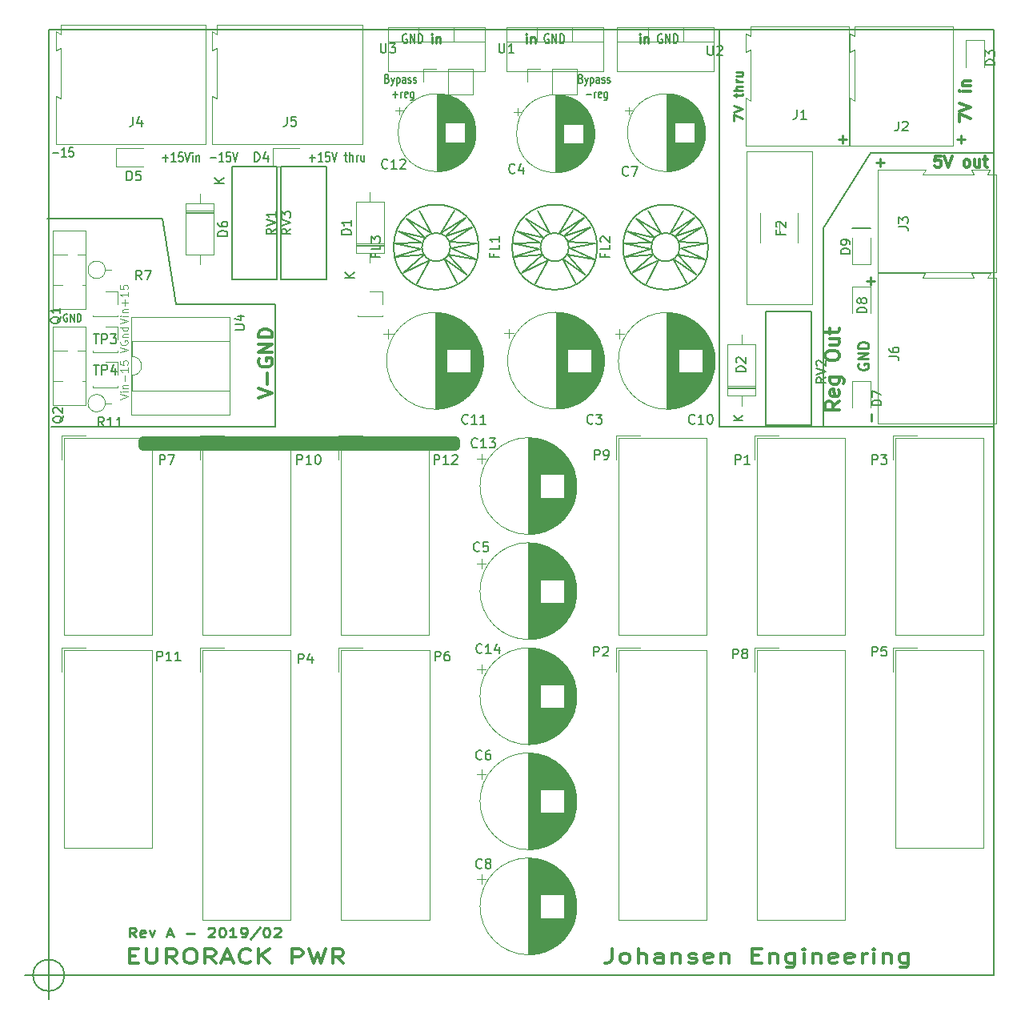
<source format=gbr>
%TF.GenerationSoftware,KiCad,Pcbnew,(5.0.0)*%
%TF.CreationDate,2019-01-09T00:45:42+01:00*%
%TF.ProjectId,KicadEuropower,4B696361644575726F706F7765722E6B,Rev A*%
%TF.SameCoordinates,Original*%
%TF.FileFunction,Legend,Top*%
%TF.FilePolarity,Positive*%
%FSLAX46Y46*%
G04 Gerber Fmt 4.6, Leading zero omitted, Abs format (unit mm)*
G04 Created by KiCad (PCBNEW (5.0.0)) date 01/09/19 00:45:42*
%MOMM*%
%LPD*%
G01*
G04 APERTURE LIST*
%ADD10C,1.000000*%
%ADD11C,0.250000*%
%ADD12C,0.375000*%
%ADD13C,0.175000*%
%ADD14C,0.150000*%
%ADD15C,0.200000*%
%ADD16C,0.300000*%
%ADD17C,0.275000*%
%ADD18C,0.120000*%
%ADD19C,0.100000*%
G04 APERTURE END LIST*
D10*
X10000000Y-44000000D02*
X10000000Y-43500000D01*
X43000000Y-44000000D02*
X10000000Y-44000000D01*
X43000000Y-43500000D02*
X43000000Y-44000000D01*
X10000000Y-43500000D02*
X43000000Y-43500000D01*
D11*
X9224285Y-95956380D02*
X8824285Y-95480190D01*
X8538571Y-95956380D02*
X8538571Y-94956380D01*
X8995714Y-94956380D01*
X9110000Y-95004000D01*
X9167142Y-95051619D01*
X9224285Y-95146857D01*
X9224285Y-95289714D01*
X9167142Y-95384952D01*
X9110000Y-95432571D01*
X8995714Y-95480190D01*
X8538571Y-95480190D01*
X10195714Y-95908761D02*
X10081428Y-95956380D01*
X9852857Y-95956380D01*
X9738571Y-95908761D01*
X9681428Y-95813523D01*
X9681428Y-95432571D01*
X9738571Y-95337333D01*
X9852857Y-95289714D01*
X10081428Y-95289714D01*
X10195714Y-95337333D01*
X10252857Y-95432571D01*
X10252857Y-95527809D01*
X9681428Y-95623047D01*
X10652857Y-95289714D02*
X10938571Y-95956380D01*
X11224285Y-95289714D01*
X12538571Y-95670666D02*
X13110000Y-95670666D01*
X12424285Y-95956380D02*
X12824285Y-94956380D01*
X13224285Y-95956380D01*
X14538571Y-95575428D02*
X15452857Y-95575428D01*
X16881428Y-95051619D02*
X16938571Y-95004000D01*
X17052857Y-94956380D01*
X17338571Y-94956380D01*
X17452857Y-95004000D01*
X17510000Y-95051619D01*
X17567142Y-95146857D01*
X17567142Y-95242095D01*
X17510000Y-95384952D01*
X16824285Y-95956380D01*
X17567142Y-95956380D01*
X18310000Y-94956380D02*
X18424285Y-94956380D01*
X18538571Y-95004000D01*
X18595714Y-95051619D01*
X18652857Y-95146857D01*
X18710000Y-95337333D01*
X18710000Y-95575428D01*
X18652857Y-95765904D01*
X18595714Y-95861142D01*
X18538571Y-95908761D01*
X18424285Y-95956380D01*
X18310000Y-95956380D01*
X18195714Y-95908761D01*
X18138571Y-95861142D01*
X18081428Y-95765904D01*
X18024285Y-95575428D01*
X18024285Y-95337333D01*
X18081428Y-95146857D01*
X18138571Y-95051619D01*
X18195714Y-95004000D01*
X18310000Y-94956380D01*
X19852857Y-95956380D02*
X19167142Y-95956380D01*
X19510000Y-95956380D02*
X19510000Y-94956380D01*
X19395714Y-95099238D01*
X19281428Y-95194476D01*
X19167142Y-95242095D01*
X20424285Y-95956380D02*
X20652857Y-95956380D01*
X20767142Y-95908761D01*
X20824285Y-95861142D01*
X20938571Y-95718285D01*
X20995714Y-95527809D01*
X20995714Y-95146857D01*
X20938571Y-95051619D01*
X20881428Y-95004000D01*
X20767142Y-94956380D01*
X20538571Y-94956380D01*
X20424285Y-95004000D01*
X20367142Y-95051619D01*
X20310000Y-95146857D01*
X20310000Y-95384952D01*
X20367142Y-95480190D01*
X20424285Y-95527809D01*
X20538571Y-95575428D01*
X20767142Y-95575428D01*
X20881428Y-95527809D01*
X20938571Y-95480190D01*
X20995714Y-95384952D01*
X22367142Y-94908761D02*
X21338571Y-96194476D01*
X22995714Y-94956380D02*
X23109999Y-94956380D01*
X23224285Y-95004000D01*
X23281428Y-95051619D01*
X23338571Y-95146857D01*
X23395714Y-95337333D01*
X23395714Y-95575428D01*
X23338571Y-95765904D01*
X23281428Y-95861142D01*
X23224285Y-95908761D01*
X23109999Y-95956380D01*
X22995714Y-95956380D01*
X22881428Y-95908761D01*
X22824285Y-95861142D01*
X22767142Y-95765904D01*
X22709999Y-95575428D01*
X22709999Y-95337333D01*
X22767142Y-95146857D01*
X22824285Y-95051619D01*
X22881428Y-95004000D01*
X22995714Y-94956380D01*
X23852857Y-95051619D02*
X23909999Y-95004000D01*
X24024285Y-94956380D01*
X24309999Y-94956380D01*
X24424285Y-95004000D01*
X24481428Y-95051619D01*
X24538571Y-95146857D01*
X24538571Y-95242095D01*
X24481428Y-95384952D01*
X23795714Y-95956380D01*
X24538571Y-95956380D01*
D12*
X8526285Y-97936857D02*
X9192952Y-97936857D01*
X9478666Y-98722571D02*
X8526285Y-98722571D01*
X8526285Y-97222571D01*
X9478666Y-97222571D01*
X10335809Y-97222571D02*
X10335809Y-98436857D01*
X10431047Y-98579714D01*
X10526285Y-98651142D01*
X10716761Y-98722571D01*
X11097714Y-98722571D01*
X11288190Y-98651142D01*
X11383428Y-98579714D01*
X11478666Y-98436857D01*
X11478666Y-97222571D01*
X13573904Y-98722571D02*
X12907238Y-98008285D01*
X12431047Y-98722571D02*
X12431047Y-97222571D01*
X13192952Y-97222571D01*
X13383428Y-97294000D01*
X13478666Y-97365428D01*
X13573904Y-97508285D01*
X13573904Y-97722571D01*
X13478666Y-97865428D01*
X13383428Y-97936857D01*
X13192952Y-98008285D01*
X12431047Y-98008285D01*
X14812000Y-97222571D02*
X15192952Y-97222571D01*
X15383428Y-97294000D01*
X15573904Y-97436857D01*
X15669142Y-97722571D01*
X15669142Y-98222571D01*
X15573904Y-98508285D01*
X15383428Y-98651142D01*
X15192952Y-98722571D01*
X14812000Y-98722571D01*
X14621523Y-98651142D01*
X14431047Y-98508285D01*
X14335809Y-98222571D01*
X14335809Y-97722571D01*
X14431047Y-97436857D01*
X14621523Y-97294000D01*
X14812000Y-97222571D01*
X17669142Y-98722571D02*
X17002476Y-98008285D01*
X16526285Y-98722571D02*
X16526285Y-97222571D01*
X17288190Y-97222571D01*
X17478666Y-97294000D01*
X17573904Y-97365428D01*
X17669142Y-97508285D01*
X17669142Y-97722571D01*
X17573904Y-97865428D01*
X17478666Y-97936857D01*
X17288190Y-98008285D01*
X16526285Y-98008285D01*
X18431047Y-98294000D02*
X19383428Y-98294000D01*
X18240571Y-98722571D02*
X18907238Y-97222571D01*
X19573904Y-98722571D01*
X21383428Y-98579714D02*
X21288190Y-98651142D01*
X21002476Y-98722571D01*
X20812000Y-98722571D01*
X20526285Y-98651142D01*
X20335809Y-98508285D01*
X20240571Y-98365428D01*
X20145333Y-98079714D01*
X20145333Y-97865428D01*
X20240571Y-97579714D01*
X20335809Y-97436857D01*
X20526285Y-97294000D01*
X20812000Y-97222571D01*
X21002476Y-97222571D01*
X21288190Y-97294000D01*
X21383428Y-97365428D01*
X22240571Y-98722571D02*
X22240571Y-97222571D01*
X23383428Y-98722571D02*
X22526285Y-97865428D01*
X23383428Y-97222571D02*
X22240571Y-98079714D01*
X25764380Y-98722571D02*
X25764380Y-97222571D01*
X26526285Y-97222571D01*
X26716761Y-97294000D01*
X26812000Y-97365428D01*
X26907238Y-97508285D01*
X26907238Y-97722571D01*
X26812000Y-97865428D01*
X26716761Y-97936857D01*
X26526285Y-98008285D01*
X25764380Y-98008285D01*
X27573904Y-97222571D02*
X28050095Y-98722571D01*
X28431047Y-97651142D01*
X28812000Y-98722571D01*
X29288190Y-97222571D01*
X31192952Y-98722571D02*
X30526285Y-98008285D01*
X30050095Y-98722571D02*
X30050095Y-97222571D01*
X30812000Y-97222571D01*
X31002476Y-97294000D01*
X31097714Y-97365428D01*
X31192952Y-97508285D01*
X31192952Y-97722571D01*
X31097714Y-97865428D01*
X31002476Y-97936857D01*
X30812000Y-98008285D01*
X30050095Y-98008285D01*
D13*
X35816666Y-5173214D02*
X35916666Y-5216071D01*
X35950000Y-5258928D01*
X35983333Y-5344642D01*
X35983333Y-5473214D01*
X35950000Y-5558928D01*
X35916666Y-5601785D01*
X35850000Y-5644642D01*
X35583333Y-5644642D01*
X35583333Y-4744642D01*
X35816666Y-4744642D01*
X35883333Y-4787500D01*
X35916666Y-4830357D01*
X35950000Y-4916071D01*
X35950000Y-5001785D01*
X35916666Y-5087500D01*
X35883333Y-5130357D01*
X35816666Y-5173214D01*
X35583333Y-5173214D01*
X36216666Y-5044642D02*
X36383333Y-5644642D01*
X36550000Y-5044642D02*
X36383333Y-5644642D01*
X36316666Y-5858928D01*
X36283333Y-5901785D01*
X36216666Y-5944642D01*
X36816666Y-5044642D02*
X36816666Y-5944642D01*
X36816666Y-5087500D02*
X36883333Y-5044642D01*
X37016666Y-5044642D01*
X37083333Y-5087500D01*
X37116666Y-5130357D01*
X37150000Y-5216071D01*
X37150000Y-5473214D01*
X37116666Y-5558928D01*
X37083333Y-5601785D01*
X37016666Y-5644642D01*
X36883333Y-5644642D01*
X36816666Y-5601785D01*
X37750000Y-5644642D02*
X37750000Y-5173214D01*
X37716666Y-5087500D01*
X37650000Y-5044642D01*
X37516666Y-5044642D01*
X37450000Y-5087500D01*
X37750000Y-5601785D02*
X37683333Y-5644642D01*
X37516666Y-5644642D01*
X37450000Y-5601785D01*
X37416666Y-5516071D01*
X37416666Y-5430357D01*
X37450000Y-5344642D01*
X37516666Y-5301785D01*
X37683333Y-5301785D01*
X37750000Y-5258928D01*
X38050000Y-5601785D02*
X38116666Y-5644642D01*
X38250000Y-5644642D01*
X38316666Y-5601785D01*
X38350000Y-5516071D01*
X38350000Y-5473214D01*
X38316666Y-5387500D01*
X38250000Y-5344642D01*
X38150000Y-5344642D01*
X38083333Y-5301785D01*
X38050000Y-5216071D01*
X38050000Y-5173214D01*
X38083333Y-5087500D01*
X38150000Y-5044642D01*
X38250000Y-5044642D01*
X38316666Y-5087500D01*
X38616666Y-5601785D02*
X38683333Y-5644642D01*
X38816666Y-5644642D01*
X38883333Y-5601785D01*
X38916666Y-5516071D01*
X38916666Y-5473214D01*
X38883333Y-5387500D01*
X38816666Y-5344642D01*
X38716666Y-5344642D01*
X38650000Y-5301785D01*
X38616666Y-5216071D01*
X38616666Y-5173214D01*
X38650000Y-5087500D01*
X38716666Y-5044642D01*
X38816666Y-5044642D01*
X38883333Y-5087500D01*
X36400000Y-6826785D02*
X36933333Y-6826785D01*
X36666666Y-7169642D02*
X36666666Y-6483928D01*
X37266666Y-7169642D02*
X37266666Y-6569642D01*
X37266666Y-6741071D02*
X37300000Y-6655357D01*
X37333333Y-6612500D01*
X37400000Y-6569642D01*
X37466666Y-6569642D01*
X37966666Y-7126785D02*
X37900000Y-7169642D01*
X37766666Y-7169642D01*
X37700000Y-7126785D01*
X37666666Y-7041071D01*
X37666666Y-6698214D01*
X37700000Y-6612500D01*
X37766666Y-6569642D01*
X37900000Y-6569642D01*
X37966666Y-6612500D01*
X38000000Y-6698214D01*
X38000000Y-6783928D01*
X37666666Y-6869642D01*
X38600000Y-6569642D02*
X38600000Y-7298214D01*
X38566666Y-7383928D01*
X38533333Y-7426785D01*
X38466666Y-7469642D01*
X38366666Y-7469642D01*
X38300000Y-7426785D01*
X38600000Y-7126785D02*
X38533333Y-7169642D01*
X38400000Y-7169642D01*
X38333333Y-7126785D01*
X38300000Y-7083928D01*
X38266666Y-6998214D01*
X38266666Y-6741071D01*
X38300000Y-6655357D01*
X38333333Y-6612500D01*
X38400000Y-6569642D01*
X38533333Y-6569642D01*
X38600000Y-6612500D01*
X56316666Y-5173214D02*
X56416666Y-5216071D01*
X56450000Y-5258928D01*
X56483333Y-5344642D01*
X56483333Y-5473214D01*
X56450000Y-5558928D01*
X56416666Y-5601785D01*
X56350000Y-5644642D01*
X56083333Y-5644642D01*
X56083333Y-4744642D01*
X56316666Y-4744642D01*
X56383333Y-4787500D01*
X56416666Y-4830357D01*
X56450000Y-4916071D01*
X56450000Y-5001785D01*
X56416666Y-5087500D01*
X56383333Y-5130357D01*
X56316666Y-5173214D01*
X56083333Y-5173214D01*
X56716666Y-5044642D02*
X56883333Y-5644642D01*
X57050000Y-5044642D02*
X56883333Y-5644642D01*
X56816666Y-5858928D01*
X56783333Y-5901785D01*
X56716666Y-5944642D01*
X57316666Y-5044642D02*
X57316666Y-5944642D01*
X57316666Y-5087500D02*
X57383333Y-5044642D01*
X57516666Y-5044642D01*
X57583333Y-5087500D01*
X57616666Y-5130357D01*
X57650000Y-5216071D01*
X57650000Y-5473214D01*
X57616666Y-5558928D01*
X57583333Y-5601785D01*
X57516666Y-5644642D01*
X57383333Y-5644642D01*
X57316666Y-5601785D01*
X58250000Y-5644642D02*
X58250000Y-5173214D01*
X58216666Y-5087500D01*
X58150000Y-5044642D01*
X58016666Y-5044642D01*
X57950000Y-5087500D01*
X58250000Y-5601785D02*
X58183333Y-5644642D01*
X58016666Y-5644642D01*
X57950000Y-5601785D01*
X57916666Y-5516071D01*
X57916666Y-5430357D01*
X57950000Y-5344642D01*
X58016666Y-5301785D01*
X58183333Y-5301785D01*
X58250000Y-5258928D01*
X58550000Y-5601785D02*
X58616666Y-5644642D01*
X58750000Y-5644642D01*
X58816666Y-5601785D01*
X58850000Y-5516071D01*
X58850000Y-5473214D01*
X58816666Y-5387500D01*
X58750000Y-5344642D01*
X58650000Y-5344642D01*
X58583333Y-5301785D01*
X58550000Y-5216071D01*
X58550000Y-5173214D01*
X58583333Y-5087500D01*
X58650000Y-5044642D01*
X58750000Y-5044642D01*
X58816666Y-5087500D01*
X59116666Y-5601785D02*
X59183333Y-5644642D01*
X59316666Y-5644642D01*
X59383333Y-5601785D01*
X59416666Y-5516071D01*
X59416666Y-5473214D01*
X59383333Y-5387500D01*
X59316666Y-5344642D01*
X59216666Y-5344642D01*
X59150000Y-5301785D01*
X59116666Y-5216071D01*
X59116666Y-5173214D01*
X59150000Y-5087500D01*
X59216666Y-5044642D01*
X59316666Y-5044642D01*
X59383333Y-5087500D01*
X56900000Y-6826785D02*
X57433333Y-6826785D01*
X57766666Y-7169642D02*
X57766666Y-6569642D01*
X57766666Y-6741071D02*
X57800000Y-6655357D01*
X57833333Y-6612500D01*
X57900000Y-6569642D01*
X57966666Y-6569642D01*
X58466666Y-7126785D02*
X58400000Y-7169642D01*
X58266666Y-7169642D01*
X58200000Y-7126785D01*
X58166666Y-7041071D01*
X58166666Y-6698214D01*
X58200000Y-6612500D01*
X58266666Y-6569642D01*
X58400000Y-6569642D01*
X58466666Y-6612500D01*
X58500000Y-6698214D01*
X58500000Y-6783928D01*
X58166666Y-6869642D01*
X59100000Y-6569642D02*
X59100000Y-7298214D01*
X59066666Y-7383928D01*
X59033333Y-7426785D01*
X58966666Y-7469642D01*
X58866666Y-7469642D01*
X58800000Y-7426785D01*
X59100000Y-7126785D02*
X59033333Y-7169642D01*
X58900000Y-7169642D01*
X58833333Y-7126785D01*
X58800000Y-7083928D01*
X58766666Y-6998214D01*
X58766666Y-6741071D01*
X58800000Y-6655357D01*
X58833333Y-6612500D01*
X58900000Y-6569642D01*
X59033333Y-6569642D01*
X59100000Y-6612500D01*
D12*
X59619047Y-97178571D02*
X59619047Y-98250000D01*
X59523809Y-98464285D01*
X59333333Y-98607142D01*
X59047619Y-98678571D01*
X58857142Y-98678571D01*
X60857142Y-98678571D02*
X60666666Y-98607142D01*
X60571428Y-98535714D01*
X60476190Y-98392857D01*
X60476190Y-97964285D01*
X60571428Y-97821428D01*
X60666666Y-97750000D01*
X60857142Y-97678571D01*
X61142857Y-97678571D01*
X61333333Y-97750000D01*
X61428571Y-97821428D01*
X61523809Y-97964285D01*
X61523809Y-98392857D01*
X61428571Y-98535714D01*
X61333333Y-98607142D01*
X61142857Y-98678571D01*
X60857142Y-98678571D01*
X62380952Y-98678571D02*
X62380952Y-97178571D01*
X63238095Y-98678571D02*
X63238095Y-97892857D01*
X63142857Y-97750000D01*
X62952380Y-97678571D01*
X62666666Y-97678571D01*
X62476190Y-97750000D01*
X62380952Y-97821428D01*
X65047619Y-98678571D02*
X65047619Y-97892857D01*
X64952380Y-97750000D01*
X64761904Y-97678571D01*
X64380952Y-97678571D01*
X64190476Y-97750000D01*
X65047619Y-98607142D02*
X64857142Y-98678571D01*
X64380952Y-98678571D01*
X64190476Y-98607142D01*
X64095238Y-98464285D01*
X64095238Y-98321428D01*
X64190476Y-98178571D01*
X64380952Y-98107142D01*
X64857142Y-98107142D01*
X65047619Y-98035714D01*
X66000000Y-97678571D02*
X66000000Y-98678571D01*
X66000000Y-97821428D02*
X66095238Y-97750000D01*
X66285714Y-97678571D01*
X66571428Y-97678571D01*
X66761904Y-97750000D01*
X66857142Y-97892857D01*
X66857142Y-98678571D01*
X67714285Y-98607142D02*
X67904761Y-98678571D01*
X68285714Y-98678571D01*
X68476190Y-98607142D01*
X68571428Y-98464285D01*
X68571428Y-98392857D01*
X68476190Y-98250000D01*
X68285714Y-98178571D01*
X68000000Y-98178571D01*
X67809523Y-98107142D01*
X67714285Y-97964285D01*
X67714285Y-97892857D01*
X67809523Y-97750000D01*
X68000000Y-97678571D01*
X68285714Y-97678571D01*
X68476190Y-97750000D01*
X70190476Y-98607142D02*
X70000000Y-98678571D01*
X69619047Y-98678571D01*
X69428571Y-98607142D01*
X69333333Y-98464285D01*
X69333333Y-97892857D01*
X69428571Y-97750000D01*
X69619047Y-97678571D01*
X70000000Y-97678571D01*
X70190476Y-97750000D01*
X70285714Y-97892857D01*
X70285714Y-98035714D01*
X69333333Y-98178571D01*
X71142857Y-97678571D02*
X71142857Y-98678571D01*
X71142857Y-97821428D02*
X71238095Y-97750000D01*
X71428571Y-97678571D01*
X71714285Y-97678571D01*
X71904761Y-97750000D01*
X72000000Y-97892857D01*
X72000000Y-98678571D01*
X74476190Y-97892857D02*
X75142857Y-97892857D01*
X75428571Y-98678571D02*
X74476190Y-98678571D01*
X74476190Y-97178571D01*
X75428571Y-97178571D01*
X76285714Y-97678571D02*
X76285714Y-98678571D01*
X76285714Y-97821428D02*
X76380952Y-97750000D01*
X76571428Y-97678571D01*
X76857142Y-97678571D01*
X77047619Y-97750000D01*
X77142857Y-97892857D01*
X77142857Y-98678571D01*
X78952380Y-97678571D02*
X78952380Y-98892857D01*
X78857142Y-99035714D01*
X78761904Y-99107142D01*
X78571428Y-99178571D01*
X78285714Y-99178571D01*
X78095238Y-99107142D01*
X78952380Y-98607142D02*
X78761904Y-98678571D01*
X78380952Y-98678571D01*
X78190476Y-98607142D01*
X78095238Y-98535714D01*
X78000000Y-98392857D01*
X78000000Y-97964285D01*
X78095238Y-97821428D01*
X78190476Y-97750000D01*
X78380952Y-97678571D01*
X78761904Y-97678571D01*
X78952380Y-97750000D01*
X79904761Y-98678571D02*
X79904761Y-97678571D01*
X79904761Y-97178571D02*
X79809523Y-97250000D01*
X79904761Y-97321428D01*
X80000000Y-97250000D01*
X79904761Y-97178571D01*
X79904761Y-97321428D01*
X80857142Y-97678571D02*
X80857142Y-98678571D01*
X80857142Y-97821428D02*
X80952380Y-97750000D01*
X81142857Y-97678571D01*
X81428571Y-97678571D01*
X81619047Y-97750000D01*
X81714285Y-97892857D01*
X81714285Y-98678571D01*
X83428571Y-98607142D02*
X83238095Y-98678571D01*
X82857142Y-98678571D01*
X82666666Y-98607142D01*
X82571428Y-98464285D01*
X82571428Y-97892857D01*
X82666666Y-97750000D01*
X82857142Y-97678571D01*
X83238095Y-97678571D01*
X83428571Y-97750000D01*
X83523809Y-97892857D01*
X83523809Y-98035714D01*
X82571428Y-98178571D01*
X85142857Y-98607142D02*
X84952380Y-98678571D01*
X84571428Y-98678571D01*
X84380952Y-98607142D01*
X84285714Y-98464285D01*
X84285714Y-97892857D01*
X84380952Y-97750000D01*
X84571428Y-97678571D01*
X84952380Y-97678571D01*
X85142857Y-97750000D01*
X85238095Y-97892857D01*
X85238095Y-98035714D01*
X84285714Y-98178571D01*
X86095238Y-98678571D02*
X86095238Y-97678571D01*
X86095238Y-97964285D02*
X86190476Y-97821428D01*
X86285714Y-97750000D01*
X86476190Y-97678571D01*
X86666666Y-97678571D01*
X87333333Y-98678571D02*
X87333333Y-97678571D01*
X87333333Y-97178571D02*
X87238095Y-97250000D01*
X87333333Y-97321428D01*
X87428571Y-97250000D01*
X87333333Y-97178571D01*
X87333333Y-97321428D01*
X88285714Y-97678571D02*
X88285714Y-98678571D01*
X88285714Y-97821428D02*
X88380952Y-97750000D01*
X88571428Y-97678571D01*
X88857142Y-97678571D01*
X89047619Y-97750000D01*
X89142857Y-97892857D01*
X89142857Y-98678571D01*
X90952380Y-97678571D02*
X90952380Y-98892857D01*
X90857142Y-99035714D01*
X90761904Y-99107142D01*
X90571428Y-99178571D01*
X90285714Y-99178571D01*
X90095238Y-99107142D01*
X90952380Y-98607142D02*
X90761904Y-98678571D01*
X90380952Y-98678571D01*
X90190476Y-98607142D01*
X90095238Y-98535714D01*
X90000000Y-98392857D01*
X90000000Y-97964285D01*
X90095238Y-97821428D01*
X90190476Y-97750000D01*
X90380952Y-97678571D01*
X90761904Y-97678571D01*
X90952380Y-97750000D01*
D14*
X1666666Y-100000000D02*
G75*
G03X1666666Y-100000000I-1666666J0D01*
G01*
X-2500000Y-100000000D02*
X2500000Y-100000000D01*
X0Y-97500000D02*
X0Y-102500000D01*
D15*
X17090476Y-13571428D02*
X17700000Y-13571428D01*
X18500000Y-13952380D02*
X18042857Y-13952380D01*
X18271428Y-13952380D02*
X18271428Y-12952380D01*
X18195238Y-13095238D01*
X18119047Y-13190476D01*
X18042857Y-13238095D01*
X19223809Y-12952380D02*
X18842857Y-12952380D01*
X18804761Y-13428571D01*
X18842857Y-13380952D01*
X18919047Y-13333333D01*
X19109523Y-13333333D01*
X19185714Y-13380952D01*
X19223809Y-13428571D01*
X19261904Y-13523809D01*
X19261904Y-13761904D01*
X19223809Y-13857142D01*
X19185714Y-13904761D01*
X19109523Y-13952380D01*
X18919047Y-13952380D01*
X18842857Y-13904761D01*
X18804761Y-13857142D01*
X19490476Y-12952380D02*
X19757142Y-13952380D01*
X20023809Y-12952380D01*
X433333Y-13071428D02*
X1042857Y-13071428D01*
X1842857Y-13452380D02*
X1385714Y-13452380D01*
X1614285Y-13452380D02*
X1614285Y-12452380D01*
X1538095Y-12595238D01*
X1461904Y-12690476D01*
X1385714Y-12738095D01*
X2566666Y-12452380D02*
X2185714Y-12452380D01*
X2147619Y-12928571D01*
X2185714Y-12880952D01*
X2261904Y-12833333D01*
X2452380Y-12833333D01*
X2528571Y-12880952D01*
X2566666Y-12928571D01*
X2604761Y-13023809D01*
X2604761Y-13261904D01*
X2566666Y-13357142D01*
X2528571Y-13404761D01*
X2452380Y-13452380D01*
X2261904Y-13452380D01*
X2185714Y-13404761D01*
X2147619Y-13357142D01*
D16*
X94385714Y-13342857D02*
X93814285Y-13342857D01*
X93757142Y-13914285D01*
X93814285Y-13857142D01*
X93928571Y-13800000D01*
X94214285Y-13800000D01*
X94328571Y-13857142D01*
X94385714Y-13914285D01*
X94442857Y-14028571D01*
X94442857Y-14314285D01*
X94385714Y-14428571D01*
X94328571Y-14485714D01*
X94214285Y-14542857D01*
X93928571Y-14542857D01*
X93814285Y-14485714D01*
X93757142Y-14428571D01*
X94785714Y-13342857D02*
X95185714Y-14542857D01*
X95585714Y-13342857D01*
X97071428Y-14542857D02*
X96957142Y-14485714D01*
X96900000Y-14428571D01*
X96842857Y-14314285D01*
X96842857Y-13971428D01*
X96900000Y-13857142D01*
X96957142Y-13800000D01*
X97071428Y-13742857D01*
X97242857Y-13742857D01*
X97357142Y-13800000D01*
X97414285Y-13857142D01*
X97471428Y-13971428D01*
X97471428Y-14314285D01*
X97414285Y-14428571D01*
X97357142Y-14485714D01*
X97242857Y-14542857D01*
X97071428Y-14542857D01*
X98500000Y-13742857D02*
X98500000Y-14542857D01*
X97985714Y-13742857D02*
X97985714Y-14371428D01*
X98042857Y-14485714D01*
X98157142Y-14542857D01*
X98328571Y-14542857D01*
X98442857Y-14485714D01*
X98500000Y-14428571D01*
X98900000Y-13742857D02*
X99357142Y-13742857D01*
X99071428Y-13342857D02*
X99071428Y-14371428D01*
X99128571Y-14485714D01*
X99242857Y-14542857D01*
X99357142Y-14542857D01*
D11*
X72452380Y-9642857D02*
X72452380Y-8976190D01*
X73452380Y-9404761D01*
X72452380Y-8738095D02*
X73452380Y-8404761D01*
X72452380Y-8071428D01*
X72785714Y-7119047D02*
X72785714Y-6738095D01*
X72452380Y-6976190D02*
X73309523Y-6976190D01*
X73404761Y-6928571D01*
X73452380Y-6833333D01*
X73452380Y-6738095D01*
X73452380Y-6404761D02*
X72452380Y-6404761D01*
X73452380Y-5976190D02*
X72928571Y-5976190D01*
X72833333Y-6023809D01*
X72785714Y-6119047D01*
X72785714Y-6261904D01*
X72833333Y-6357142D01*
X72880952Y-6404761D01*
X73452380Y-5500000D02*
X72785714Y-5500000D01*
X72976190Y-5500000D02*
X72880952Y-5452380D01*
X72833333Y-5404761D01*
X72785714Y-5309523D01*
X72785714Y-5214285D01*
X72785714Y-4452380D02*
X73452380Y-4452380D01*
X72785714Y-4880952D02*
X73309523Y-4880952D01*
X73404761Y-4833333D01*
X73452380Y-4738095D01*
X73452380Y-4595238D01*
X73404761Y-4500000D01*
X73357142Y-4452380D01*
D15*
X27585714Y-13571428D02*
X28195238Y-13571428D01*
X27890476Y-13952380D02*
X27890476Y-13190476D01*
X28995238Y-13952380D02*
X28538095Y-13952380D01*
X28766666Y-13952380D02*
X28766666Y-12952380D01*
X28690476Y-13095238D01*
X28614285Y-13190476D01*
X28538095Y-13238095D01*
X29719047Y-12952380D02*
X29338095Y-12952380D01*
X29300000Y-13428571D01*
X29338095Y-13380952D01*
X29414285Y-13333333D01*
X29604761Y-13333333D01*
X29680952Y-13380952D01*
X29719047Y-13428571D01*
X29757142Y-13523809D01*
X29757142Y-13761904D01*
X29719047Y-13857142D01*
X29680952Y-13904761D01*
X29604761Y-13952380D01*
X29414285Y-13952380D01*
X29338095Y-13904761D01*
X29300000Y-13857142D01*
X29985714Y-12952380D02*
X30252380Y-13952380D01*
X30519047Y-12952380D01*
X31280952Y-13285714D02*
X31585714Y-13285714D01*
X31395238Y-12952380D02*
X31395238Y-13809523D01*
X31433333Y-13904761D01*
X31509523Y-13952380D01*
X31585714Y-13952380D01*
X31852380Y-13952380D02*
X31852380Y-12952380D01*
X32195238Y-13952380D02*
X32195238Y-13428571D01*
X32157142Y-13333333D01*
X32080952Y-13285714D01*
X31966666Y-13285714D01*
X31890476Y-13333333D01*
X31852380Y-13380952D01*
X32576190Y-13952380D02*
X32576190Y-13285714D01*
X32576190Y-13476190D02*
X32614285Y-13380952D01*
X32652380Y-13333333D01*
X32728571Y-13285714D01*
X32804761Y-13285714D01*
X33414285Y-13285714D02*
X33414285Y-13952380D01*
X33071428Y-13285714D02*
X33071428Y-13809523D01*
X33109523Y-13904761D01*
X33185714Y-13952380D01*
X33300000Y-13952380D01*
X33376190Y-13904761D01*
X33414285Y-13857142D01*
X12038095Y-13571428D02*
X12647619Y-13571428D01*
X12342857Y-13952380D02*
X12342857Y-13190476D01*
X13447619Y-13952380D02*
X12990476Y-13952380D01*
X13219047Y-13952380D02*
X13219047Y-12952380D01*
X13142857Y-13095238D01*
X13066666Y-13190476D01*
X12990476Y-13238095D01*
X14171428Y-12952380D02*
X13790476Y-12952380D01*
X13752380Y-13428571D01*
X13790476Y-13380952D01*
X13866666Y-13333333D01*
X14057142Y-13333333D01*
X14133333Y-13380952D01*
X14171428Y-13428571D01*
X14209523Y-13523809D01*
X14209523Y-13761904D01*
X14171428Y-13857142D01*
X14133333Y-13904761D01*
X14057142Y-13952380D01*
X13866666Y-13952380D01*
X13790476Y-13904761D01*
X13752380Y-13857142D01*
X14438095Y-12952380D02*
X14704761Y-13952380D01*
X14971428Y-12952380D01*
X15238095Y-13952380D02*
X15238095Y-13285714D01*
X15238095Y-12952380D02*
X15200000Y-13000000D01*
X15238095Y-13047619D01*
X15276190Y-13000000D01*
X15238095Y-12952380D01*
X15238095Y-13047619D01*
X15619047Y-13285714D02*
X15619047Y-13952380D01*
X15619047Y-13380952D02*
X15657142Y-13333333D01*
X15733333Y-13285714D01*
X15847619Y-13285714D01*
X15923809Y-13333333D01*
X15961904Y-13428571D01*
X15961904Y-13952380D01*
D13*
X1966666Y-30100000D02*
X1900000Y-30061904D01*
X1800000Y-30061904D01*
X1700000Y-30100000D01*
X1633333Y-30176190D01*
X1600000Y-30252380D01*
X1566666Y-30404761D01*
X1566666Y-30519047D01*
X1600000Y-30671428D01*
X1633333Y-30747619D01*
X1700000Y-30823809D01*
X1800000Y-30861904D01*
X1866666Y-30861904D01*
X1966666Y-30823809D01*
X2000000Y-30785714D01*
X2000000Y-30519047D01*
X1866666Y-30519047D01*
X2300000Y-30861904D02*
X2300000Y-30061904D01*
X2700000Y-30861904D01*
X2700000Y-30061904D01*
X3033333Y-30861904D02*
X3033333Y-30061904D01*
X3200000Y-30061904D01*
X3300000Y-30100000D01*
X3366666Y-30176190D01*
X3400000Y-30252380D01*
X3433333Y-30404761D01*
X3433333Y-30519047D01*
X3400000Y-30671428D01*
X3366666Y-30747619D01*
X3300000Y-30823809D01*
X3200000Y-30861904D01*
X3033333Y-30861904D01*
D15*
X64890476Y-500000D02*
X64814285Y-452380D01*
X64700000Y-452380D01*
X64585714Y-500000D01*
X64509523Y-595238D01*
X64471428Y-690476D01*
X64433333Y-880952D01*
X64433333Y-1023809D01*
X64471428Y-1214285D01*
X64509523Y-1309523D01*
X64585714Y-1404761D01*
X64700000Y-1452380D01*
X64776190Y-1452380D01*
X64890476Y-1404761D01*
X64928571Y-1357142D01*
X64928571Y-1023809D01*
X64776190Y-1023809D01*
X65271428Y-1452380D02*
X65271428Y-452380D01*
X65728571Y-1452380D01*
X65728571Y-452380D01*
X66109523Y-1452380D02*
X66109523Y-452380D01*
X66300000Y-452380D01*
X66414285Y-500000D01*
X66490476Y-595238D01*
X66528571Y-690476D01*
X66566666Y-880952D01*
X66566666Y-1023809D01*
X66528571Y-1214285D01*
X66490476Y-1309523D01*
X66414285Y-1404761D01*
X66300000Y-1452380D01*
X66109523Y-1452380D01*
X52890476Y-500000D02*
X52814285Y-452380D01*
X52700000Y-452380D01*
X52585714Y-500000D01*
X52509523Y-595238D01*
X52471428Y-690476D01*
X52433333Y-880952D01*
X52433333Y-1023809D01*
X52471428Y-1214285D01*
X52509523Y-1309523D01*
X52585714Y-1404761D01*
X52700000Y-1452380D01*
X52776190Y-1452380D01*
X52890476Y-1404761D01*
X52928571Y-1357142D01*
X52928571Y-1023809D01*
X52776190Y-1023809D01*
X53271428Y-1452380D02*
X53271428Y-452380D01*
X53728571Y-1452380D01*
X53728571Y-452380D01*
X54109523Y-1452380D02*
X54109523Y-452380D01*
X54300000Y-452380D01*
X54414285Y-500000D01*
X54490476Y-595238D01*
X54528571Y-690476D01*
X54566666Y-880952D01*
X54566666Y-1023809D01*
X54528571Y-1214285D01*
X54490476Y-1309523D01*
X54414285Y-1404761D01*
X54300000Y-1452380D01*
X54109523Y-1452380D01*
X37890476Y-500000D02*
X37814285Y-452380D01*
X37700000Y-452380D01*
X37585714Y-500000D01*
X37509523Y-595238D01*
X37471428Y-690476D01*
X37433333Y-880952D01*
X37433333Y-1023809D01*
X37471428Y-1214285D01*
X37509523Y-1309523D01*
X37585714Y-1404761D01*
X37700000Y-1452380D01*
X37776190Y-1452380D01*
X37890476Y-1404761D01*
X37928571Y-1357142D01*
X37928571Y-1023809D01*
X37776190Y-1023809D01*
X38271428Y-1452380D02*
X38271428Y-452380D01*
X38728571Y-1452380D01*
X38728571Y-452380D01*
X39109523Y-1452380D02*
X39109523Y-452380D01*
X39300000Y-452380D01*
X39414285Y-500000D01*
X39490476Y-595238D01*
X39528571Y-690476D01*
X39566666Y-880952D01*
X39566666Y-1023809D01*
X39528571Y-1214285D01*
X39490476Y-1309523D01*
X39414285Y-1404761D01*
X39300000Y-1452380D01*
X39109523Y-1452380D01*
D11*
X40547619Y-1452380D02*
X40547619Y-785714D01*
X40547619Y-452380D02*
X40500000Y-500000D01*
X40547619Y-547619D01*
X40595238Y-500000D01*
X40547619Y-452380D01*
X40547619Y-547619D01*
X41023809Y-785714D02*
X41023809Y-1452380D01*
X41023809Y-880952D02*
X41071428Y-833333D01*
X41166666Y-785714D01*
X41309523Y-785714D01*
X41404761Y-833333D01*
X41452380Y-928571D01*
X41452380Y-1452380D01*
X62547619Y-1452380D02*
X62547619Y-785714D01*
X62547619Y-452380D02*
X62500000Y-500000D01*
X62547619Y-547619D01*
X62595238Y-500000D01*
X62547619Y-452380D01*
X62547619Y-547619D01*
X63023809Y-785714D02*
X63023809Y-1452380D01*
X63023809Y-880952D02*
X63071428Y-833333D01*
X63166666Y-785714D01*
X63309523Y-785714D01*
X63404761Y-833333D01*
X63452380Y-928571D01*
X63452380Y-1452380D01*
X50547619Y-1452380D02*
X50547619Y-785714D01*
X50547619Y-452380D02*
X50500000Y-500000D01*
X50547619Y-547619D01*
X50595238Y-500000D01*
X50547619Y-452380D01*
X50547619Y-547619D01*
X51023809Y-785714D02*
X51023809Y-1452380D01*
X51023809Y-880952D02*
X51071428Y-833333D01*
X51166666Y-785714D01*
X51309523Y-785714D01*
X51404761Y-833333D01*
X51452380Y-928571D01*
X51452380Y-1452380D01*
D14*
X71000000Y0D02*
X71000000Y-42000000D01*
D17*
X83580952Y-11578571D02*
X84419047Y-11578571D01*
X84000000Y-11997619D02*
X84000000Y-11159523D01*
X96080952Y-11578571D02*
X96919047Y-11578571D01*
X96500000Y-11997619D02*
X96500000Y-11159523D01*
X87580952Y-14078571D02*
X88419047Y-14078571D01*
X88000000Y-14497619D02*
X88000000Y-13659523D01*
D11*
X87071428Y-41380952D02*
X87071428Y-40619047D01*
D17*
X85700000Y-35338095D02*
X85647619Y-35442857D01*
X85647619Y-35600000D01*
X85700000Y-35757142D01*
X85804761Y-35861904D01*
X85909523Y-35914285D01*
X86119047Y-35966666D01*
X86276190Y-35966666D01*
X86485714Y-35914285D01*
X86590476Y-35861904D01*
X86695238Y-35757142D01*
X86747619Y-35600000D01*
X86747619Y-35495238D01*
X86695238Y-35338095D01*
X86642857Y-35285714D01*
X86276190Y-35285714D01*
X86276190Y-35495238D01*
X86747619Y-34814285D02*
X85647619Y-34814285D01*
X86747619Y-34185714D01*
X85647619Y-34185714D01*
X86747619Y-33661904D02*
X85647619Y-33661904D01*
X85647619Y-33400000D01*
X85700000Y-33242857D01*
X85804761Y-33138095D01*
X85909523Y-33085714D01*
X86119047Y-33033333D01*
X86276190Y-33033333D01*
X86485714Y-33085714D01*
X86590476Y-33138095D01*
X86695238Y-33242857D01*
X86747619Y-33400000D01*
X86747619Y-33661904D01*
X86580952Y-26578571D02*
X87419047Y-26578571D01*
X87000000Y-26997619D02*
X87000000Y-26159523D01*
D16*
X96342857Y-9700000D02*
X96342857Y-8900000D01*
X97542857Y-9414285D01*
X96342857Y-8614285D02*
X97542857Y-8214285D01*
X96342857Y-7814285D01*
X97542857Y-6500000D02*
X96742857Y-6500000D01*
X96342857Y-6500000D02*
X96400000Y-6557142D01*
X96457142Y-6500000D01*
X96400000Y-6442857D01*
X96342857Y-6500000D01*
X96457142Y-6500000D01*
X96742857Y-5928571D02*
X97542857Y-5928571D01*
X96857142Y-5928571D02*
X96800000Y-5871428D01*
X96742857Y-5757142D01*
X96742857Y-5585714D01*
X96800000Y-5471428D01*
X96914285Y-5414285D01*
X97542857Y-5414285D01*
X83678571Y-39321428D02*
X82964285Y-39821428D01*
X83678571Y-40178571D02*
X82178571Y-40178571D01*
X82178571Y-39607142D01*
X82250000Y-39464285D01*
X82321428Y-39392857D01*
X82464285Y-39321428D01*
X82678571Y-39321428D01*
X82821428Y-39392857D01*
X82892857Y-39464285D01*
X82964285Y-39607142D01*
X82964285Y-40178571D01*
X83607142Y-38107142D02*
X83678571Y-38250000D01*
X83678571Y-38535714D01*
X83607142Y-38678571D01*
X83464285Y-38750000D01*
X82892857Y-38750000D01*
X82750000Y-38678571D01*
X82678571Y-38535714D01*
X82678571Y-38250000D01*
X82750000Y-38107142D01*
X82892857Y-38035714D01*
X83035714Y-38035714D01*
X83178571Y-38750000D01*
X82678571Y-36750000D02*
X83892857Y-36750000D01*
X84035714Y-36821428D01*
X84107142Y-36892857D01*
X84178571Y-37035714D01*
X84178571Y-37250000D01*
X84107142Y-37392857D01*
X83607142Y-36750000D02*
X83678571Y-36892857D01*
X83678571Y-37178571D01*
X83607142Y-37321428D01*
X83535714Y-37392857D01*
X83392857Y-37464285D01*
X82964285Y-37464285D01*
X82821428Y-37392857D01*
X82750000Y-37321428D01*
X82678571Y-37178571D01*
X82678571Y-36892857D01*
X82750000Y-36750000D01*
X82178571Y-34607142D02*
X82178571Y-34321428D01*
X82250000Y-34178571D01*
X82392857Y-34035714D01*
X82678571Y-33964285D01*
X83178571Y-33964285D01*
X83464285Y-34035714D01*
X83607142Y-34178571D01*
X83678571Y-34321428D01*
X83678571Y-34607142D01*
X83607142Y-34750000D01*
X83464285Y-34892857D01*
X83178571Y-34964285D01*
X82678571Y-34964285D01*
X82392857Y-34892857D01*
X82250000Y-34750000D01*
X82178571Y-34607142D01*
X82678571Y-32678571D02*
X83678571Y-32678571D01*
X82678571Y-33321428D02*
X83464285Y-33321428D01*
X83607142Y-33250000D01*
X83678571Y-33107142D01*
X83678571Y-32892857D01*
X83607142Y-32750000D01*
X83535714Y-32678571D01*
X82678571Y-32178571D02*
X82678571Y-31607142D01*
X82178571Y-31964285D02*
X83464285Y-31964285D01*
X83607142Y-31892857D01*
X83678571Y-31750000D01*
X83678571Y-31607142D01*
D14*
X71000000Y-42000000D02*
X100000000Y-42000000D01*
X82000000Y-31000000D02*
X82000000Y-42000000D01*
X82000000Y-21000000D02*
X82000000Y-31000000D01*
X87000000Y-21000000D02*
X85000000Y-21000000D01*
X87000000Y-13000000D02*
X82000000Y-21000000D01*
X100000000Y-13000000D02*
X87000000Y-13000000D01*
X24000000Y-42000000D02*
X250000Y-42000000D01*
X24000000Y-29050000D02*
X24000000Y-42000000D01*
X13500000Y-29000000D02*
X24000000Y-29000000D01*
X12000000Y-20000000D02*
X13500000Y-29000000D01*
X-160000Y-20000000D02*
X12000000Y-20000000D01*
D16*
X22178571Y-38964285D02*
X23678571Y-38464285D01*
X22178571Y-37964285D01*
X23107142Y-37464285D02*
X23107142Y-36321428D01*
X22250000Y-34821428D02*
X22178571Y-34964285D01*
X22178571Y-35178571D01*
X22250000Y-35392857D01*
X22392857Y-35535714D01*
X22535714Y-35607142D01*
X22821428Y-35678571D01*
X23035714Y-35678571D01*
X23321428Y-35607142D01*
X23464285Y-35535714D01*
X23607142Y-35392857D01*
X23678571Y-35178571D01*
X23678571Y-35035714D01*
X23607142Y-34821428D01*
X23535714Y-34750000D01*
X23035714Y-34750000D01*
X23035714Y-35035714D01*
X23678571Y-34107142D02*
X22178571Y-34107142D01*
X23678571Y-33250000D01*
X22178571Y-33250000D01*
X23678571Y-32535714D02*
X22178571Y-32535714D01*
X22178571Y-32178571D01*
X22250000Y-31964285D01*
X22392857Y-31821428D01*
X22535714Y-31750000D01*
X22821428Y-31678571D01*
X23035714Y-31678571D01*
X23321428Y-31750000D01*
X23464285Y-31821428D01*
X23607142Y-31964285D01*
X23678571Y-32178571D01*
X23678571Y-32535714D01*
D15*
X100000000Y0D02*
X0Y0D01*
X100000000Y-100000000D02*
X100000000Y0D01*
X0Y-100000000D02*
X100000000Y-100000000D01*
X0Y0D02*
X0Y-100000000D01*
D18*
X80770000Y-12860000D02*
X73830000Y-12860000D01*
X73830000Y-12860000D02*
X73830000Y-29060000D01*
X73830000Y-29060000D02*
X80770000Y-29060000D01*
X80770000Y-29060000D02*
X80770000Y-12860000D01*
X77300000Y-20210000D02*
X77300000Y-21710000D01*
X75300000Y-22560000D02*
X75300000Y-19360000D01*
X79300000Y-19360000D02*
X79300000Y-22560000D01*
X84278330Y-43185001D02*
X84278330Y-64045001D01*
X84278330Y-64045001D02*
X74928330Y-64045001D01*
X74928330Y-64045001D02*
X74928330Y-43185001D01*
X74928330Y-43185001D02*
X84278330Y-43185001D01*
X74678330Y-42935001D02*
X74678330Y-45475001D01*
X74678330Y-42935001D02*
X77218330Y-42935001D01*
X69611664Y-65650000D02*
X69611664Y-94130000D01*
X69611664Y-94130000D02*
X60261664Y-94130000D01*
X60261664Y-94130000D02*
X60261664Y-65650000D01*
X60261664Y-65650000D02*
X69611664Y-65650000D01*
X60011664Y-65400000D02*
X60011664Y-67940000D01*
X60011664Y-65400000D02*
X62551664Y-65400000D01*
X89345000Y-42935001D02*
X91885000Y-42935001D01*
X89345000Y-42935001D02*
X89345000Y-45475001D01*
X89595000Y-43185001D02*
X98945000Y-43185001D01*
X89595000Y-64045001D02*
X89595000Y-43185001D01*
X98945000Y-64045001D02*
X89595000Y-64045001D01*
X98945000Y-43185001D02*
X98945000Y-64045001D01*
X16011666Y-65400000D02*
X18551666Y-65400000D01*
X16011666Y-65400000D02*
X16011666Y-67940000D01*
X16261666Y-65650000D02*
X25611666Y-65650000D01*
X16261666Y-94130000D02*
X16261666Y-65650000D01*
X25611666Y-94130000D02*
X16261666Y-94130000D01*
X25611666Y-65650000D02*
X25611666Y-94130000D01*
X98945000Y-65650000D02*
X98945000Y-86510000D01*
X98945000Y-86510000D02*
X89595000Y-86510000D01*
X89595000Y-86510000D02*
X89595000Y-65650000D01*
X89595000Y-65650000D02*
X98945000Y-65650000D01*
X89345000Y-65400000D02*
X89345000Y-67940000D01*
X89345000Y-65400000D02*
X91885000Y-65400000D01*
X40278332Y-65650000D02*
X40278332Y-94130000D01*
X40278332Y-94130000D02*
X30928332Y-94130000D01*
X30928332Y-94130000D02*
X30928332Y-65650000D01*
X30928332Y-65650000D02*
X40278332Y-65650000D01*
X30678332Y-65400000D02*
X30678332Y-67940000D01*
X30678332Y-65400000D02*
X33218332Y-65400000D01*
X1345000Y-42935001D02*
X3885000Y-42935001D01*
X1345000Y-42935001D02*
X1345000Y-45475001D01*
X1595000Y-43185001D02*
X10945000Y-43185001D01*
X1595000Y-64045001D02*
X1595000Y-43185001D01*
X10945000Y-64045001D02*
X1595000Y-64045001D01*
X10945000Y-43185001D02*
X10945000Y-64045001D01*
X74678330Y-65400000D02*
X77218330Y-65400000D01*
X74678330Y-65400000D02*
X74678330Y-67940000D01*
X74928330Y-65650000D02*
X84278330Y-65650000D01*
X74928330Y-94130000D02*
X74928330Y-65650000D01*
X84278330Y-94130000D02*
X74928330Y-94130000D01*
X84278330Y-65650000D02*
X84278330Y-94130000D01*
X60011664Y-42935001D02*
X62551664Y-42935001D01*
X60011664Y-42935001D02*
X60011664Y-45475001D01*
X60261664Y-43185001D02*
X69611664Y-43185001D01*
X60261664Y-64045001D02*
X60261664Y-43185001D01*
X69611664Y-64045001D02*
X60261664Y-64045001D01*
X69611664Y-43185001D02*
X69611664Y-64045001D01*
X25611666Y-43185001D02*
X25611666Y-64045001D01*
X25611666Y-64045001D02*
X16261666Y-64045001D01*
X16261666Y-64045001D02*
X16261666Y-43185001D01*
X16261666Y-43185001D02*
X25611666Y-43185001D01*
X16011666Y-42935001D02*
X16011666Y-45475001D01*
X16011666Y-42935001D02*
X18551666Y-42935001D01*
X1345000Y-65400000D02*
X3885000Y-65400000D01*
X1345000Y-65400000D02*
X1345000Y-67940000D01*
X1595000Y-65650000D02*
X10945000Y-65650000D01*
X1595000Y-86510000D02*
X1595000Y-65650000D01*
X10945000Y-86510000D02*
X1595000Y-86510000D01*
X10945000Y-65650000D02*
X10945000Y-86510000D01*
X40235000Y-43185001D02*
X40235000Y-64045001D01*
X40235000Y-64045001D02*
X30885000Y-64045001D01*
X30885000Y-64045001D02*
X30885000Y-43185001D01*
X30885000Y-43185001D02*
X40235000Y-43185001D01*
X30635000Y-42935001D02*
X30635000Y-45475001D01*
X30635000Y-42935001D02*
X33175000Y-42935001D01*
D14*
X75899696Y-29839161D02*
X75899696Y-41839161D01*
X80699696Y-29839161D02*
X80699696Y-41839161D01*
X80699696Y-41839161D02*
X75899696Y-41839161D01*
X80699696Y-29839161D02*
X75899696Y-29839161D01*
D18*
X49627651Y-8285000D02*
X49627651Y-9085000D01*
X49227651Y-8685000D02*
X50027651Y-8685000D01*
X57718349Y-10467000D02*
X57718349Y-11533000D01*
X57678349Y-10232000D02*
X57678349Y-11768000D01*
X57638349Y-10052000D02*
X57638349Y-11948000D01*
X57598349Y-9902000D02*
X57598349Y-12098000D01*
X57558349Y-9771000D02*
X57558349Y-12229000D01*
X57518349Y-9654000D02*
X57518349Y-12346000D01*
X57478349Y-9547000D02*
X57478349Y-12453000D01*
X57438349Y-9448000D02*
X57438349Y-12552000D01*
X57398349Y-9355000D02*
X57398349Y-12645000D01*
X57358349Y-9269000D02*
X57358349Y-12731000D01*
X57318349Y-9187000D02*
X57318349Y-12813000D01*
X57278349Y-9110000D02*
X57278349Y-12890000D01*
X57238349Y-9036000D02*
X57238349Y-12964000D01*
X57198349Y-8966000D02*
X57198349Y-13034000D01*
X57158349Y-8898000D02*
X57158349Y-13102000D01*
X57118349Y-8834000D02*
X57118349Y-13166000D01*
X57078349Y-8772000D02*
X57078349Y-13228000D01*
X57038349Y-8713000D02*
X57038349Y-13287000D01*
X56998349Y-8655000D02*
X56998349Y-13345000D01*
X56958349Y-8600000D02*
X56958349Y-13400000D01*
X56918349Y-8546000D02*
X56918349Y-13454000D01*
X56878349Y-8495000D02*
X56878349Y-13505000D01*
X56838349Y-8444000D02*
X56838349Y-13556000D01*
X56798349Y-8396000D02*
X56798349Y-13604000D01*
X56758349Y-8349000D02*
X56758349Y-13651000D01*
X56718349Y-8303000D02*
X56718349Y-13697000D01*
X56678349Y-8259000D02*
X56678349Y-13741000D01*
X56638349Y-8216000D02*
X56638349Y-13784000D01*
X56598349Y-8174000D02*
X56598349Y-13826000D01*
X56558349Y-12040000D02*
X56558349Y-13867000D01*
X56558349Y-8133000D02*
X56558349Y-9960000D01*
X56518349Y-12040000D02*
X56518349Y-13907000D01*
X56518349Y-8093000D02*
X56518349Y-9960000D01*
X56478349Y-12040000D02*
X56478349Y-13945000D01*
X56478349Y-8055000D02*
X56478349Y-9960000D01*
X56438349Y-12040000D02*
X56438349Y-13983000D01*
X56438349Y-8017000D02*
X56438349Y-9960000D01*
X56398349Y-12040000D02*
X56398349Y-14019000D01*
X56398349Y-7981000D02*
X56398349Y-9960000D01*
X56358349Y-12040000D02*
X56358349Y-14055000D01*
X56358349Y-7945000D02*
X56358349Y-9960000D01*
X56318349Y-12040000D02*
X56318349Y-14090000D01*
X56318349Y-7910000D02*
X56318349Y-9960000D01*
X56278349Y-12040000D02*
X56278349Y-14124000D01*
X56278349Y-7876000D02*
X56278349Y-9960000D01*
X56238349Y-12040000D02*
X56238349Y-14156000D01*
X56238349Y-7844000D02*
X56238349Y-9960000D01*
X56198349Y-12040000D02*
X56198349Y-14189000D01*
X56198349Y-7811000D02*
X56198349Y-9960000D01*
X56158349Y-12040000D02*
X56158349Y-14220000D01*
X56158349Y-7780000D02*
X56158349Y-9960000D01*
X56118349Y-12040000D02*
X56118349Y-14250000D01*
X56118349Y-7750000D02*
X56118349Y-9960000D01*
X56078349Y-12040000D02*
X56078349Y-14280000D01*
X56078349Y-7720000D02*
X56078349Y-9960000D01*
X56038349Y-12040000D02*
X56038349Y-14309000D01*
X56038349Y-7691000D02*
X56038349Y-9960000D01*
X55998349Y-12040000D02*
X55998349Y-14338000D01*
X55998349Y-7662000D02*
X55998349Y-9960000D01*
X55958349Y-12040000D02*
X55958349Y-14365000D01*
X55958349Y-7635000D02*
X55958349Y-9960000D01*
X55918349Y-12040000D02*
X55918349Y-14392000D01*
X55918349Y-7608000D02*
X55918349Y-9960000D01*
X55878349Y-12040000D02*
X55878349Y-14418000D01*
X55878349Y-7582000D02*
X55878349Y-9960000D01*
X55838349Y-12040000D02*
X55838349Y-14444000D01*
X55838349Y-7556000D02*
X55838349Y-9960000D01*
X55798349Y-12040000D02*
X55798349Y-14469000D01*
X55798349Y-7531000D02*
X55798349Y-9960000D01*
X55758349Y-12040000D02*
X55758349Y-14493000D01*
X55758349Y-7507000D02*
X55758349Y-9960000D01*
X55718349Y-12040000D02*
X55718349Y-14517000D01*
X55718349Y-7483000D02*
X55718349Y-9960000D01*
X55678349Y-12040000D02*
X55678349Y-14540000D01*
X55678349Y-7460000D02*
X55678349Y-9960000D01*
X55638349Y-12040000D02*
X55638349Y-14562000D01*
X55638349Y-7438000D02*
X55638349Y-9960000D01*
X55598349Y-12040000D02*
X55598349Y-14584000D01*
X55598349Y-7416000D02*
X55598349Y-9960000D01*
X55558349Y-12040000D02*
X55558349Y-14606000D01*
X55558349Y-7394000D02*
X55558349Y-9960000D01*
X55518349Y-12040000D02*
X55518349Y-14627000D01*
X55518349Y-7373000D02*
X55518349Y-9960000D01*
X55478349Y-12040000D02*
X55478349Y-14647000D01*
X55478349Y-7353000D02*
X55478349Y-9960000D01*
X55438349Y-12040000D02*
X55438349Y-14666000D01*
X55438349Y-7334000D02*
X55438349Y-9960000D01*
X55398349Y-12040000D02*
X55398349Y-14686000D01*
X55398349Y-7314000D02*
X55398349Y-9960000D01*
X55358349Y-12040000D02*
X55358349Y-14704000D01*
X55358349Y-7296000D02*
X55358349Y-9960000D01*
X55318349Y-12040000D02*
X55318349Y-14722000D01*
X55318349Y-7278000D02*
X55318349Y-9960000D01*
X55278349Y-12040000D02*
X55278349Y-14740000D01*
X55278349Y-7260000D02*
X55278349Y-9960000D01*
X55238349Y-12040000D02*
X55238349Y-14757000D01*
X55238349Y-7243000D02*
X55238349Y-9960000D01*
X55198349Y-12040000D02*
X55198349Y-14774000D01*
X55198349Y-7226000D02*
X55198349Y-9960000D01*
X55158349Y-12040000D02*
X55158349Y-14790000D01*
X55158349Y-7210000D02*
X55158349Y-9960000D01*
X55118349Y-12040000D02*
X55118349Y-14805000D01*
X55118349Y-7195000D02*
X55118349Y-9960000D01*
X55078349Y-12040000D02*
X55078349Y-14821000D01*
X55078349Y-7179000D02*
X55078349Y-9960000D01*
X55038349Y-12040000D02*
X55038349Y-14835000D01*
X55038349Y-7165000D02*
X55038349Y-9960000D01*
X54998349Y-12040000D02*
X54998349Y-14850000D01*
X54998349Y-7150000D02*
X54998349Y-9960000D01*
X54958349Y-12040000D02*
X54958349Y-14863000D01*
X54958349Y-7137000D02*
X54958349Y-9960000D01*
X54918349Y-12040000D02*
X54918349Y-14877000D01*
X54918349Y-7123000D02*
X54918349Y-9960000D01*
X54878349Y-12040000D02*
X54878349Y-14889000D01*
X54878349Y-7111000D02*
X54878349Y-9960000D01*
X54838349Y-12040000D02*
X54838349Y-14902000D01*
X54838349Y-7098000D02*
X54838349Y-9960000D01*
X54798349Y-12040000D02*
X54798349Y-14914000D01*
X54798349Y-7086000D02*
X54798349Y-9960000D01*
X54758349Y-12040000D02*
X54758349Y-14925000D01*
X54758349Y-7075000D02*
X54758349Y-9960000D01*
X54718349Y-12040000D02*
X54718349Y-14936000D01*
X54718349Y-7064000D02*
X54718349Y-9960000D01*
X54678349Y-12040000D02*
X54678349Y-14947000D01*
X54678349Y-7053000D02*
X54678349Y-9960000D01*
X54638349Y-12040000D02*
X54638349Y-14957000D01*
X54638349Y-7043000D02*
X54638349Y-9960000D01*
X54598349Y-12040000D02*
X54598349Y-14967000D01*
X54598349Y-7033000D02*
X54598349Y-9960000D01*
X54558349Y-12040000D02*
X54558349Y-14976000D01*
X54558349Y-7024000D02*
X54558349Y-9960000D01*
X54518349Y-12040000D02*
X54518349Y-14985000D01*
X54518349Y-7015000D02*
X54518349Y-9960000D01*
X54478349Y-7006000D02*
X54478349Y-14994000D01*
X54438349Y-6998000D02*
X54438349Y-15002000D01*
X54398349Y-6990000D02*
X54398349Y-15010000D01*
X54358349Y-6983000D02*
X54358349Y-15017000D01*
X54317349Y-6976000D02*
X54317349Y-15024000D01*
X54277349Y-6970000D02*
X54277349Y-15030000D01*
X54237349Y-6963000D02*
X54237349Y-15037000D01*
X54197349Y-6958000D02*
X54197349Y-15042000D01*
X54157349Y-6952000D02*
X54157349Y-15048000D01*
X54117349Y-6948000D02*
X54117349Y-15052000D01*
X54077349Y-6943000D02*
X54077349Y-15057000D01*
X54037349Y-6939000D02*
X54037349Y-15061000D01*
X53997349Y-6935000D02*
X53997349Y-15065000D01*
X53957349Y-6932000D02*
X53957349Y-15068000D01*
X53917349Y-6929000D02*
X53917349Y-15071000D01*
X53877349Y-6926000D02*
X53877349Y-15074000D01*
X53837349Y-6924000D02*
X53837349Y-15076000D01*
X53797349Y-6923000D02*
X53797349Y-15077000D01*
X53757349Y-6921000D02*
X53757349Y-15079000D01*
X53717349Y-6920000D02*
X53717349Y-15080000D01*
X53677349Y-6920000D02*
X53677349Y-15080000D01*
X53637349Y-6920000D02*
X53637349Y-15080000D01*
X57757349Y-11000000D02*
G75*
G03X57757349Y-11000000I-4120000J0D01*
G01*
X69487349Y-10890000D02*
G75*
G03X69487349Y-10890000I-4120000J0D01*
G01*
X65367349Y-6810000D02*
X65367349Y-14970000D01*
X65407349Y-6810000D02*
X65407349Y-14970000D01*
X65447349Y-6810000D02*
X65447349Y-14970000D01*
X65487349Y-6811000D02*
X65487349Y-14969000D01*
X65527349Y-6813000D02*
X65527349Y-14967000D01*
X65567349Y-6814000D02*
X65567349Y-14966000D01*
X65607349Y-6816000D02*
X65607349Y-14964000D01*
X65647349Y-6819000D02*
X65647349Y-14961000D01*
X65687349Y-6822000D02*
X65687349Y-14958000D01*
X65727349Y-6825000D02*
X65727349Y-14955000D01*
X65767349Y-6829000D02*
X65767349Y-14951000D01*
X65807349Y-6833000D02*
X65807349Y-14947000D01*
X65847349Y-6838000D02*
X65847349Y-14942000D01*
X65887349Y-6842000D02*
X65887349Y-14938000D01*
X65927349Y-6848000D02*
X65927349Y-14932000D01*
X65967349Y-6853000D02*
X65967349Y-14927000D01*
X66007349Y-6860000D02*
X66007349Y-14920000D01*
X66047349Y-6866000D02*
X66047349Y-14914000D01*
X66088349Y-6873000D02*
X66088349Y-14907000D01*
X66128349Y-6880000D02*
X66128349Y-14900000D01*
X66168349Y-6888000D02*
X66168349Y-14892000D01*
X66208349Y-6896000D02*
X66208349Y-14884000D01*
X66248349Y-6905000D02*
X66248349Y-9850000D01*
X66248349Y-11930000D02*
X66248349Y-14875000D01*
X66288349Y-6914000D02*
X66288349Y-9850000D01*
X66288349Y-11930000D02*
X66288349Y-14866000D01*
X66328349Y-6923000D02*
X66328349Y-9850000D01*
X66328349Y-11930000D02*
X66328349Y-14857000D01*
X66368349Y-6933000D02*
X66368349Y-9850000D01*
X66368349Y-11930000D02*
X66368349Y-14847000D01*
X66408349Y-6943000D02*
X66408349Y-9850000D01*
X66408349Y-11930000D02*
X66408349Y-14837000D01*
X66448349Y-6954000D02*
X66448349Y-9850000D01*
X66448349Y-11930000D02*
X66448349Y-14826000D01*
X66488349Y-6965000D02*
X66488349Y-9850000D01*
X66488349Y-11930000D02*
X66488349Y-14815000D01*
X66528349Y-6976000D02*
X66528349Y-9850000D01*
X66528349Y-11930000D02*
X66528349Y-14804000D01*
X66568349Y-6988000D02*
X66568349Y-9850000D01*
X66568349Y-11930000D02*
X66568349Y-14792000D01*
X66608349Y-7001000D02*
X66608349Y-9850000D01*
X66608349Y-11930000D02*
X66608349Y-14779000D01*
X66648349Y-7013000D02*
X66648349Y-9850000D01*
X66648349Y-11930000D02*
X66648349Y-14767000D01*
X66688349Y-7027000D02*
X66688349Y-9850000D01*
X66688349Y-11930000D02*
X66688349Y-14753000D01*
X66728349Y-7040000D02*
X66728349Y-9850000D01*
X66728349Y-11930000D02*
X66728349Y-14740000D01*
X66768349Y-7055000D02*
X66768349Y-9850000D01*
X66768349Y-11930000D02*
X66768349Y-14725000D01*
X66808349Y-7069000D02*
X66808349Y-9850000D01*
X66808349Y-11930000D02*
X66808349Y-14711000D01*
X66848349Y-7085000D02*
X66848349Y-9850000D01*
X66848349Y-11930000D02*
X66848349Y-14695000D01*
X66888349Y-7100000D02*
X66888349Y-9850000D01*
X66888349Y-11930000D02*
X66888349Y-14680000D01*
X66928349Y-7116000D02*
X66928349Y-9850000D01*
X66928349Y-11930000D02*
X66928349Y-14664000D01*
X66968349Y-7133000D02*
X66968349Y-9850000D01*
X66968349Y-11930000D02*
X66968349Y-14647000D01*
X67008349Y-7150000D02*
X67008349Y-9850000D01*
X67008349Y-11930000D02*
X67008349Y-14630000D01*
X67048349Y-7168000D02*
X67048349Y-9850000D01*
X67048349Y-11930000D02*
X67048349Y-14612000D01*
X67088349Y-7186000D02*
X67088349Y-9850000D01*
X67088349Y-11930000D02*
X67088349Y-14594000D01*
X67128349Y-7204000D02*
X67128349Y-9850000D01*
X67128349Y-11930000D02*
X67128349Y-14576000D01*
X67168349Y-7224000D02*
X67168349Y-9850000D01*
X67168349Y-11930000D02*
X67168349Y-14556000D01*
X67208349Y-7243000D02*
X67208349Y-9850000D01*
X67208349Y-11930000D02*
X67208349Y-14537000D01*
X67248349Y-7263000D02*
X67248349Y-9850000D01*
X67248349Y-11930000D02*
X67248349Y-14517000D01*
X67288349Y-7284000D02*
X67288349Y-9850000D01*
X67288349Y-11930000D02*
X67288349Y-14496000D01*
X67328349Y-7306000D02*
X67328349Y-9850000D01*
X67328349Y-11930000D02*
X67328349Y-14474000D01*
X67368349Y-7328000D02*
X67368349Y-9850000D01*
X67368349Y-11930000D02*
X67368349Y-14452000D01*
X67408349Y-7350000D02*
X67408349Y-9850000D01*
X67408349Y-11930000D02*
X67408349Y-14430000D01*
X67448349Y-7373000D02*
X67448349Y-9850000D01*
X67448349Y-11930000D02*
X67448349Y-14407000D01*
X67488349Y-7397000D02*
X67488349Y-9850000D01*
X67488349Y-11930000D02*
X67488349Y-14383000D01*
X67528349Y-7421000D02*
X67528349Y-9850000D01*
X67528349Y-11930000D02*
X67528349Y-14359000D01*
X67568349Y-7446000D02*
X67568349Y-9850000D01*
X67568349Y-11930000D02*
X67568349Y-14334000D01*
X67608349Y-7472000D02*
X67608349Y-9850000D01*
X67608349Y-11930000D02*
X67608349Y-14308000D01*
X67648349Y-7498000D02*
X67648349Y-9850000D01*
X67648349Y-11930000D02*
X67648349Y-14282000D01*
X67688349Y-7525000D02*
X67688349Y-9850000D01*
X67688349Y-11930000D02*
X67688349Y-14255000D01*
X67728349Y-7552000D02*
X67728349Y-9850000D01*
X67728349Y-11930000D02*
X67728349Y-14228000D01*
X67768349Y-7581000D02*
X67768349Y-9850000D01*
X67768349Y-11930000D02*
X67768349Y-14199000D01*
X67808349Y-7610000D02*
X67808349Y-9850000D01*
X67808349Y-11930000D02*
X67808349Y-14170000D01*
X67848349Y-7640000D02*
X67848349Y-9850000D01*
X67848349Y-11930000D02*
X67848349Y-14140000D01*
X67888349Y-7670000D02*
X67888349Y-9850000D01*
X67888349Y-11930000D02*
X67888349Y-14110000D01*
X67928349Y-7701000D02*
X67928349Y-9850000D01*
X67928349Y-11930000D02*
X67928349Y-14079000D01*
X67968349Y-7734000D02*
X67968349Y-9850000D01*
X67968349Y-11930000D02*
X67968349Y-14046000D01*
X68008349Y-7766000D02*
X68008349Y-9850000D01*
X68008349Y-11930000D02*
X68008349Y-14014000D01*
X68048349Y-7800000D02*
X68048349Y-9850000D01*
X68048349Y-11930000D02*
X68048349Y-13980000D01*
X68088349Y-7835000D02*
X68088349Y-9850000D01*
X68088349Y-11930000D02*
X68088349Y-13945000D01*
X68128349Y-7871000D02*
X68128349Y-9850000D01*
X68128349Y-11930000D02*
X68128349Y-13909000D01*
X68168349Y-7907000D02*
X68168349Y-9850000D01*
X68168349Y-11930000D02*
X68168349Y-13873000D01*
X68208349Y-7945000D02*
X68208349Y-9850000D01*
X68208349Y-11930000D02*
X68208349Y-13835000D01*
X68248349Y-7983000D02*
X68248349Y-9850000D01*
X68248349Y-11930000D02*
X68248349Y-13797000D01*
X68288349Y-8023000D02*
X68288349Y-9850000D01*
X68288349Y-11930000D02*
X68288349Y-13757000D01*
X68328349Y-8064000D02*
X68328349Y-13716000D01*
X68368349Y-8106000D02*
X68368349Y-13674000D01*
X68408349Y-8149000D02*
X68408349Y-13631000D01*
X68448349Y-8193000D02*
X68448349Y-13587000D01*
X68488349Y-8239000D02*
X68488349Y-13541000D01*
X68528349Y-8286000D02*
X68528349Y-13494000D01*
X68568349Y-8334000D02*
X68568349Y-13446000D01*
X68608349Y-8385000D02*
X68608349Y-13395000D01*
X68648349Y-8436000D02*
X68648349Y-13344000D01*
X68688349Y-8490000D02*
X68688349Y-13290000D01*
X68728349Y-8545000D02*
X68728349Y-13235000D01*
X68768349Y-8603000D02*
X68768349Y-13177000D01*
X68808349Y-8662000D02*
X68808349Y-13118000D01*
X68848349Y-8724000D02*
X68848349Y-13056000D01*
X68888349Y-8788000D02*
X68888349Y-12992000D01*
X68928349Y-8856000D02*
X68928349Y-12924000D01*
X68968349Y-8926000D02*
X68968349Y-12854000D01*
X69008349Y-9000000D02*
X69008349Y-12780000D01*
X69048349Y-9077000D02*
X69048349Y-12703000D01*
X69088349Y-9159000D02*
X69088349Y-12621000D01*
X69128349Y-9245000D02*
X69128349Y-12535000D01*
X69168349Y-9338000D02*
X69168349Y-12442000D01*
X69208349Y-9437000D02*
X69208349Y-12343000D01*
X69248349Y-9544000D02*
X69248349Y-12236000D01*
X69288349Y-9661000D02*
X69288349Y-12119000D01*
X69328349Y-9792000D02*
X69328349Y-11988000D01*
X69368349Y-9942000D02*
X69368349Y-11838000D01*
X69408349Y-10122000D02*
X69408349Y-11658000D01*
X69448349Y-10357000D02*
X69448349Y-11423000D01*
X60957651Y-8575000D02*
X61757651Y-8575000D01*
X61357651Y-8175000D02*
X61357651Y-8975000D01*
X45217349Y-10890000D02*
G75*
G03X45217349Y-10890000I-4120000J0D01*
G01*
X41097349Y-6810000D02*
X41097349Y-14970000D01*
X41137349Y-6810000D02*
X41137349Y-14970000D01*
X41177349Y-6810000D02*
X41177349Y-14970000D01*
X41217349Y-6811000D02*
X41217349Y-14969000D01*
X41257349Y-6813000D02*
X41257349Y-14967000D01*
X41297349Y-6814000D02*
X41297349Y-14966000D01*
X41337349Y-6816000D02*
X41337349Y-14964000D01*
X41377349Y-6819000D02*
X41377349Y-14961000D01*
X41417349Y-6822000D02*
X41417349Y-14958000D01*
X41457349Y-6825000D02*
X41457349Y-14955000D01*
X41497349Y-6829000D02*
X41497349Y-14951000D01*
X41537349Y-6833000D02*
X41537349Y-14947000D01*
X41577349Y-6838000D02*
X41577349Y-14942000D01*
X41617349Y-6842000D02*
X41617349Y-14938000D01*
X41657349Y-6848000D02*
X41657349Y-14932000D01*
X41697349Y-6853000D02*
X41697349Y-14927000D01*
X41737349Y-6860000D02*
X41737349Y-14920000D01*
X41777349Y-6866000D02*
X41777349Y-14914000D01*
X41818349Y-6873000D02*
X41818349Y-14907000D01*
X41858349Y-6880000D02*
X41858349Y-14900000D01*
X41898349Y-6888000D02*
X41898349Y-14892000D01*
X41938349Y-6896000D02*
X41938349Y-14884000D01*
X41978349Y-6905000D02*
X41978349Y-9850000D01*
X41978349Y-11930000D02*
X41978349Y-14875000D01*
X42018349Y-6914000D02*
X42018349Y-9850000D01*
X42018349Y-11930000D02*
X42018349Y-14866000D01*
X42058349Y-6923000D02*
X42058349Y-9850000D01*
X42058349Y-11930000D02*
X42058349Y-14857000D01*
X42098349Y-6933000D02*
X42098349Y-9850000D01*
X42098349Y-11930000D02*
X42098349Y-14847000D01*
X42138349Y-6943000D02*
X42138349Y-9850000D01*
X42138349Y-11930000D02*
X42138349Y-14837000D01*
X42178349Y-6954000D02*
X42178349Y-9850000D01*
X42178349Y-11930000D02*
X42178349Y-14826000D01*
X42218349Y-6965000D02*
X42218349Y-9850000D01*
X42218349Y-11930000D02*
X42218349Y-14815000D01*
X42258349Y-6976000D02*
X42258349Y-9850000D01*
X42258349Y-11930000D02*
X42258349Y-14804000D01*
X42298349Y-6988000D02*
X42298349Y-9850000D01*
X42298349Y-11930000D02*
X42298349Y-14792000D01*
X42338349Y-7001000D02*
X42338349Y-9850000D01*
X42338349Y-11930000D02*
X42338349Y-14779000D01*
X42378349Y-7013000D02*
X42378349Y-9850000D01*
X42378349Y-11930000D02*
X42378349Y-14767000D01*
X42418349Y-7027000D02*
X42418349Y-9850000D01*
X42418349Y-11930000D02*
X42418349Y-14753000D01*
X42458349Y-7040000D02*
X42458349Y-9850000D01*
X42458349Y-11930000D02*
X42458349Y-14740000D01*
X42498349Y-7055000D02*
X42498349Y-9850000D01*
X42498349Y-11930000D02*
X42498349Y-14725000D01*
X42538349Y-7069000D02*
X42538349Y-9850000D01*
X42538349Y-11930000D02*
X42538349Y-14711000D01*
X42578349Y-7085000D02*
X42578349Y-9850000D01*
X42578349Y-11930000D02*
X42578349Y-14695000D01*
X42618349Y-7100000D02*
X42618349Y-9850000D01*
X42618349Y-11930000D02*
X42618349Y-14680000D01*
X42658349Y-7116000D02*
X42658349Y-9850000D01*
X42658349Y-11930000D02*
X42658349Y-14664000D01*
X42698349Y-7133000D02*
X42698349Y-9850000D01*
X42698349Y-11930000D02*
X42698349Y-14647000D01*
X42738349Y-7150000D02*
X42738349Y-9850000D01*
X42738349Y-11930000D02*
X42738349Y-14630000D01*
X42778349Y-7168000D02*
X42778349Y-9850000D01*
X42778349Y-11930000D02*
X42778349Y-14612000D01*
X42818349Y-7186000D02*
X42818349Y-9850000D01*
X42818349Y-11930000D02*
X42818349Y-14594000D01*
X42858349Y-7204000D02*
X42858349Y-9850000D01*
X42858349Y-11930000D02*
X42858349Y-14576000D01*
X42898349Y-7224000D02*
X42898349Y-9850000D01*
X42898349Y-11930000D02*
X42898349Y-14556000D01*
X42938349Y-7243000D02*
X42938349Y-9850000D01*
X42938349Y-11930000D02*
X42938349Y-14537000D01*
X42978349Y-7263000D02*
X42978349Y-9850000D01*
X42978349Y-11930000D02*
X42978349Y-14517000D01*
X43018349Y-7284000D02*
X43018349Y-9850000D01*
X43018349Y-11930000D02*
X43018349Y-14496000D01*
X43058349Y-7306000D02*
X43058349Y-9850000D01*
X43058349Y-11930000D02*
X43058349Y-14474000D01*
X43098349Y-7328000D02*
X43098349Y-9850000D01*
X43098349Y-11930000D02*
X43098349Y-14452000D01*
X43138349Y-7350000D02*
X43138349Y-9850000D01*
X43138349Y-11930000D02*
X43138349Y-14430000D01*
X43178349Y-7373000D02*
X43178349Y-9850000D01*
X43178349Y-11930000D02*
X43178349Y-14407000D01*
X43218349Y-7397000D02*
X43218349Y-9850000D01*
X43218349Y-11930000D02*
X43218349Y-14383000D01*
X43258349Y-7421000D02*
X43258349Y-9850000D01*
X43258349Y-11930000D02*
X43258349Y-14359000D01*
X43298349Y-7446000D02*
X43298349Y-9850000D01*
X43298349Y-11930000D02*
X43298349Y-14334000D01*
X43338349Y-7472000D02*
X43338349Y-9850000D01*
X43338349Y-11930000D02*
X43338349Y-14308000D01*
X43378349Y-7498000D02*
X43378349Y-9850000D01*
X43378349Y-11930000D02*
X43378349Y-14282000D01*
X43418349Y-7525000D02*
X43418349Y-9850000D01*
X43418349Y-11930000D02*
X43418349Y-14255000D01*
X43458349Y-7552000D02*
X43458349Y-9850000D01*
X43458349Y-11930000D02*
X43458349Y-14228000D01*
X43498349Y-7581000D02*
X43498349Y-9850000D01*
X43498349Y-11930000D02*
X43498349Y-14199000D01*
X43538349Y-7610000D02*
X43538349Y-9850000D01*
X43538349Y-11930000D02*
X43538349Y-14170000D01*
X43578349Y-7640000D02*
X43578349Y-9850000D01*
X43578349Y-11930000D02*
X43578349Y-14140000D01*
X43618349Y-7670000D02*
X43618349Y-9850000D01*
X43618349Y-11930000D02*
X43618349Y-14110000D01*
X43658349Y-7701000D02*
X43658349Y-9850000D01*
X43658349Y-11930000D02*
X43658349Y-14079000D01*
X43698349Y-7734000D02*
X43698349Y-9850000D01*
X43698349Y-11930000D02*
X43698349Y-14046000D01*
X43738349Y-7766000D02*
X43738349Y-9850000D01*
X43738349Y-11930000D02*
X43738349Y-14014000D01*
X43778349Y-7800000D02*
X43778349Y-9850000D01*
X43778349Y-11930000D02*
X43778349Y-13980000D01*
X43818349Y-7835000D02*
X43818349Y-9850000D01*
X43818349Y-11930000D02*
X43818349Y-13945000D01*
X43858349Y-7871000D02*
X43858349Y-9850000D01*
X43858349Y-11930000D02*
X43858349Y-13909000D01*
X43898349Y-7907000D02*
X43898349Y-9850000D01*
X43898349Y-11930000D02*
X43898349Y-13873000D01*
X43938349Y-7945000D02*
X43938349Y-9850000D01*
X43938349Y-11930000D02*
X43938349Y-13835000D01*
X43978349Y-7983000D02*
X43978349Y-9850000D01*
X43978349Y-11930000D02*
X43978349Y-13797000D01*
X44018349Y-8023000D02*
X44018349Y-9850000D01*
X44018349Y-11930000D02*
X44018349Y-13757000D01*
X44058349Y-8064000D02*
X44058349Y-13716000D01*
X44098349Y-8106000D02*
X44098349Y-13674000D01*
X44138349Y-8149000D02*
X44138349Y-13631000D01*
X44178349Y-8193000D02*
X44178349Y-13587000D01*
X44218349Y-8239000D02*
X44218349Y-13541000D01*
X44258349Y-8286000D02*
X44258349Y-13494000D01*
X44298349Y-8334000D02*
X44298349Y-13446000D01*
X44338349Y-8385000D02*
X44338349Y-13395000D01*
X44378349Y-8436000D02*
X44378349Y-13344000D01*
X44418349Y-8490000D02*
X44418349Y-13290000D01*
X44458349Y-8545000D02*
X44458349Y-13235000D01*
X44498349Y-8603000D02*
X44498349Y-13177000D01*
X44538349Y-8662000D02*
X44538349Y-13118000D01*
X44578349Y-8724000D02*
X44578349Y-13056000D01*
X44618349Y-8788000D02*
X44618349Y-12992000D01*
X44658349Y-8856000D02*
X44658349Y-12924000D01*
X44698349Y-8926000D02*
X44698349Y-12854000D01*
X44738349Y-9000000D02*
X44738349Y-12780000D01*
X44778349Y-9077000D02*
X44778349Y-12703000D01*
X44818349Y-9159000D02*
X44818349Y-12621000D01*
X44858349Y-9245000D02*
X44858349Y-12535000D01*
X44898349Y-9338000D02*
X44898349Y-12442000D01*
X44938349Y-9437000D02*
X44938349Y-12343000D01*
X44978349Y-9544000D02*
X44978349Y-12236000D01*
X45018349Y-9661000D02*
X45018349Y-12119000D01*
X45058349Y-9792000D02*
X45058349Y-11988000D01*
X45098349Y-9942000D02*
X45098349Y-11838000D01*
X45138349Y-10122000D02*
X45138349Y-11658000D01*
X45178349Y-10357000D02*
X45178349Y-11423000D01*
X36687651Y-8575000D02*
X37487651Y-8575000D01*
X37087651Y-8175000D02*
X37087651Y-8975000D01*
D14*
X55841240Y-26898900D02*
X54340100Y-24198880D01*
X54340100Y-24198880D02*
X56740400Y-25900680D01*
X56740400Y-25900680D02*
X54840480Y-23800100D01*
X54840480Y-23800100D02*
X57741160Y-24300480D01*
X57741160Y-24300480D02*
X55140200Y-23099060D01*
X55140200Y-23099060D02*
X57840220Y-22601220D01*
X57840220Y-22601220D02*
X54939540Y-22400560D01*
X54939540Y-22400560D02*
X57339840Y-20899420D01*
X57339840Y-20899420D02*
X54540760Y-21801120D01*
X54540760Y-21801120D02*
X56638800Y-19901200D01*
X56638800Y-19901200D02*
X54040380Y-21498860D01*
X54040380Y-21498860D02*
X55439920Y-19101100D01*
X51439420Y-27000500D02*
X52838960Y-24399540D01*
X52838960Y-24399540D02*
X50039880Y-25700020D01*
X50039880Y-25700020D02*
X52239520Y-23800100D01*
X52239520Y-23800100D02*
X49140720Y-24000760D01*
X49140720Y-24000760D02*
X51939800Y-23200660D01*
X51939800Y-23200660D02*
X49140720Y-22601220D01*
X49140720Y-22601220D02*
X52038860Y-22499620D01*
X52038860Y-22499620D02*
X49539500Y-21300740D01*
X49539500Y-21300740D02*
X52341120Y-21999240D01*
X52341120Y-21999240D02*
X50441200Y-20000260D01*
X50441200Y-20000260D02*
X53039620Y-21498860D01*
X53039620Y-21498860D02*
X51739140Y-19101100D01*
X55041140Y-23000000D02*
G75*
G03X55041140Y-23000000I-1501140J0D01*
G01*
X58040880Y-23000000D02*
G75*
G03X58040880Y-23000000I-4500880J0D01*
G01*
X67571240Y-26898900D02*
X66070100Y-24198880D01*
X66070100Y-24198880D02*
X68470400Y-25900680D01*
X68470400Y-25900680D02*
X66570480Y-23800100D01*
X66570480Y-23800100D02*
X69471160Y-24300480D01*
X69471160Y-24300480D02*
X66870200Y-23099060D01*
X66870200Y-23099060D02*
X69570220Y-22601220D01*
X69570220Y-22601220D02*
X66669540Y-22400560D01*
X66669540Y-22400560D02*
X69069840Y-20899420D01*
X69069840Y-20899420D02*
X66270760Y-21801120D01*
X66270760Y-21801120D02*
X68368800Y-19901200D01*
X68368800Y-19901200D02*
X65770380Y-21498860D01*
X65770380Y-21498860D02*
X67169920Y-19101100D01*
X63169420Y-27000500D02*
X64568960Y-24399540D01*
X64568960Y-24399540D02*
X61769880Y-25700020D01*
X61769880Y-25700020D02*
X63969520Y-23800100D01*
X63969520Y-23800100D02*
X60870720Y-24000760D01*
X60870720Y-24000760D02*
X63669800Y-23200660D01*
X63669800Y-23200660D02*
X60870720Y-22601220D01*
X60870720Y-22601220D02*
X63768860Y-22499620D01*
X63768860Y-22499620D02*
X61269500Y-21300740D01*
X61269500Y-21300740D02*
X64071120Y-21999240D01*
X64071120Y-21999240D02*
X62171200Y-20000260D01*
X62171200Y-20000260D02*
X64769620Y-21498860D01*
X64769620Y-21498860D02*
X63469140Y-19101100D01*
X66771140Y-23000000D02*
G75*
G03X66771140Y-23000000I-1501140J0D01*
G01*
X69770880Y-23000000D02*
G75*
G03X69770880Y-23000000I-4500880J0D01*
G01*
X45500880Y-23000000D02*
G75*
G03X45500880Y-23000000I-4500880J0D01*
G01*
X42501140Y-23000000D02*
G75*
G03X42501140Y-23000000I-1501140J0D01*
G01*
X40499620Y-21498860D02*
X39199140Y-19101100D01*
X37901200Y-20000260D02*
X40499620Y-21498860D01*
X39801120Y-21999240D02*
X37901200Y-20000260D01*
X36999500Y-21300740D02*
X39801120Y-21999240D01*
X39498860Y-22499620D02*
X36999500Y-21300740D01*
X36600720Y-22601220D02*
X39498860Y-22499620D01*
X39399800Y-23200660D02*
X36600720Y-22601220D01*
X36600720Y-24000760D02*
X39399800Y-23200660D01*
X39699520Y-23800100D02*
X36600720Y-24000760D01*
X37499880Y-25700020D02*
X39699520Y-23800100D01*
X40298960Y-24399540D02*
X37499880Y-25700020D01*
X38899420Y-27000500D02*
X40298960Y-24399540D01*
X41500380Y-21498860D02*
X42899920Y-19101100D01*
X44098800Y-19901200D02*
X41500380Y-21498860D01*
X42000760Y-21801120D02*
X44098800Y-19901200D01*
X44799840Y-20899420D02*
X42000760Y-21801120D01*
X42399540Y-22400560D02*
X44799840Y-20899420D01*
X45300220Y-22601220D02*
X42399540Y-22400560D01*
X42600200Y-23099060D02*
X45300220Y-22601220D01*
X45201160Y-24300480D02*
X42600200Y-23099060D01*
X42300480Y-23800100D02*
X45201160Y-24300480D01*
X44200400Y-25900680D02*
X42300480Y-23800100D01*
X41800100Y-24198880D02*
X44200400Y-25900680D01*
X43301240Y-26898900D02*
X41800100Y-24198880D01*
D18*
X73800000Y-12300000D02*
X84650000Y-12300000D01*
X73800000Y-7200000D02*
X73800000Y-12300000D01*
X74300000Y-7500000D02*
X73800000Y-7200000D01*
X74300000Y-2100000D02*
X74300000Y-7500000D01*
X73800000Y-2350000D02*
X74300000Y-2100000D01*
X73800000Y-2300000D02*
X73800000Y-2350000D01*
X73800000Y-400000D02*
X73800000Y-2300000D01*
X74300000Y-650000D02*
X73800000Y-400000D01*
X74300000Y300000D02*
X74300000Y-650000D01*
X84650000Y300000D02*
X74300000Y300000D01*
X84650000Y-12300000D02*
X84650000Y300000D01*
X95650000Y-12300000D02*
X95650000Y300000D01*
X95650000Y300000D02*
X85300000Y300000D01*
X85300000Y300000D02*
X85300000Y-650000D01*
X85300000Y-650000D02*
X84800000Y-400000D01*
X84800000Y-400000D02*
X84800000Y-2300000D01*
X84800000Y-2300000D02*
X84800000Y-2350000D01*
X84800000Y-2350000D02*
X85300000Y-2100000D01*
X85300000Y-2100000D02*
X85300000Y-7500000D01*
X85300000Y-7500000D02*
X84800000Y-7200000D01*
X84800000Y-7200000D02*
X84800000Y-12300000D01*
X84800000Y-12300000D02*
X95650000Y-12300000D01*
X87700000Y-25650000D02*
X100300000Y-25650000D01*
X100300000Y-25650000D02*
X100300000Y-15300000D01*
X100300000Y-15300000D02*
X99350000Y-15300000D01*
X99350000Y-15300000D02*
X99600000Y-14800000D01*
X99600000Y-14800000D02*
X97700000Y-14800000D01*
X97700000Y-14800000D02*
X97650000Y-14800000D01*
X97650000Y-14800000D02*
X97900000Y-15300000D01*
X97900000Y-15300000D02*
X92500000Y-15300000D01*
X92500000Y-15300000D02*
X92800000Y-14800000D01*
X92800000Y-14800000D02*
X87700000Y-14800000D01*
X87700000Y-14800000D02*
X87700000Y-25650000D01*
X16650000Y-12116585D02*
X16650000Y483415D01*
X16650000Y483415D02*
X1250000Y483415D01*
X1250000Y483415D02*
X1250000Y-466585D01*
X1250000Y-466585D02*
X750000Y-166585D01*
X750000Y-166585D02*
X750000Y-2166585D01*
X750000Y-2166585D02*
X1250000Y-1916585D01*
X1250000Y-1916585D02*
X1250000Y-7316585D01*
X1250000Y-7316585D02*
X750000Y-7066585D01*
X750000Y-7066585D02*
X750000Y-12116585D01*
X750000Y-12116585D02*
X16650000Y-12116585D01*
X17303224Y-12116585D02*
X33203224Y-12116585D01*
X17303224Y-7066585D02*
X17303224Y-12116585D01*
X17803224Y-7316585D02*
X17303224Y-7066585D01*
X17803224Y-1916585D02*
X17803224Y-7316585D01*
X17303224Y-2166585D02*
X17803224Y-1916585D01*
X17303224Y-166585D02*
X17303224Y-2166585D01*
X17803224Y-466585D02*
X17303224Y-166585D01*
X17803224Y483415D02*
X17803224Y-466585D01*
X33203224Y483415D02*
X17803224Y483415D01*
X33203224Y-12116585D02*
X33203224Y483415D01*
X87700000Y-41650000D02*
X100300000Y-41650000D01*
X100300000Y-41650000D02*
X100300000Y-26250000D01*
X100300000Y-26250000D02*
X99350000Y-26250000D01*
X99350000Y-26250000D02*
X99650000Y-25750000D01*
X99650000Y-25750000D02*
X97650000Y-25750000D01*
X97650000Y-25750000D02*
X97900000Y-26250000D01*
X97900000Y-26250000D02*
X92500000Y-26250000D01*
X92500000Y-26250000D02*
X92750000Y-25750000D01*
X92750000Y-25750000D02*
X87700000Y-25750000D01*
X87700000Y-25750000D02*
X87700000Y-41650000D01*
D14*
X24575000Y-14450000D02*
X24575000Y-26450000D01*
X29375000Y-14450000D02*
X29375000Y-26450000D01*
X29375000Y-26450000D02*
X24575000Y-26450000D01*
X29375000Y-14450000D02*
X24575000Y-14450000D01*
X19371854Y-26450000D02*
X24171854Y-26450000D01*
X19371854Y-14450000D02*
X24171854Y-14450000D01*
X19371854Y-26450000D02*
X19371854Y-14450000D01*
X24171854Y-26450000D02*
X24171854Y-14450000D01*
D18*
X48420000Y270000D02*
X58660000Y270000D01*
X48420000Y-4371000D02*
X58660000Y-4371000D01*
X48420000Y270000D02*
X48420000Y-4371000D01*
X58660000Y270000D02*
X58660000Y-4371000D01*
X48420000Y-1240000D02*
X58660000Y-1240000D01*
X51690000Y270000D02*
X51690000Y-1240000D01*
X55391000Y270000D02*
X55391000Y-1240000D01*
X60150000Y270000D02*
X70390000Y270000D01*
X60150000Y-4371000D02*
X70390000Y-4371000D01*
X60150000Y270000D02*
X60150000Y-4371000D01*
X70390000Y270000D02*
X70390000Y-4371000D01*
X60150000Y-1240000D02*
X70390000Y-1240000D01*
X63420000Y270000D02*
X63420000Y-1240000D01*
X67121000Y270000D02*
X67121000Y-1240000D01*
X42851000Y270000D02*
X42851000Y-1240000D01*
X39150000Y270000D02*
X39150000Y-1240000D01*
X35880000Y-1240000D02*
X46120000Y-1240000D01*
X46120000Y270000D02*
X46120000Y-4371000D01*
X35880000Y270000D02*
X35880000Y-4371000D01*
X35880000Y-4371000D02*
X46120000Y-4371000D01*
X35880000Y270000D02*
X46120000Y270000D01*
X32530000Y-22860000D02*
X35470000Y-22860000D01*
X32530000Y-22620000D02*
X35470000Y-22620000D01*
X32530000Y-22740000D02*
X35470000Y-22740000D01*
X34000000Y-17180000D02*
X34000000Y-18200000D01*
X34000000Y-24660000D02*
X34000000Y-23640000D01*
X32530000Y-18200000D02*
X32530000Y-23640000D01*
X35470000Y-18200000D02*
X32530000Y-18200000D01*
X35470000Y-23640000D02*
X35470000Y-18200000D01*
X32530000Y-23640000D02*
X35470000Y-23640000D01*
X71854696Y-38729161D02*
X74794696Y-38729161D01*
X74794696Y-38729161D02*
X74794696Y-33289161D01*
X74794696Y-33289161D02*
X71854696Y-33289161D01*
X71854696Y-33289161D02*
X71854696Y-38729161D01*
X73324696Y-39749161D02*
X73324696Y-38729161D01*
X73324696Y-32269161D02*
X73324696Y-33289161D01*
X71854696Y-37829161D02*
X74794696Y-37829161D01*
X71854696Y-37709161D02*
X74794696Y-37709161D01*
X71854696Y-37949161D02*
X74794696Y-37949161D01*
X97040000Y-1140000D02*
X97040000Y-4000000D01*
X98960000Y-1140000D02*
X97040000Y-1140000D01*
X98960000Y-4000000D02*
X98960000Y-1140000D01*
X26553224Y-12555946D02*
X23693224Y-12555946D01*
X23693224Y-12555946D02*
X23693224Y-14475946D01*
X23693224Y-14475946D02*
X26553224Y-14475946D01*
X7140000Y-14475946D02*
X10000000Y-14475946D01*
X7140000Y-12555946D02*
X7140000Y-14475946D01*
X10000000Y-12555946D02*
X7140000Y-12555946D01*
X17470000Y-18360000D02*
X14530000Y-18360000D01*
X14530000Y-18360000D02*
X14530000Y-23800000D01*
X14530000Y-23800000D02*
X17470000Y-23800000D01*
X17470000Y-23800000D02*
X17470000Y-18360000D01*
X16000000Y-17340000D02*
X16000000Y-18360000D01*
X16000000Y-24820000D02*
X16000000Y-23800000D01*
X17470000Y-19260000D02*
X14530000Y-19260000D01*
X17470000Y-19380000D02*
X14530000Y-19380000D01*
X17470000Y-19140000D02*
X14530000Y-19140000D01*
X86960000Y-40000000D02*
X86960000Y-37140000D01*
X86960000Y-37140000D02*
X85040000Y-37140000D01*
X85040000Y-37140000D02*
X85040000Y-40000000D01*
X85040000Y-27140000D02*
X85040000Y-30000000D01*
X86960000Y-27140000D02*
X85040000Y-27140000D01*
X86960000Y-30000000D02*
X86960000Y-27140000D01*
X85040000Y-21975000D02*
X85040000Y-24835000D01*
X85040000Y-24835000D02*
X86960000Y-24835000D01*
X86960000Y-24835000D02*
X86960000Y-21975000D01*
X48692677Y-31625000D02*
X48692677Y-32625000D01*
X48192677Y-32125000D02*
X49192677Y-32125000D01*
X58753323Y-34401000D02*
X58753323Y-35599000D01*
X58713323Y-34138000D02*
X58713323Y-35862000D01*
X58673323Y-33938000D02*
X58673323Y-36062000D01*
X58633323Y-33770000D02*
X58633323Y-36230000D01*
X58593323Y-33622000D02*
X58593323Y-36378000D01*
X58553323Y-33490000D02*
X58553323Y-36510000D01*
X58513323Y-33370000D02*
X58513323Y-36630000D01*
X58473323Y-33258000D02*
X58473323Y-36742000D01*
X58433323Y-33154000D02*
X58433323Y-36846000D01*
X58393323Y-33056000D02*
X58393323Y-36944000D01*
X58353323Y-32963000D02*
X58353323Y-37037000D01*
X58313323Y-32875000D02*
X58313323Y-37125000D01*
X58273323Y-32791000D02*
X58273323Y-37209000D01*
X58233323Y-32711000D02*
X58233323Y-37289000D01*
X58193323Y-32635000D02*
X58193323Y-37365000D01*
X58153323Y-32561000D02*
X58153323Y-37439000D01*
X58113323Y-32490000D02*
X58113323Y-37510000D01*
X58073323Y-32421000D02*
X58073323Y-37579000D01*
X58033323Y-32355000D02*
X58033323Y-37645000D01*
X57993323Y-32291000D02*
X57993323Y-37709000D01*
X57953323Y-32230000D02*
X57953323Y-37770000D01*
X57913323Y-32170000D02*
X57913323Y-37830000D01*
X57873323Y-32111000D02*
X57873323Y-37889000D01*
X57833323Y-32055000D02*
X57833323Y-37945000D01*
X57793323Y-32000000D02*
X57793323Y-38000000D01*
X57753323Y-31946000D02*
X57753323Y-38054000D01*
X57713323Y-31894000D02*
X57713323Y-38106000D01*
X57673323Y-31844000D02*
X57673323Y-38156000D01*
X57633323Y-31794000D02*
X57633323Y-38206000D01*
X57593323Y-31746000D02*
X57593323Y-38254000D01*
X57553323Y-31699000D02*
X57553323Y-38301000D01*
X57513323Y-31653000D02*
X57513323Y-38347000D01*
X57473323Y-31608000D02*
X57473323Y-38392000D01*
X57433323Y-31564000D02*
X57433323Y-38436000D01*
X57393323Y-36241000D02*
X57393323Y-38478000D01*
X57393323Y-31522000D02*
X57393323Y-33759000D01*
X57353323Y-36241000D02*
X57353323Y-38520000D01*
X57353323Y-31480000D02*
X57353323Y-33759000D01*
X57313323Y-36241000D02*
X57313323Y-38561000D01*
X57313323Y-31439000D02*
X57313323Y-33759000D01*
X57273323Y-36241000D02*
X57273323Y-38601000D01*
X57273323Y-31399000D02*
X57273323Y-33759000D01*
X57233323Y-36241000D02*
X57233323Y-38640000D01*
X57233323Y-31360000D02*
X57233323Y-33759000D01*
X57193323Y-36241000D02*
X57193323Y-38679000D01*
X57193323Y-31321000D02*
X57193323Y-33759000D01*
X57153323Y-36241000D02*
X57153323Y-38716000D01*
X57153323Y-31284000D02*
X57153323Y-33759000D01*
X57113323Y-36241000D02*
X57113323Y-38753000D01*
X57113323Y-31247000D02*
X57113323Y-33759000D01*
X57073323Y-36241000D02*
X57073323Y-38789000D01*
X57073323Y-31211000D02*
X57073323Y-33759000D01*
X57033323Y-36241000D02*
X57033323Y-38824000D01*
X57033323Y-31176000D02*
X57033323Y-33759000D01*
X56993323Y-36241000D02*
X56993323Y-38858000D01*
X56993323Y-31142000D02*
X56993323Y-33759000D01*
X56953323Y-36241000D02*
X56953323Y-38892000D01*
X56953323Y-31108000D02*
X56953323Y-33759000D01*
X56913323Y-36241000D02*
X56913323Y-38925000D01*
X56913323Y-31075000D02*
X56913323Y-33759000D01*
X56873323Y-36241000D02*
X56873323Y-38957000D01*
X56873323Y-31043000D02*
X56873323Y-33759000D01*
X56833323Y-36241000D02*
X56833323Y-38989000D01*
X56833323Y-31011000D02*
X56833323Y-33759000D01*
X56793323Y-36241000D02*
X56793323Y-39020000D01*
X56793323Y-30980000D02*
X56793323Y-33759000D01*
X56753323Y-36241000D02*
X56753323Y-39050000D01*
X56753323Y-30950000D02*
X56753323Y-33759000D01*
X56713323Y-36241000D02*
X56713323Y-39080000D01*
X56713323Y-30920000D02*
X56713323Y-33759000D01*
X56673323Y-36241000D02*
X56673323Y-39110000D01*
X56673323Y-30890000D02*
X56673323Y-33759000D01*
X56633323Y-36241000D02*
X56633323Y-39138000D01*
X56633323Y-30862000D02*
X56633323Y-33759000D01*
X56593323Y-36241000D02*
X56593323Y-39166000D01*
X56593323Y-30834000D02*
X56593323Y-33759000D01*
X56553323Y-36241000D02*
X56553323Y-39194000D01*
X56553323Y-30806000D02*
X56553323Y-33759000D01*
X56513323Y-36241000D02*
X56513323Y-39221000D01*
X56513323Y-30779000D02*
X56513323Y-33759000D01*
X56473323Y-36241000D02*
X56473323Y-39247000D01*
X56473323Y-30753000D02*
X56473323Y-33759000D01*
X56433323Y-36241000D02*
X56433323Y-39273000D01*
X56433323Y-30727000D02*
X56433323Y-33759000D01*
X56393323Y-36241000D02*
X56393323Y-39298000D01*
X56393323Y-30702000D02*
X56393323Y-33759000D01*
X56353323Y-36241000D02*
X56353323Y-39323000D01*
X56353323Y-30677000D02*
X56353323Y-33759000D01*
X56313323Y-36241000D02*
X56313323Y-39347000D01*
X56313323Y-30653000D02*
X56313323Y-33759000D01*
X56273323Y-36241000D02*
X56273323Y-39371000D01*
X56273323Y-30629000D02*
X56273323Y-33759000D01*
X56233323Y-36241000D02*
X56233323Y-39395000D01*
X56233323Y-30605000D02*
X56233323Y-33759000D01*
X56193323Y-36241000D02*
X56193323Y-39417000D01*
X56193323Y-30583000D02*
X56193323Y-33759000D01*
X56153323Y-36241000D02*
X56153323Y-39440000D01*
X56153323Y-30560000D02*
X56153323Y-33759000D01*
X56113323Y-36241000D02*
X56113323Y-39462000D01*
X56113323Y-30538000D02*
X56113323Y-33759000D01*
X56073323Y-36241000D02*
X56073323Y-39483000D01*
X56073323Y-30517000D02*
X56073323Y-33759000D01*
X56033323Y-36241000D02*
X56033323Y-39504000D01*
X56033323Y-30496000D02*
X56033323Y-33759000D01*
X55993323Y-36241000D02*
X55993323Y-39525000D01*
X55993323Y-30475000D02*
X55993323Y-33759000D01*
X55953323Y-36241000D02*
X55953323Y-39545000D01*
X55953323Y-30455000D02*
X55953323Y-33759000D01*
X55913323Y-36241000D02*
X55913323Y-39564000D01*
X55913323Y-30436000D02*
X55913323Y-33759000D01*
X55873323Y-36241000D02*
X55873323Y-39584000D01*
X55873323Y-30416000D02*
X55873323Y-33759000D01*
X55833323Y-36241000D02*
X55833323Y-39603000D01*
X55833323Y-30397000D02*
X55833323Y-33759000D01*
X55793323Y-36241000D02*
X55793323Y-39621000D01*
X55793323Y-30379000D02*
X55793323Y-33759000D01*
X55753323Y-36241000D02*
X55753323Y-39639000D01*
X55753323Y-30361000D02*
X55753323Y-33759000D01*
X55713323Y-36241000D02*
X55713323Y-39657000D01*
X55713323Y-30343000D02*
X55713323Y-33759000D01*
X55673323Y-36241000D02*
X55673323Y-39674000D01*
X55673323Y-30326000D02*
X55673323Y-33759000D01*
X55633323Y-36241000D02*
X55633323Y-39690000D01*
X55633323Y-30310000D02*
X55633323Y-33759000D01*
X55593323Y-36241000D02*
X55593323Y-39707000D01*
X55593323Y-30293000D02*
X55593323Y-33759000D01*
X55553323Y-36241000D02*
X55553323Y-39723000D01*
X55553323Y-30277000D02*
X55553323Y-33759000D01*
X55513323Y-36241000D02*
X55513323Y-39738000D01*
X55513323Y-30262000D02*
X55513323Y-33759000D01*
X55473323Y-36241000D02*
X55473323Y-39754000D01*
X55473323Y-30246000D02*
X55473323Y-33759000D01*
X55433323Y-36241000D02*
X55433323Y-39768000D01*
X55433323Y-30232000D02*
X55433323Y-33759000D01*
X55393323Y-36241000D02*
X55393323Y-39783000D01*
X55393323Y-30217000D02*
X55393323Y-33759000D01*
X55353323Y-36241000D02*
X55353323Y-39797000D01*
X55353323Y-30203000D02*
X55353323Y-33759000D01*
X55313323Y-36241000D02*
X55313323Y-39811000D01*
X55313323Y-30189000D02*
X55313323Y-33759000D01*
X55273323Y-36241000D02*
X55273323Y-39824000D01*
X55273323Y-30176000D02*
X55273323Y-33759000D01*
X55233323Y-36241000D02*
X55233323Y-39837000D01*
X55233323Y-30163000D02*
X55233323Y-33759000D01*
X55193323Y-36241000D02*
X55193323Y-39850000D01*
X55193323Y-30150000D02*
X55193323Y-33759000D01*
X55153323Y-36241000D02*
X55153323Y-39862000D01*
X55153323Y-30138000D02*
X55153323Y-33759000D01*
X55113323Y-36241000D02*
X55113323Y-39874000D01*
X55113323Y-30126000D02*
X55113323Y-33759000D01*
X55073323Y-36241000D02*
X55073323Y-39885000D01*
X55073323Y-30115000D02*
X55073323Y-33759000D01*
X55033323Y-36241000D02*
X55033323Y-39897000D01*
X55033323Y-30103000D02*
X55033323Y-33759000D01*
X54993323Y-36241000D02*
X54993323Y-39907000D01*
X54993323Y-30093000D02*
X54993323Y-33759000D01*
X54953323Y-36241000D02*
X54953323Y-39918000D01*
X54953323Y-30082000D02*
X54953323Y-33759000D01*
X54913323Y-30072000D02*
X54913323Y-39928000D01*
X54873323Y-30062000D02*
X54873323Y-39938000D01*
X54833323Y-30053000D02*
X54833323Y-39947000D01*
X54793323Y-30044000D02*
X54793323Y-39956000D01*
X54753323Y-30035000D02*
X54753323Y-39965000D01*
X54713323Y-30026000D02*
X54713323Y-39974000D01*
X54673323Y-30018000D02*
X54673323Y-39982000D01*
X54633323Y-30010000D02*
X54633323Y-39990000D01*
X54593323Y-30003000D02*
X54593323Y-39997000D01*
X54553323Y-29996000D02*
X54553323Y-40004000D01*
X54513323Y-29989000D02*
X54513323Y-40011000D01*
X54473323Y-29982000D02*
X54473323Y-40018000D01*
X54433323Y-29976000D02*
X54433323Y-40024000D01*
X54393323Y-29970000D02*
X54393323Y-40030000D01*
X54352323Y-29965000D02*
X54352323Y-40035000D01*
X54312323Y-29960000D02*
X54312323Y-40040000D01*
X54272323Y-29955000D02*
X54272323Y-40045000D01*
X54232323Y-29950000D02*
X54232323Y-40050000D01*
X54192323Y-29946000D02*
X54192323Y-40054000D01*
X54152323Y-29942000D02*
X54152323Y-40058000D01*
X54112323Y-29938000D02*
X54112323Y-40062000D01*
X54072323Y-29935000D02*
X54072323Y-40065000D01*
X54032323Y-29932000D02*
X54032323Y-40068000D01*
X53992323Y-29930000D02*
X53992323Y-40070000D01*
X53952323Y-29927000D02*
X53952323Y-40073000D01*
X53912323Y-29925000D02*
X53912323Y-40075000D01*
X53872323Y-29923000D02*
X53872323Y-40077000D01*
X53832323Y-29922000D02*
X53832323Y-40078000D01*
X53792323Y-29921000D02*
X53792323Y-40079000D01*
X53752323Y-29920000D02*
X53752323Y-40080000D01*
X53712323Y-29920000D02*
X53712323Y-40080000D01*
X53672323Y-29920000D02*
X53672323Y-40080000D01*
X58792323Y-35000000D02*
G75*
G03X58792323Y-35000000I-5120000J0D01*
G01*
X70522323Y-35020000D02*
G75*
G03X70522323Y-35020000I-5120000J0D01*
G01*
X65402323Y-29940000D02*
X65402323Y-40100000D01*
X65442323Y-29940000D02*
X65442323Y-40100000D01*
X65482323Y-29940000D02*
X65482323Y-40100000D01*
X65522323Y-29941000D02*
X65522323Y-40099000D01*
X65562323Y-29942000D02*
X65562323Y-40098000D01*
X65602323Y-29943000D02*
X65602323Y-40097000D01*
X65642323Y-29945000D02*
X65642323Y-40095000D01*
X65682323Y-29947000D02*
X65682323Y-40093000D01*
X65722323Y-29950000D02*
X65722323Y-40090000D01*
X65762323Y-29952000D02*
X65762323Y-40088000D01*
X65802323Y-29955000D02*
X65802323Y-40085000D01*
X65842323Y-29958000D02*
X65842323Y-40082000D01*
X65882323Y-29962000D02*
X65882323Y-40078000D01*
X65922323Y-29966000D02*
X65922323Y-40074000D01*
X65962323Y-29970000D02*
X65962323Y-40070000D01*
X66002323Y-29975000D02*
X66002323Y-40065000D01*
X66042323Y-29980000D02*
X66042323Y-40060000D01*
X66082323Y-29985000D02*
X66082323Y-40055000D01*
X66123323Y-29990000D02*
X66123323Y-40050000D01*
X66163323Y-29996000D02*
X66163323Y-40044000D01*
X66203323Y-30002000D02*
X66203323Y-40038000D01*
X66243323Y-30009000D02*
X66243323Y-40031000D01*
X66283323Y-30016000D02*
X66283323Y-40024000D01*
X66323323Y-30023000D02*
X66323323Y-40017000D01*
X66363323Y-30030000D02*
X66363323Y-40010000D01*
X66403323Y-30038000D02*
X66403323Y-40002000D01*
X66443323Y-30046000D02*
X66443323Y-39994000D01*
X66483323Y-30055000D02*
X66483323Y-39985000D01*
X66523323Y-30064000D02*
X66523323Y-39976000D01*
X66563323Y-30073000D02*
X66563323Y-39967000D01*
X66603323Y-30082000D02*
X66603323Y-39958000D01*
X66643323Y-30092000D02*
X66643323Y-39948000D01*
X66683323Y-30102000D02*
X66683323Y-33779000D01*
X66683323Y-36261000D02*
X66683323Y-39938000D01*
X66723323Y-30113000D02*
X66723323Y-33779000D01*
X66723323Y-36261000D02*
X66723323Y-39927000D01*
X66763323Y-30123000D02*
X66763323Y-33779000D01*
X66763323Y-36261000D02*
X66763323Y-39917000D01*
X66803323Y-30135000D02*
X66803323Y-33779000D01*
X66803323Y-36261000D02*
X66803323Y-39905000D01*
X66843323Y-30146000D02*
X66843323Y-33779000D01*
X66843323Y-36261000D02*
X66843323Y-39894000D01*
X66883323Y-30158000D02*
X66883323Y-33779000D01*
X66883323Y-36261000D02*
X66883323Y-39882000D01*
X66923323Y-30170000D02*
X66923323Y-33779000D01*
X66923323Y-36261000D02*
X66923323Y-39870000D01*
X66963323Y-30183000D02*
X66963323Y-33779000D01*
X66963323Y-36261000D02*
X66963323Y-39857000D01*
X67003323Y-30196000D02*
X67003323Y-33779000D01*
X67003323Y-36261000D02*
X67003323Y-39844000D01*
X67043323Y-30209000D02*
X67043323Y-33779000D01*
X67043323Y-36261000D02*
X67043323Y-39831000D01*
X67083323Y-30223000D02*
X67083323Y-33779000D01*
X67083323Y-36261000D02*
X67083323Y-39817000D01*
X67123323Y-30237000D02*
X67123323Y-33779000D01*
X67123323Y-36261000D02*
X67123323Y-39803000D01*
X67163323Y-30252000D02*
X67163323Y-33779000D01*
X67163323Y-36261000D02*
X67163323Y-39788000D01*
X67203323Y-30266000D02*
X67203323Y-33779000D01*
X67203323Y-36261000D02*
X67203323Y-39774000D01*
X67243323Y-30282000D02*
X67243323Y-33779000D01*
X67243323Y-36261000D02*
X67243323Y-39758000D01*
X67283323Y-30297000D02*
X67283323Y-33779000D01*
X67283323Y-36261000D02*
X67283323Y-39743000D01*
X67323323Y-30313000D02*
X67323323Y-33779000D01*
X67323323Y-36261000D02*
X67323323Y-39727000D01*
X67363323Y-30330000D02*
X67363323Y-33779000D01*
X67363323Y-36261000D02*
X67363323Y-39710000D01*
X67403323Y-30346000D02*
X67403323Y-33779000D01*
X67403323Y-36261000D02*
X67403323Y-39694000D01*
X67443323Y-30363000D02*
X67443323Y-33779000D01*
X67443323Y-36261000D02*
X67443323Y-39677000D01*
X67483323Y-30381000D02*
X67483323Y-33779000D01*
X67483323Y-36261000D02*
X67483323Y-39659000D01*
X67523323Y-30399000D02*
X67523323Y-33779000D01*
X67523323Y-36261000D02*
X67523323Y-39641000D01*
X67563323Y-30417000D02*
X67563323Y-33779000D01*
X67563323Y-36261000D02*
X67563323Y-39623000D01*
X67603323Y-30436000D02*
X67603323Y-33779000D01*
X67603323Y-36261000D02*
X67603323Y-39604000D01*
X67643323Y-30456000D02*
X67643323Y-33779000D01*
X67643323Y-36261000D02*
X67643323Y-39584000D01*
X67683323Y-30475000D02*
X67683323Y-33779000D01*
X67683323Y-36261000D02*
X67683323Y-39565000D01*
X67723323Y-30495000D02*
X67723323Y-33779000D01*
X67723323Y-36261000D02*
X67723323Y-39545000D01*
X67763323Y-30516000D02*
X67763323Y-33779000D01*
X67763323Y-36261000D02*
X67763323Y-39524000D01*
X67803323Y-30537000D02*
X67803323Y-33779000D01*
X67803323Y-36261000D02*
X67803323Y-39503000D01*
X67843323Y-30558000D02*
X67843323Y-33779000D01*
X67843323Y-36261000D02*
X67843323Y-39482000D01*
X67883323Y-30580000D02*
X67883323Y-33779000D01*
X67883323Y-36261000D02*
X67883323Y-39460000D01*
X67923323Y-30603000D02*
X67923323Y-33779000D01*
X67923323Y-36261000D02*
X67923323Y-39437000D01*
X67963323Y-30625000D02*
X67963323Y-33779000D01*
X67963323Y-36261000D02*
X67963323Y-39415000D01*
X68003323Y-30649000D02*
X68003323Y-33779000D01*
X68003323Y-36261000D02*
X68003323Y-39391000D01*
X68043323Y-30673000D02*
X68043323Y-33779000D01*
X68043323Y-36261000D02*
X68043323Y-39367000D01*
X68083323Y-30697000D02*
X68083323Y-33779000D01*
X68083323Y-36261000D02*
X68083323Y-39343000D01*
X68123323Y-30722000D02*
X68123323Y-33779000D01*
X68123323Y-36261000D02*
X68123323Y-39318000D01*
X68163323Y-30747000D02*
X68163323Y-33779000D01*
X68163323Y-36261000D02*
X68163323Y-39293000D01*
X68203323Y-30773000D02*
X68203323Y-33779000D01*
X68203323Y-36261000D02*
X68203323Y-39267000D01*
X68243323Y-30799000D02*
X68243323Y-33779000D01*
X68243323Y-36261000D02*
X68243323Y-39241000D01*
X68283323Y-30826000D02*
X68283323Y-33779000D01*
X68283323Y-36261000D02*
X68283323Y-39214000D01*
X68323323Y-30854000D02*
X68323323Y-33779000D01*
X68323323Y-36261000D02*
X68323323Y-39186000D01*
X68363323Y-30882000D02*
X68363323Y-33779000D01*
X68363323Y-36261000D02*
X68363323Y-39158000D01*
X68403323Y-30910000D02*
X68403323Y-33779000D01*
X68403323Y-36261000D02*
X68403323Y-39130000D01*
X68443323Y-30940000D02*
X68443323Y-33779000D01*
X68443323Y-36261000D02*
X68443323Y-39100000D01*
X68483323Y-30970000D02*
X68483323Y-33779000D01*
X68483323Y-36261000D02*
X68483323Y-39070000D01*
X68523323Y-31000000D02*
X68523323Y-33779000D01*
X68523323Y-36261000D02*
X68523323Y-39040000D01*
X68563323Y-31031000D02*
X68563323Y-33779000D01*
X68563323Y-36261000D02*
X68563323Y-39009000D01*
X68603323Y-31063000D02*
X68603323Y-33779000D01*
X68603323Y-36261000D02*
X68603323Y-38977000D01*
X68643323Y-31095000D02*
X68643323Y-33779000D01*
X68643323Y-36261000D02*
X68643323Y-38945000D01*
X68683323Y-31128000D02*
X68683323Y-33779000D01*
X68683323Y-36261000D02*
X68683323Y-38912000D01*
X68723323Y-31162000D02*
X68723323Y-33779000D01*
X68723323Y-36261000D02*
X68723323Y-38878000D01*
X68763323Y-31196000D02*
X68763323Y-33779000D01*
X68763323Y-36261000D02*
X68763323Y-38844000D01*
X68803323Y-31231000D02*
X68803323Y-33779000D01*
X68803323Y-36261000D02*
X68803323Y-38809000D01*
X68843323Y-31267000D02*
X68843323Y-33779000D01*
X68843323Y-36261000D02*
X68843323Y-38773000D01*
X68883323Y-31304000D02*
X68883323Y-33779000D01*
X68883323Y-36261000D02*
X68883323Y-38736000D01*
X68923323Y-31341000D02*
X68923323Y-33779000D01*
X68923323Y-36261000D02*
X68923323Y-38699000D01*
X68963323Y-31380000D02*
X68963323Y-33779000D01*
X68963323Y-36261000D02*
X68963323Y-38660000D01*
X69003323Y-31419000D02*
X69003323Y-33779000D01*
X69003323Y-36261000D02*
X69003323Y-38621000D01*
X69043323Y-31459000D02*
X69043323Y-33779000D01*
X69043323Y-36261000D02*
X69043323Y-38581000D01*
X69083323Y-31500000D02*
X69083323Y-33779000D01*
X69083323Y-36261000D02*
X69083323Y-38540000D01*
X69123323Y-31542000D02*
X69123323Y-33779000D01*
X69123323Y-36261000D02*
X69123323Y-38498000D01*
X69163323Y-31584000D02*
X69163323Y-38456000D01*
X69203323Y-31628000D02*
X69203323Y-38412000D01*
X69243323Y-31673000D02*
X69243323Y-38367000D01*
X69283323Y-31719000D02*
X69283323Y-38321000D01*
X69323323Y-31766000D02*
X69323323Y-38274000D01*
X69363323Y-31814000D02*
X69363323Y-38226000D01*
X69403323Y-31864000D02*
X69403323Y-38176000D01*
X69443323Y-31914000D02*
X69443323Y-38126000D01*
X69483323Y-31966000D02*
X69483323Y-38074000D01*
X69523323Y-32020000D02*
X69523323Y-38020000D01*
X69563323Y-32075000D02*
X69563323Y-37965000D01*
X69603323Y-32131000D02*
X69603323Y-37909000D01*
X69643323Y-32190000D02*
X69643323Y-37850000D01*
X69683323Y-32250000D02*
X69683323Y-37790000D01*
X69723323Y-32311000D02*
X69723323Y-37729000D01*
X69763323Y-32375000D02*
X69763323Y-37665000D01*
X69803323Y-32441000D02*
X69803323Y-37599000D01*
X69843323Y-32510000D02*
X69843323Y-37530000D01*
X69883323Y-32581000D02*
X69883323Y-37459000D01*
X69923323Y-32655000D02*
X69923323Y-37385000D01*
X69963323Y-32731000D02*
X69963323Y-37309000D01*
X70003323Y-32811000D02*
X70003323Y-37229000D01*
X70043323Y-32895000D02*
X70043323Y-37145000D01*
X70083323Y-32983000D02*
X70083323Y-37057000D01*
X70123323Y-33076000D02*
X70123323Y-36964000D01*
X70163323Y-33174000D02*
X70163323Y-36866000D01*
X70203323Y-33278000D02*
X70203323Y-36762000D01*
X70243323Y-33390000D02*
X70243323Y-36650000D01*
X70283323Y-33510000D02*
X70283323Y-36530000D01*
X70323323Y-33642000D02*
X70323323Y-36398000D01*
X70363323Y-33790000D02*
X70363323Y-36250000D01*
X70403323Y-33958000D02*
X70403323Y-36082000D01*
X70443323Y-34158000D02*
X70443323Y-35882000D01*
X70483323Y-34421000D02*
X70483323Y-35619000D01*
X59922677Y-32145000D02*
X60922677Y-32145000D01*
X60422677Y-31645000D02*
X60422677Y-32645000D01*
X55880000Y-59372500D02*
G75*
G03X55880000Y-59372500I-5120000J0D01*
G01*
X50760000Y-54292500D02*
X50760000Y-64452500D01*
X50800000Y-54292500D02*
X50800000Y-64452500D01*
X50840000Y-54292500D02*
X50840000Y-64452500D01*
X50880000Y-54293500D02*
X50880000Y-64451500D01*
X50920000Y-54294500D02*
X50920000Y-64450500D01*
X50960000Y-54295500D02*
X50960000Y-64449500D01*
X51000000Y-54297500D02*
X51000000Y-64447500D01*
X51040000Y-54299500D02*
X51040000Y-64445500D01*
X51080000Y-54302500D02*
X51080000Y-64442500D01*
X51120000Y-54304500D02*
X51120000Y-64440500D01*
X51160000Y-54307500D02*
X51160000Y-64437500D01*
X51200000Y-54310500D02*
X51200000Y-64434500D01*
X51240000Y-54314500D02*
X51240000Y-64430500D01*
X51280000Y-54318500D02*
X51280000Y-64426500D01*
X51320000Y-54322500D02*
X51320000Y-64422500D01*
X51360000Y-54327500D02*
X51360000Y-64417500D01*
X51400000Y-54332500D02*
X51400000Y-64412500D01*
X51440000Y-54337500D02*
X51440000Y-64407500D01*
X51481000Y-54342500D02*
X51481000Y-64402500D01*
X51521000Y-54348500D02*
X51521000Y-64396500D01*
X51561000Y-54354500D02*
X51561000Y-64390500D01*
X51601000Y-54361500D02*
X51601000Y-64383500D01*
X51641000Y-54368500D02*
X51641000Y-64376500D01*
X51681000Y-54375500D02*
X51681000Y-64369500D01*
X51721000Y-54382500D02*
X51721000Y-64362500D01*
X51761000Y-54390500D02*
X51761000Y-64354500D01*
X51801000Y-54398500D02*
X51801000Y-64346500D01*
X51841000Y-54407500D02*
X51841000Y-64337500D01*
X51881000Y-54416500D02*
X51881000Y-64328500D01*
X51921000Y-54425500D02*
X51921000Y-64319500D01*
X51961000Y-54434500D02*
X51961000Y-64310500D01*
X52001000Y-54444500D02*
X52001000Y-64300500D01*
X52041000Y-54454500D02*
X52041000Y-58131500D01*
X52041000Y-60613500D02*
X52041000Y-64290500D01*
X52081000Y-54465500D02*
X52081000Y-58131500D01*
X52081000Y-60613500D02*
X52081000Y-64279500D01*
X52121000Y-54475500D02*
X52121000Y-58131500D01*
X52121000Y-60613500D02*
X52121000Y-64269500D01*
X52161000Y-54487500D02*
X52161000Y-58131500D01*
X52161000Y-60613500D02*
X52161000Y-64257500D01*
X52201000Y-54498500D02*
X52201000Y-58131500D01*
X52201000Y-60613500D02*
X52201000Y-64246500D01*
X52241000Y-54510500D02*
X52241000Y-58131500D01*
X52241000Y-60613500D02*
X52241000Y-64234500D01*
X52281000Y-54522500D02*
X52281000Y-58131500D01*
X52281000Y-60613500D02*
X52281000Y-64222500D01*
X52321000Y-54535500D02*
X52321000Y-58131500D01*
X52321000Y-60613500D02*
X52321000Y-64209500D01*
X52361000Y-54548500D02*
X52361000Y-58131500D01*
X52361000Y-60613500D02*
X52361000Y-64196500D01*
X52401000Y-54561500D02*
X52401000Y-58131500D01*
X52401000Y-60613500D02*
X52401000Y-64183500D01*
X52441000Y-54575500D02*
X52441000Y-58131500D01*
X52441000Y-60613500D02*
X52441000Y-64169500D01*
X52481000Y-54589500D02*
X52481000Y-58131500D01*
X52481000Y-60613500D02*
X52481000Y-64155500D01*
X52521000Y-54604500D02*
X52521000Y-58131500D01*
X52521000Y-60613500D02*
X52521000Y-64140500D01*
X52561000Y-54618500D02*
X52561000Y-58131500D01*
X52561000Y-60613500D02*
X52561000Y-64126500D01*
X52601000Y-54634500D02*
X52601000Y-58131500D01*
X52601000Y-60613500D02*
X52601000Y-64110500D01*
X52641000Y-54649500D02*
X52641000Y-58131500D01*
X52641000Y-60613500D02*
X52641000Y-64095500D01*
X52681000Y-54665500D02*
X52681000Y-58131500D01*
X52681000Y-60613500D02*
X52681000Y-64079500D01*
X52721000Y-54682500D02*
X52721000Y-58131500D01*
X52721000Y-60613500D02*
X52721000Y-64062500D01*
X52761000Y-54698500D02*
X52761000Y-58131500D01*
X52761000Y-60613500D02*
X52761000Y-64046500D01*
X52801000Y-54715500D02*
X52801000Y-58131500D01*
X52801000Y-60613500D02*
X52801000Y-64029500D01*
X52841000Y-54733500D02*
X52841000Y-58131500D01*
X52841000Y-60613500D02*
X52841000Y-64011500D01*
X52881000Y-54751500D02*
X52881000Y-58131500D01*
X52881000Y-60613500D02*
X52881000Y-63993500D01*
X52921000Y-54769500D02*
X52921000Y-58131500D01*
X52921000Y-60613500D02*
X52921000Y-63975500D01*
X52961000Y-54788500D02*
X52961000Y-58131500D01*
X52961000Y-60613500D02*
X52961000Y-63956500D01*
X53001000Y-54808500D02*
X53001000Y-58131500D01*
X53001000Y-60613500D02*
X53001000Y-63936500D01*
X53041000Y-54827500D02*
X53041000Y-58131500D01*
X53041000Y-60613500D02*
X53041000Y-63917500D01*
X53081000Y-54847500D02*
X53081000Y-58131500D01*
X53081000Y-60613500D02*
X53081000Y-63897500D01*
X53121000Y-54868500D02*
X53121000Y-58131500D01*
X53121000Y-60613500D02*
X53121000Y-63876500D01*
X53161000Y-54889500D02*
X53161000Y-58131500D01*
X53161000Y-60613500D02*
X53161000Y-63855500D01*
X53201000Y-54910500D02*
X53201000Y-58131500D01*
X53201000Y-60613500D02*
X53201000Y-63834500D01*
X53241000Y-54932500D02*
X53241000Y-58131500D01*
X53241000Y-60613500D02*
X53241000Y-63812500D01*
X53281000Y-54955500D02*
X53281000Y-58131500D01*
X53281000Y-60613500D02*
X53281000Y-63789500D01*
X53321000Y-54977500D02*
X53321000Y-58131500D01*
X53321000Y-60613500D02*
X53321000Y-63767500D01*
X53361000Y-55001500D02*
X53361000Y-58131500D01*
X53361000Y-60613500D02*
X53361000Y-63743500D01*
X53401000Y-55025500D02*
X53401000Y-58131500D01*
X53401000Y-60613500D02*
X53401000Y-63719500D01*
X53441000Y-55049500D02*
X53441000Y-58131500D01*
X53441000Y-60613500D02*
X53441000Y-63695500D01*
X53481000Y-55074500D02*
X53481000Y-58131500D01*
X53481000Y-60613500D02*
X53481000Y-63670500D01*
X53521000Y-55099500D02*
X53521000Y-58131500D01*
X53521000Y-60613500D02*
X53521000Y-63645500D01*
X53561000Y-55125500D02*
X53561000Y-58131500D01*
X53561000Y-60613500D02*
X53561000Y-63619500D01*
X53601000Y-55151500D02*
X53601000Y-58131500D01*
X53601000Y-60613500D02*
X53601000Y-63593500D01*
X53641000Y-55178500D02*
X53641000Y-58131500D01*
X53641000Y-60613500D02*
X53641000Y-63566500D01*
X53681000Y-55206500D02*
X53681000Y-58131500D01*
X53681000Y-60613500D02*
X53681000Y-63538500D01*
X53721000Y-55234500D02*
X53721000Y-58131500D01*
X53721000Y-60613500D02*
X53721000Y-63510500D01*
X53761000Y-55262500D02*
X53761000Y-58131500D01*
X53761000Y-60613500D02*
X53761000Y-63482500D01*
X53801000Y-55292500D02*
X53801000Y-58131500D01*
X53801000Y-60613500D02*
X53801000Y-63452500D01*
X53841000Y-55322500D02*
X53841000Y-58131500D01*
X53841000Y-60613500D02*
X53841000Y-63422500D01*
X53881000Y-55352500D02*
X53881000Y-58131500D01*
X53881000Y-60613500D02*
X53881000Y-63392500D01*
X53921000Y-55383500D02*
X53921000Y-58131500D01*
X53921000Y-60613500D02*
X53921000Y-63361500D01*
X53961000Y-55415500D02*
X53961000Y-58131500D01*
X53961000Y-60613500D02*
X53961000Y-63329500D01*
X54001000Y-55447500D02*
X54001000Y-58131500D01*
X54001000Y-60613500D02*
X54001000Y-63297500D01*
X54041000Y-55480500D02*
X54041000Y-58131500D01*
X54041000Y-60613500D02*
X54041000Y-63264500D01*
X54081000Y-55514500D02*
X54081000Y-58131500D01*
X54081000Y-60613500D02*
X54081000Y-63230500D01*
X54121000Y-55548500D02*
X54121000Y-58131500D01*
X54121000Y-60613500D02*
X54121000Y-63196500D01*
X54161000Y-55583500D02*
X54161000Y-58131500D01*
X54161000Y-60613500D02*
X54161000Y-63161500D01*
X54201000Y-55619500D02*
X54201000Y-58131500D01*
X54201000Y-60613500D02*
X54201000Y-63125500D01*
X54241000Y-55656500D02*
X54241000Y-58131500D01*
X54241000Y-60613500D02*
X54241000Y-63088500D01*
X54281000Y-55693500D02*
X54281000Y-58131500D01*
X54281000Y-60613500D02*
X54281000Y-63051500D01*
X54321000Y-55732500D02*
X54321000Y-58131500D01*
X54321000Y-60613500D02*
X54321000Y-63012500D01*
X54361000Y-55771500D02*
X54361000Y-58131500D01*
X54361000Y-60613500D02*
X54361000Y-62973500D01*
X54401000Y-55811500D02*
X54401000Y-58131500D01*
X54401000Y-60613500D02*
X54401000Y-62933500D01*
X54441000Y-55852500D02*
X54441000Y-58131500D01*
X54441000Y-60613500D02*
X54441000Y-62892500D01*
X54481000Y-55894500D02*
X54481000Y-58131500D01*
X54481000Y-60613500D02*
X54481000Y-62850500D01*
X54521000Y-55936500D02*
X54521000Y-62808500D01*
X54561000Y-55980500D02*
X54561000Y-62764500D01*
X54601000Y-56025500D02*
X54601000Y-62719500D01*
X54641000Y-56071500D02*
X54641000Y-62673500D01*
X54681000Y-56118500D02*
X54681000Y-62626500D01*
X54721000Y-56166500D02*
X54721000Y-62578500D01*
X54761000Y-56216500D02*
X54761000Y-62528500D01*
X54801000Y-56266500D02*
X54801000Y-62478500D01*
X54841000Y-56318500D02*
X54841000Y-62426500D01*
X54881000Y-56372500D02*
X54881000Y-62372500D01*
X54921000Y-56427500D02*
X54921000Y-62317500D01*
X54961000Y-56483500D02*
X54961000Y-62261500D01*
X55001000Y-56542500D02*
X55001000Y-62202500D01*
X55041000Y-56602500D02*
X55041000Y-62142500D01*
X55081000Y-56663500D02*
X55081000Y-62081500D01*
X55121000Y-56727500D02*
X55121000Y-62017500D01*
X55161000Y-56793500D02*
X55161000Y-61951500D01*
X55201000Y-56862500D02*
X55201000Y-61882500D01*
X55241000Y-56933500D02*
X55241000Y-61811500D01*
X55281000Y-57007500D02*
X55281000Y-61737500D01*
X55321000Y-57083500D02*
X55321000Y-61661500D01*
X55361000Y-57163500D02*
X55361000Y-61581500D01*
X55401000Y-57247500D02*
X55401000Y-61497500D01*
X55441000Y-57335500D02*
X55441000Y-61409500D01*
X55481000Y-57428500D02*
X55481000Y-61316500D01*
X55521000Y-57526500D02*
X55521000Y-61218500D01*
X55561000Y-57630500D02*
X55561000Y-61114500D01*
X55601000Y-57742500D02*
X55601000Y-61002500D01*
X55641000Y-57862500D02*
X55641000Y-60882500D01*
X55681000Y-57994500D02*
X55681000Y-60750500D01*
X55721000Y-58142500D02*
X55721000Y-60602500D01*
X55761000Y-58310500D02*
X55761000Y-60434500D01*
X55801000Y-58510500D02*
X55801000Y-60234500D01*
X55841000Y-58773500D02*
X55841000Y-59971500D01*
X45280354Y-56497500D02*
X46280354Y-56497500D01*
X45780354Y-55997500D02*
X45780354Y-56997500D01*
X45780354Y-78222500D02*
X45780354Y-79222500D01*
X45280354Y-78722500D02*
X46280354Y-78722500D01*
X55841000Y-80998500D02*
X55841000Y-82196500D01*
X55801000Y-80735500D02*
X55801000Y-82459500D01*
X55761000Y-80535500D02*
X55761000Y-82659500D01*
X55721000Y-80367500D02*
X55721000Y-82827500D01*
X55681000Y-80219500D02*
X55681000Y-82975500D01*
X55641000Y-80087500D02*
X55641000Y-83107500D01*
X55601000Y-79967500D02*
X55601000Y-83227500D01*
X55561000Y-79855500D02*
X55561000Y-83339500D01*
X55521000Y-79751500D02*
X55521000Y-83443500D01*
X55481000Y-79653500D02*
X55481000Y-83541500D01*
X55441000Y-79560500D02*
X55441000Y-83634500D01*
X55401000Y-79472500D02*
X55401000Y-83722500D01*
X55361000Y-79388500D02*
X55361000Y-83806500D01*
X55321000Y-79308500D02*
X55321000Y-83886500D01*
X55281000Y-79232500D02*
X55281000Y-83962500D01*
X55241000Y-79158500D02*
X55241000Y-84036500D01*
X55201000Y-79087500D02*
X55201000Y-84107500D01*
X55161000Y-79018500D02*
X55161000Y-84176500D01*
X55121000Y-78952500D02*
X55121000Y-84242500D01*
X55081000Y-78888500D02*
X55081000Y-84306500D01*
X55041000Y-78827500D02*
X55041000Y-84367500D01*
X55001000Y-78767500D02*
X55001000Y-84427500D01*
X54961000Y-78708500D02*
X54961000Y-84486500D01*
X54921000Y-78652500D02*
X54921000Y-84542500D01*
X54881000Y-78597500D02*
X54881000Y-84597500D01*
X54841000Y-78543500D02*
X54841000Y-84651500D01*
X54801000Y-78491500D02*
X54801000Y-84703500D01*
X54761000Y-78441500D02*
X54761000Y-84753500D01*
X54721000Y-78391500D02*
X54721000Y-84803500D01*
X54681000Y-78343500D02*
X54681000Y-84851500D01*
X54641000Y-78296500D02*
X54641000Y-84898500D01*
X54601000Y-78250500D02*
X54601000Y-84944500D01*
X54561000Y-78205500D02*
X54561000Y-84989500D01*
X54521000Y-78161500D02*
X54521000Y-85033500D01*
X54481000Y-82838500D02*
X54481000Y-85075500D01*
X54481000Y-78119500D02*
X54481000Y-80356500D01*
X54441000Y-82838500D02*
X54441000Y-85117500D01*
X54441000Y-78077500D02*
X54441000Y-80356500D01*
X54401000Y-82838500D02*
X54401000Y-85158500D01*
X54401000Y-78036500D02*
X54401000Y-80356500D01*
X54361000Y-82838500D02*
X54361000Y-85198500D01*
X54361000Y-77996500D02*
X54361000Y-80356500D01*
X54321000Y-82838500D02*
X54321000Y-85237500D01*
X54321000Y-77957500D02*
X54321000Y-80356500D01*
X54281000Y-82838500D02*
X54281000Y-85276500D01*
X54281000Y-77918500D02*
X54281000Y-80356500D01*
X54241000Y-82838500D02*
X54241000Y-85313500D01*
X54241000Y-77881500D02*
X54241000Y-80356500D01*
X54201000Y-82838500D02*
X54201000Y-85350500D01*
X54201000Y-77844500D02*
X54201000Y-80356500D01*
X54161000Y-82838500D02*
X54161000Y-85386500D01*
X54161000Y-77808500D02*
X54161000Y-80356500D01*
X54121000Y-82838500D02*
X54121000Y-85421500D01*
X54121000Y-77773500D02*
X54121000Y-80356500D01*
X54081000Y-82838500D02*
X54081000Y-85455500D01*
X54081000Y-77739500D02*
X54081000Y-80356500D01*
X54041000Y-82838500D02*
X54041000Y-85489500D01*
X54041000Y-77705500D02*
X54041000Y-80356500D01*
X54001000Y-82838500D02*
X54001000Y-85522500D01*
X54001000Y-77672500D02*
X54001000Y-80356500D01*
X53961000Y-82838500D02*
X53961000Y-85554500D01*
X53961000Y-77640500D02*
X53961000Y-80356500D01*
X53921000Y-82838500D02*
X53921000Y-85586500D01*
X53921000Y-77608500D02*
X53921000Y-80356500D01*
X53881000Y-82838500D02*
X53881000Y-85617500D01*
X53881000Y-77577500D02*
X53881000Y-80356500D01*
X53841000Y-82838500D02*
X53841000Y-85647500D01*
X53841000Y-77547500D02*
X53841000Y-80356500D01*
X53801000Y-82838500D02*
X53801000Y-85677500D01*
X53801000Y-77517500D02*
X53801000Y-80356500D01*
X53761000Y-82838500D02*
X53761000Y-85707500D01*
X53761000Y-77487500D02*
X53761000Y-80356500D01*
X53721000Y-82838500D02*
X53721000Y-85735500D01*
X53721000Y-77459500D02*
X53721000Y-80356500D01*
X53681000Y-82838500D02*
X53681000Y-85763500D01*
X53681000Y-77431500D02*
X53681000Y-80356500D01*
X53641000Y-82838500D02*
X53641000Y-85791500D01*
X53641000Y-77403500D02*
X53641000Y-80356500D01*
X53601000Y-82838500D02*
X53601000Y-85818500D01*
X53601000Y-77376500D02*
X53601000Y-80356500D01*
X53561000Y-82838500D02*
X53561000Y-85844500D01*
X53561000Y-77350500D02*
X53561000Y-80356500D01*
X53521000Y-82838500D02*
X53521000Y-85870500D01*
X53521000Y-77324500D02*
X53521000Y-80356500D01*
X53481000Y-82838500D02*
X53481000Y-85895500D01*
X53481000Y-77299500D02*
X53481000Y-80356500D01*
X53441000Y-82838500D02*
X53441000Y-85920500D01*
X53441000Y-77274500D02*
X53441000Y-80356500D01*
X53401000Y-82838500D02*
X53401000Y-85944500D01*
X53401000Y-77250500D02*
X53401000Y-80356500D01*
X53361000Y-82838500D02*
X53361000Y-85968500D01*
X53361000Y-77226500D02*
X53361000Y-80356500D01*
X53321000Y-82838500D02*
X53321000Y-85992500D01*
X53321000Y-77202500D02*
X53321000Y-80356500D01*
X53281000Y-82838500D02*
X53281000Y-86014500D01*
X53281000Y-77180500D02*
X53281000Y-80356500D01*
X53241000Y-82838500D02*
X53241000Y-86037500D01*
X53241000Y-77157500D02*
X53241000Y-80356500D01*
X53201000Y-82838500D02*
X53201000Y-86059500D01*
X53201000Y-77135500D02*
X53201000Y-80356500D01*
X53161000Y-82838500D02*
X53161000Y-86080500D01*
X53161000Y-77114500D02*
X53161000Y-80356500D01*
X53121000Y-82838500D02*
X53121000Y-86101500D01*
X53121000Y-77093500D02*
X53121000Y-80356500D01*
X53081000Y-82838500D02*
X53081000Y-86122500D01*
X53081000Y-77072500D02*
X53081000Y-80356500D01*
X53041000Y-82838500D02*
X53041000Y-86142500D01*
X53041000Y-77052500D02*
X53041000Y-80356500D01*
X53001000Y-82838500D02*
X53001000Y-86161500D01*
X53001000Y-77033500D02*
X53001000Y-80356500D01*
X52961000Y-82838500D02*
X52961000Y-86181500D01*
X52961000Y-77013500D02*
X52961000Y-80356500D01*
X52921000Y-82838500D02*
X52921000Y-86200500D01*
X52921000Y-76994500D02*
X52921000Y-80356500D01*
X52881000Y-82838500D02*
X52881000Y-86218500D01*
X52881000Y-76976500D02*
X52881000Y-80356500D01*
X52841000Y-82838500D02*
X52841000Y-86236500D01*
X52841000Y-76958500D02*
X52841000Y-80356500D01*
X52801000Y-82838500D02*
X52801000Y-86254500D01*
X52801000Y-76940500D02*
X52801000Y-80356500D01*
X52761000Y-82838500D02*
X52761000Y-86271500D01*
X52761000Y-76923500D02*
X52761000Y-80356500D01*
X52721000Y-82838500D02*
X52721000Y-86287500D01*
X52721000Y-76907500D02*
X52721000Y-80356500D01*
X52681000Y-82838500D02*
X52681000Y-86304500D01*
X52681000Y-76890500D02*
X52681000Y-80356500D01*
X52641000Y-82838500D02*
X52641000Y-86320500D01*
X52641000Y-76874500D02*
X52641000Y-80356500D01*
X52601000Y-82838500D02*
X52601000Y-86335500D01*
X52601000Y-76859500D02*
X52601000Y-80356500D01*
X52561000Y-82838500D02*
X52561000Y-86351500D01*
X52561000Y-76843500D02*
X52561000Y-80356500D01*
X52521000Y-82838500D02*
X52521000Y-86365500D01*
X52521000Y-76829500D02*
X52521000Y-80356500D01*
X52481000Y-82838500D02*
X52481000Y-86380500D01*
X52481000Y-76814500D02*
X52481000Y-80356500D01*
X52441000Y-82838500D02*
X52441000Y-86394500D01*
X52441000Y-76800500D02*
X52441000Y-80356500D01*
X52401000Y-82838500D02*
X52401000Y-86408500D01*
X52401000Y-76786500D02*
X52401000Y-80356500D01*
X52361000Y-82838500D02*
X52361000Y-86421500D01*
X52361000Y-76773500D02*
X52361000Y-80356500D01*
X52321000Y-82838500D02*
X52321000Y-86434500D01*
X52321000Y-76760500D02*
X52321000Y-80356500D01*
X52281000Y-82838500D02*
X52281000Y-86447500D01*
X52281000Y-76747500D02*
X52281000Y-80356500D01*
X52241000Y-82838500D02*
X52241000Y-86459500D01*
X52241000Y-76735500D02*
X52241000Y-80356500D01*
X52201000Y-82838500D02*
X52201000Y-86471500D01*
X52201000Y-76723500D02*
X52201000Y-80356500D01*
X52161000Y-82838500D02*
X52161000Y-86482500D01*
X52161000Y-76712500D02*
X52161000Y-80356500D01*
X52121000Y-82838500D02*
X52121000Y-86494500D01*
X52121000Y-76700500D02*
X52121000Y-80356500D01*
X52081000Y-82838500D02*
X52081000Y-86504500D01*
X52081000Y-76690500D02*
X52081000Y-80356500D01*
X52041000Y-82838500D02*
X52041000Y-86515500D01*
X52041000Y-76679500D02*
X52041000Y-80356500D01*
X52001000Y-76669500D02*
X52001000Y-86525500D01*
X51961000Y-76659500D02*
X51961000Y-86535500D01*
X51921000Y-76650500D02*
X51921000Y-86544500D01*
X51881000Y-76641500D02*
X51881000Y-86553500D01*
X51841000Y-76632500D02*
X51841000Y-86562500D01*
X51801000Y-76623500D02*
X51801000Y-86571500D01*
X51761000Y-76615500D02*
X51761000Y-86579500D01*
X51721000Y-76607500D02*
X51721000Y-86587500D01*
X51681000Y-76600500D02*
X51681000Y-86594500D01*
X51641000Y-76593500D02*
X51641000Y-86601500D01*
X51601000Y-76586500D02*
X51601000Y-86608500D01*
X51561000Y-76579500D02*
X51561000Y-86615500D01*
X51521000Y-76573500D02*
X51521000Y-86621500D01*
X51481000Y-76567500D02*
X51481000Y-86627500D01*
X51440000Y-76562500D02*
X51440000Y-86632500D01*
X51400000Y-76557500D02*
X51400000Y-86637500D01*
X51360000Y-76552500D02*
X51360000Y-86642500D01*
X51320000Y-76547500D02*
X51320000Y-86647500D01*
X51280000Y-76543500D02*
X51280000Y-86651500D01*
X51240000Y-76539500D02*
X51240000Y-86655500D01*
X51200000Y-76535500D02*
X51200000Y-86659500D01*
X51160000Y-76532500D02*
X51160000Y-86662500D01*
X51120000Y-76529500D02*
X51120000Y-86665500D01*
X51080000Y-76527500D02*
X51080000Y-86667500D01*
X51040000Y-76524500D02*
X51040000Y-86670500D01*
X51000000Y-76522500D02*
X51000000Y-86672500D01*
X50960000Y-76520500D02*
X50960000Y-86674500D01*
X50920000Y-76519500D02*
X50920000Y-86675500D01*
X50880000Y-76518500D02*
X50880000Y-86676500D01*
X50840000Y-76517500D02*
X50840000Y-86677500D01*
X50800000Y-76517500D02*
X50800000Y-86677500D01*
X50760000Y-76517500D02*
X50760000Y-86677500D01*
X55880000Y-81597500D02*
G75*
G03X55880000Y-81597500I-5120000J0D01*
G01*
X45780354Y-89335000D02*
X45780354Y-90335000D01*
X45280354Y-89835000D02*
X46280354Y-89835000D01*
X55841000Y-92111000D02*
X55841000Y-93309000D01*
X55801000Y-91848000D02*
X55801000Y-93572000D01*
X55761000Y-91648000D02*
X55761000Y-93772000D01*
X55721000Y-91480000D02*
X55721000Y-93940000D01*
X55681000Y-91332000D02*
X55681000Y-94088000D01*
X55641000Y-91200000D02*
X55641000Y-94220000D01*
X55601000Y-91080000D02*
X55601000Y-94340000D01*
X55561000Y-90968000D02*
X55561000Y-94452000D01*
X55521000Y-90864000D02*
X55521000Y-94556000D01*
X55481000Y-90766000D02*
X55481000Y-94654000D01*
X55441000Y-90673000D02*
X55441000Y-94747000D01*
X55401000Y-90585000D02*
X55401000Y-94835000D01*
X55361000Y-90501000D02*
X55361000Y-94919000D01*
X55321000Y-90421000D02*
X55321000Y-94999000D01*
X55281000Y-90345000D02*
X55281000Y-95075000D01*
X55241000Y-90271000D02*
X55241000Y-95149000D01*
X55201000Y-90200000D02*
X55201000Y-95220000D01*
X55161000Y-90131000D02*
X55161000Y-95289000D01*
X55121000Y-90065000D02*
X55121000Y-95355000D01*
X55081000Y-90001000D02*
X55081000Y-95419000D01*
X55041000Y-89940000D02*
X55041000Y-95480000D01*
X55001000Y-89880000D02*
X55001000Y-95540000D01*
X54961000Y-89821000D02*
X54961000Y-95599000D01*
X54921000Y-89765000D02*
X54921000Y-95655000D01*
X54881000Y-89710000D02*
X54881000Y-95710000D01*
X54841000Y-89656000D02*
X54841000Y-95764000D01*
X54801000Y-89604000D02*
X54801000Y-95816000D01*
X54761000Y-89554000D02*
X54761000Y-95866000D01*
X54721000Y-89504000D02*
X54721000Y-95916000D01*
X54681000Y-89456000D02*
X54681000Y-95964000D01*
X54641000Y-89409000D02*
X54641000Y-96011000D01*
X54601000Y-89363000D02*
X54601000Y-96057000D01*
X54561000Y-89318000D02*
X54561000Y-96102000D01*
X54521000Y-89274000D02*
X54521000Y-96146000D01*
X54481000Y-93951000D02*
X54481000Y-96188000D01*
X54481000Y-89232000D02*
X54481000Y-91469000D01*
X54441000Y-93951000D02*
X54441000Y-96230000D01*
X54441000Y-89190000D02*
X54441000Y-91469000D01*
X54401000Y-93951000D02*
X54401000Y-96271000D01*
X54401000Y-89149000D02*
X54401000Y-91469000D01*
X54361000Y-93951000D02*
X54361000Y-96311000D01*
X54361000Y-89109000D02*
X54361000Y-91469000D01*
X54321000Y-93951000D02*
X54321000Y-96350000D01*
X54321000Y-89070000D02*
X54321000Y-91469000D01*
X54281000Y-93951000D02*
X54281000Y-96389000D01*
X54281000Y-89031000D02*
X54281000Y-91469000D01*
X54241000Y-93951000D02*
X54241000Y-96426000D01*
X54241000Y-88994000D02*
X54241000Y-91469000D01*
X54201000Y-93951000D02*
X54201000Y-96463000D01*
X54201000Y-88957000D02*
X54201000Y-91469000D01*
X54161000Y-93951000D02*
X54161000Y-96499000D01*
X54161000Y-88921000D02*
X54161000Y-91469000D01*
X54121000Y-93951000D02*
X54121000Y-96534000D01*
X54121000Y-88886000D02*
X54121000Y-91469000D01*
X54081000Y-93951000D02*
X54081000Y-96568000D01*
X54081000Y-88852000D02*
X54081000Y-91469000D01*
X54041000Y-93951000D02*
X54041000Y-96602000D01*
X54041000Y-88818000D02*
X54041000Y-91469000D01*
X54001000Y-93951000D02*
X54001000Y-96635000D01*
X54001000Y-88785000D02*
X54001000Y-91469000D01*
X53961000Y-93951000D02*
X53961000Y-96667000D01*
X53961000Y-88753000D02*
X53961000Y-91469000D01*
X53921000Y-93951000D02*
X53921000Y-96699000D01*
X53921000Y-88721000D02*
X53921000Y-91469000D01*
X53881000Y-93951000D02*
X53881000Y-96730000D01*
X53881000Y-88690000D02*
X53881000Y-91469000D01*
X53841000Y-93951000D02*
X53841000Y-96760000D01*
X53841000Y-88660000D02*
X53841000Y-91469000D01*
X53801000Y-93951000D02*
X53801000Y-96790000D01*
X53801000Y-88630000D02*
X53801000Y-91469000D01*
X53761000Y-93951000D02*
X53761000Y-96820000D01*
X53761000Y-88600000D02*
X53761000Y-91469000D01*
X53721000Y-93951000D02*
X53721000Y-96848000D01*
X53721000Y-88572000D02*
X53721000Y-91469000D01*
X53681000Y-93951000D02*
X53681000Y-96876000D01*
X53681000Y-88544000D02*
X53681000Y-91469000D01*
X53641000Y-93951000D02*
X53641000Y-96904000D01*
X53641000Y-88516000D02*
X53641000Y-91469000D01*
X53601000Y-93951000D02*
X53601000Y-96931000D01*
X53601000Y-88489000D02*
X53601000Y-91469000D01*
X53561000Y-93951000D02*
X53561000Y-96957000D01*
X53561000Y-88463000D02*
X53561000Y-91469000D01*
X53521000Y-93951000D02*
X53521000Y-96983000D01*
X53521000Y-88437000D02*
X53521000Y-91469000D01*
X53481000Y-93951000D02*
X53481000Y-97008000D01*
X53481000Y-88412000D02*
X53481000Y-91469000D01*
X53441000Y-93951000D02*
X53441000Y-97033000D01*
X53441000Y-88387000D02*
X53441000Y-91469000D01*
X53401000Y-93951000D02*
X53401000Y-97057000D01*
X53401000Y-88363000D02*
X53401000Y-91469000D01*
X53361000Y-93951000D02*
X53361000Y-97081000D01*
X53361000Y-88339000D02*
X53361000Y-91469000D01*
X53321000Y-93951000D02*
X53321000Y-97105000D01*
X53321000Y-88315000D02*
X53321000Y-91469000D01*
X53281000Y-93951000D02*
X53281000Y-97127000D01*
X53281000Y-88293000D02*
X53281000Y-91469000D01*
X53241000Y-93951000D02*
X53241000Y-97150000D01*
X53241000Y-88270000D02*
X53241000Y-91469000D01*
X53201000Y-93951000D02*
X53201000Y-97172000D01*
X53201000Y-88248000D02*
X53201000Y-91469000D01*
X53161000Y-93951000D02*
X53161000Y-97193000D01*
X53161000Y-88227000D02*
X53161000Y-91469000D01*
X53121000Y-93951000D02*
X53121000Y-97214000D01*
X53121000Y-88206000D02*
X53121000Y-91469000D01*
X53081000Y-93951000D02*
X53081000Y-97235000D01*
X53081000Y-88185000D02*
X53081000Y-91469000D01*
X53041000Y-93951000D02*
X53041000Y-97255000D01*
X53041000Y-88165000D02*
X53041000Y-91469000D01*
X53001000Y-93951000D02*
X53001000Y-97274000D01*
X53001000Y-88146000D02*
X53001000Y-91469000D01*
X52961000Y-93951000D02*
X52961000Y-97294000D01*
X52961000Y-88126000D02*
X52961000Y-91469000D01*
X52921000Y-93951000D02*
X52921000Y-97313000D01*
X52921000Y-88107000D02*
X52921000Y-91469000D01*
X52881000Y-93951000D02*
X52881000Y-97331000D01*
X52881000Y-88089000D02*
X52881000Y-91469000D01*
X52841000Y-93951000D02*
X52841000Y-97349000D01*
X52841000Y-88071000D02*
X52841000Y-91469000D01*
X52801000Y-93951000D02*
X52801000Y-97367000D01*
X52801000Y-88053000D02*
X52801000Y-91469000D01*
X52761000Y-93951000D02*
X52761000Y-97384000D01*
X52761000Y-88036000D02*
X52761000Y-91469000D01*
X52721000Y-93951000D02*
X52721000Y-97400000D01*
X52721000Y-88020000D02*
X52721000Y-91469000D01*
X52681000Y-93951000D02*
X52681000Y-97417000D01*
X52681000Y-88003000D02*
X52681000Y-91469000D01*
X52641000Y-93951000D02*
X52641000Y-97433000D01*
X52641000Y-87987000D02*
X52641000Y-91469000D01*
X52601000Y-93951000D02*
X52601000Y-97448000D01*
X52601000Y-87972000D02*
X52601000Y-91469000D01*
X52561000Y-93951000D02*
X52561000Y-97464000D01*
X52561000Y-87956000D02*
X52561000Y-91469000D01*
X52521000Y-93951000D02*
X52521000Y-97478000D01*
X52521000Y-87942000D02*
X52521000Y-91469000D01*
X52481000Y-93951000D02*
X52481000Y-97493000D01*
X52481000Y-87927000D02*
X52481000Y-91469000D01*
X52441000Y-93951000D02*
X52441000Y-97507000D01*
X52441000Y-87913000D02*
X52441000Y-91469000D01*
X52401000Y-93951000D02*
X52401000Y-97521000D01*
X52401000Y-87899000D02*
X52401000Y-91469000D01*
X52361000Y-93951000D02*
X52361000Y-97534000D01*
X52361000Y-87886000D02*
X52361000Y-91469000D01*
X52321000Y-93951000D02*
X52321000Y-97547000D01*
X52321000Y-87873000D02*
X52321000Y-91469000D01*
X52281000Y-93951000D02*
X52281000Y-97560000D01*
X52281000Y-87860000D02*
X52281000Y-91469000D01*
X52241000Y-93951000D02*
X52241000Y-97572000D01*
X52241000Y-87848000D02*
X52241000Y-91469000D01*
X52201000Y-93951000D02*
X52201000Y-97584000D01*
X52201000Y-87836000D02*
X52201000Y-91469000D01*
X52161000Y-93951000D02*
X52161000Y-97595000D01*
X52161000Y-87825000D02*
X52161000Y-91469000D01*
X52121000Y-93951000D02*
X52121000Y-97607000D01*
X52121000Y-87813000D02*
X52121000Y-91469000D01*
X52081000Y-93951000D02*
X52081000Y-97617000D01*
X52081000Y-87803000D02*
X52081000Y-91469000D01*
X52041000Y-93951000D02*
X52041000Y-97628000D01*
X52041000Y-87792000D02*
X52041000Y-91469000D01*
X52001000Y-87782000D02*
X52001000Y-97638000D01*
X51961000Y-87772000D02*
X51961000Y-97648000D01*
X51921000Y-87763000D02*
X51921000Y-97657000D01*
X51881000Y-87754000D02*
X51881000Y-97666000D01*
X51841000Y-87745000D02*
X51841000Y-97675000D01*
X51801000Y-87736000D02*
X51801000Y-97684000D01*
X51761000Y-87728000D02*
X51761000Y-97692000D01*
X51721000Y-87720000D02*
X51721000Y-97700000D01*
X51681000Y-87713000D02*
X51681000Y-97707000D01*
X51641000Y-87706000D02*
X51641000Y-97714000D01*
X51601000Y-87699000D02*
X51601000Y-97721000D01*
X51561000Y-87692000D02*
X51561000Y-97728000D01*
X51521000Y-87686000D02*
X51521000Y-97734000D01*
X51481000Y-87680000D02*
X51481000Y-97740000D01*
X51440000Y-87675000D02*
X51440000Y-97745000D01*
X51400000Y-87670000D02*
X51400000Y-97750000D01*
X51360000Y-87665000D02*
X51360000Y-97755000D01*
X51320000Y-87660000D02*
X51320000Y-97760000D01*
X51280000Y-87656000D02*
X51280000Y-97764000D01*
X51240000Y-87652000D02*
X51240000Y-97768000D01*
X51200000Y-87648000D02*
X51200000Y-97772000D01*
X51160000Y-87645000D02*
X51160000Y-97775000D01*
X51120000Y-87642000D02*
X51120000Y-97778000D01*
X51080000Y-87640000D02*
X51080000Y-97780000D01*
X51040000Y-87637000D02*
X51040000Y-97783000D01*
X51000000Y-87635000D02*
X51000000Y-97785000D01*
X50960000Y-87633000D02*
X50960000Y-97787000D01*
X50920000Y-87632000D02*
X50920000Y-97788000D01*
X50880000Y-87631000D02*
X50880000Y-97789000D01*
X50840000Y-87630000D02*
X50840000Y-97790000D01*
X50800000Y-87630000D02*
X50800000Y-97790000D01*
X50760000Y-87630000D02*
X50760000Y-97790000D01*
X55880000Y-92710000D02*
G75*
G03X55880000Y-92710000I-5120000J0D01*
G01*
X45990000Y-35020000D02*
G75*
G03X45990000Y-35020000I-5120000J0D01*
G01*
X40870000Y-29940000D02*
X40870000Y-40100000D01*
X40910000Y-29940000D02*
X40910000Y-40100000D01*
X40950000Y-29940000D02*
X40950000Y-40100000D01*
X40990000Y-29941000D02*
X40990000Y-40099000D01*
X41030000Y-29942000D02*
X41030000Y-40098000D01*
X41070000Y-29943000D02*
X41070000Y-40097000D01*
X41110000Y-29945000D02*
X41110000Y-40095000D01*
X41150000Y-29947000D02*
X41150000Y-40093000D01*
X41190000Y-29950000D02*
X41190000Y-40090000D01*
X41230000Y-29952000D02*
X41230000Y-40088000D01*
X41270000Y-29955000D02*
X41270000Y-40085000D01*
X41310000Y-29958000D02*
X41310000Y-40082000D01*
X41350000Y-29962000D02*
X41350000Y-40078000D01*
X41390000Y-29966000D02*
X41390000Y-40074000D01*
X41430000Y-29970000D02*
X41430000Y-40070000D01*
X41470000Y-29975000D02*
X41470000Y-40065000D01*
X41510000Y-29980000D02*
X41510000Y-40060000D01*
X41550000Y-29985000D02*
X41550000Y-40055000D01*
X41591000Y-29990000D02*
X41591000Y-40050000D01*
X41631000Y-29996000D02*
X41631000Y-40044000D01*
X41671000Y-30002000D02*
X41671000Y-40038000D01*
X41711000Y-30009000D02*
X41711000Y-40031000D01*
X41751000Y-30016000D02*
X41751000Y-40024000D01*
X41791000Y-30023000D02*
X41791000Y-40017000D01*
X41831000Y-30030000D02*
X41831000Y-40010000D01*
X41871000Y-30038000D02*
X41871000Y-40002000D01*
X41911000Y-30046000D02*
X41911000Y-39994000D01*
X41951000Y-30055000D02*
X41951000Y-39985000D01*
X41991000Y-30064000D02*
X41991000Y-39976000D01*
X42031000Y-30073000D02*
X42031000Y-39967000D01*
X42071000Y-30082000D02*
X42071000Y-39958000D01*
X42111000Y-30092000D02*
X42111000Y-39948000D01*
X42151000Y-30102000D02*
X42151000Y-33779000D01*
X42151000Y-36261000D02*
X42151000Y-39938000D01*
X42191000Y-30113000D02*
X42191000Y-33779000D01*
X42191000Y-36261000D02*
X42191000Y-39927000D01*
X42231000Y-30123000D02*
X42231000Y-33779000D01*
X42231000Y-36261000D02*
X42231000Y-39917000D01*
X42271000Y-30135000D02*
X42271000Y-33779000D01*
X42271000Y-36261000D02*
X42271000Y-39905000D01*
X42311000Y-30146000D02*
X42311000Y-33779000D01*
X42311000Y-36261000D02*
X42311000Y-39894000D01*
X42351000Y-30158000D02*
X42351000Y-33779000D01*
X42351000Y-36261000D02*
X42351000Y-39882000D01*
X42391000Y-30170000D02*
X42391000Y-33779000D01*
X42391000Y-36261000D02*
X42391000Y-39870000D01*
X42431000Y-30183000D02*
X42431000Y-33779000D01*
X42431000Y-36261000D02*
X42431000Y-39857000D01*
X42471000Y-30196000D02*
X42471000Y-33779000D01*
X42471000Y-36261000D02*
X42471000Y-39844000D01*
X42511000Y-30209000D02*
X42511000Y-33779000D01*
X42511000Y-36261000D02*
X42511000Y-39831000D01*
X42551000Y-30223000D02*
X42551000Y-33779000D01*
X42551000Y-36261000D02*
X42551000Y-39817000D01*
X42591000Y-30237000D02*
X42591000Y-33779000D01*
X42591000Y-36261000D02*
X42591000Y-39803000D01*
X42631000Y-30252000D02*
X42631000Y-33779000D01*
X42631000Y-36261000D02*
X42631000Y-39788000D01*
X42671000Y-30266000D02*
X42671000Y-33779000D01*
X42671000Y-36261000D02*
X42671000Y-39774000D01*
X42711000Y-30282000D02*
X42711000Y-33779000D01*
X42711000Y-36261000D02*
X42711000Y-39758000D01*
X42751000Y-30297000D02*
X42751000Y-33779000D01*
X42751000Y-36261000D02*
X42751000Y-39743000D01*
X42791000Y-30313000D02*
X42791000Y-33779000D01*
X42791000Y-36261000D02*
X42791000Y-39727000D01*
X42831000Y-30330000D02*
X42831000Y-33779000D01*
X42831000Y-36261000D02*
X42831000Y-39710000D01*
X42871000Y-30346000D02*
X42871000Y-33779000D01*
X42871000Y-36261000D02*
X42871000Y-39694000D01*
X42911000Y-30363000D02*
X42911000Y-33779000D01*
X42911000Y-36261000D02*
X42911000Y-39677000D01*
X42951000Y-30381000D02*
X42951000Y-33779000D01*
X42951000Y-36261000D02*
X42951000Y-39659000D01*
X42991000Y-30399000D02*
X42991000Y-33779000D01*
X42991000Y-36261000D02*
X42991000Y-39641000D01*
X43031000Y-30417000D02*
X43031000Y-33779000D01*
X43031000Y-36261000D02*
X43031000Y-39623000D01*
X43071000Y-30436000D02*
X43071000Y-33779000D01*
X43071000Y-36261000D02*
X43071000Y-39604000D01*
X43111000Y-30456000D02*
X43111000Y-33779000D01*
X43111000Y-36261000D02*
X43111000Y-39584000D01*
X43151000Y-30475000D02*
X43151000Y-33779000D01*
X43151000Y-36261000D02*
X43151000Y-39565000D01*
X43191000Y-30495000D02*
X43191000Y-33779000D01*
X43191000Y-36261000D02*
X43191000Y-39545000D01*
X43231000Y-30516000D02*
X43231000Y-33779000D01*
X43231000Y-36261000D02*
X43231000Y-39524000D01*
X43271000Y-30537000D02*
X43271000Y-33779000D01*
X43271000Y-36261000D02*
X43271000Y-39503000D01*
X43311000Y-30558000D02*
X43311000Y-33779000D01*
X43311000Y-36261000D02*
X43311000Y-39482000D01*
X43351000Y-30580000D02*
X43351000Y-33779000D01*
X43351000Y-36261000D02*
X43351000Y-39460000D01*
X43391000Y-30603000D02*
X43391000Y-33779000D01*
X43391000Y-36261000D02*
X43391000Y-39437000D01*
X43431000Y-30625000D02*
X43431000Y-33779000D01*
X43431000Y-36261000D02*
X43431000Y-39415000D01*
X43471000Y-30649000D02*
X43471000Y-33779000D01*
X43471000Y-36261000D02*
X43471000Y-39391000D01*
X43511000Y-30673000D02*
X43511000Y-33779000D01*
X43511000Y-36261000D02*
X43511000Y-39367000D01*
X43551000Y-30697000D02*
X43551000Y-33779000D01*
X43551000Y-36261000D02*
X43551000Y-39343000D01*
X43591000Y-30722000D02*
X43591000Y-33779000D01*
X43591000Y-36261000D02*
X43591000Y-39318000D01*
X43631000Y-30747000D02*
X43631000Y-33779000D01*
X43631000Y-36261000D02*
X43631000Y-39293000D01*
X43671000Y-30773000D02*
X43671000Y-33779000D01*
X43671000Y-36261000D02*
X43671000Y-39267000D01*
X43711000Y-30799000D02*
X43711000Y-33779000D01*
X43711000Y-36261000D02*
X43711000Y-39241000D01*
X43751000Y-30826000D02*
X43751000Y-33779000D01*
X43751000Y-36261000D02*
X43751000Y-39214000D01*
X43791000Y-30854000D02*
X43791000Y-33779000D01*
X43791000Y-36261000D02*
X43791000Y-39186000D01*
X43831000Y-30882000D02*
X43831000Y-33779000D01*
X43831000Y-36261000D02*
X43831000Y-39158000D01*
X43871000Y-30910000D02*
X43871000Y-33779000D01*
X43871000Y-36261000D02*
X43871000Y-39130000D01*
X43911000Y-30940000D02*
X43911000Y-33779000D01*
X43911000Y-36261000D02*
X43911000Y-39100000D01*
X43951000Y-30970000D02*
X43951000Y-33779000D01*
X43951000Y-36261000D02*
X43951000Y-39070000D01*
X43991000Y-31000000D02*
X43991000Y-33779000D01*
X43991000Y-36261000D02*
X43991000Y-39040000D01*
X44031000Y-31031000D02*
X44031000Y-33779000D01*
X44031000Y-36261000D02*
X44031000Y-39009000D01*
X44071000Y-31063000D02*
X44071000Y-33779000D01*
X44071000Y-36261000D02*
X44071000Y-38977000D01*
X44111000Y-31095000D02*
X44111000Y-33779000D01*
X44111000Y-36261000D02*
X44111000Y-38945000D01*
X44151000Y-31128000D02*
X44151000Y-33779000D01*
X44151000Y-36261000D02*
X44151000Y-38912000D01*
X44191000Y-31162000D02*
X44191000Y-33779000D01*
X44191000Y-36261000D02*
X44191000Y-38878000D01*
X44231000Y-31196000D02*
X44231000Y-33779000D01*
X44231000Y-36261000D02*
X44231000Y-38844000D01*
X44271000Y-31231000D02*
X44271000Y-33779000D01*
X44271000Y-36261000D02*
X44271000Y-38809000D01*
X44311000Y-31267000D02*
X44311000Y-33779000D01*
X44311000Y-36261000D02*
X44311000Y-38773000D01*
X44351000Y-31304000D02*
X44351000Y-33779000D01*
X44351000Y-36261000D02*
X44351000Y-38736000D01*
X44391000Y-31341000D02*
X44391000Y-33779000D01*
X44391000Y-36261000D02*
X44391000Y-38699000D01*
X44431000Y-31380000D02*
X44431000Y-33779000D01*
X44431000Y-36261000D02*
X44431000Y-38660000D01*
X44471000Y-31419000D02*
X44471000Y-33779000D01*
X44471000Y-36261000D02*
X44471000Y-38621000D01*
X44511000Y-31459000D02*
X44511000Y-33779000D01*
X44511000Y-36261000D02*
X44511000Y-38581000D01*
X44551000Y-31500000D02*
X44551000Y-33779000D01*
X44551000Y-36261000D02*
X44551000Y-38540000D01*
X44591000Y-31542000D02*
X44591000Y-33779000D01*
X44591000Y-36261000D02*
X44591000Y-38498000D01*
X44631000Y-31584000D02*
X44631000Y-38456000D01*
X44671000Y-31628000D02*
X44671000Y-38412000D01*
X44711000Y-31673000D02*
X44711000Y-38367000D01*
X44751000Y-31719000D02*
X44751000Y-38321000D01*
X44791000Y-31766000D02*
X44791000Y-38274000D01*
X44831000Y-31814000D02*
X44831000Y-38226000D01*
X44871000Y-31864000D02*
X44871000Y-38176000D01*
X44911000Y-31914000D02*
X44911000Y-38126000D01*
X44951000Y-31966000D02*
X44951000Y-38074000D01*
X44991000Y-32020000D02*
X44991000Y-38020000D01*
X45031000Y-32075000D02*
X45031000Y-37965000D01*
X45071000Y-32131000D02*
X45071000Y-37909000D01*
X45111000Y-32190000D02*
X45111000Y-37850000D01*
X45151000Y-32250000D02*
X45151000Y-37790000D01*
X45191000Y-32311000D02*
X45191000Y-37729000D01*
X45231000Y-32375000D02*
X45231000Y-37665000D01*
X45271000Y-32441000D02*
X45271000Y-37599000D01*
X45311000Y-32510000D02*
X45311000Y-37530000D01*
X45351000Y-32581000D02*
X45351000Y-37459000D01*
X45391000Y-32655000D02*
X45391000Y-37385000D01*
X45431000Y-32731000D02*
X45431000Y-37309000D01*
X45471000Y-32811000D02*
X45471000Y-37229000D01*
X45511000Y-32895000D02*
X45511000Y-37145000D01*
X45551000Y-32983000D02*
X45551000Y-37057000D01*
X45591000Y-33076000D02*
X45591000Y-36964000D01*
X45631000Y-33174000D02*
X45631000Y-36866000D01*
X45671000Y-33278000D02*
X45671000Y-36762000D01*
X45711000Y-33390000D02*
X45711000Y-36650000D01*
X45751000Y-33510000D02*
X45751000Y-36530000D01*
X45791000Y-33642000D02*
X45791000Y-36398000D01*
X45831000Y-33790000D02*
X45831000Y-36250000D01*
X45871000Y-33958000D02*
X45871000Y-36082000D01*
X45911000Y-34158000D02*
X45911000Y-35882000D01*
X45951000Y-34421000D02*
X45951000Y-35619000D01*
X35390354Y-32145000D02*
X36390354Y-32145000D01*
X35890354Y-31645000D02*
X35890354Y-32645000D01*
X45780354Y-44885000D02*
X45780354Y-45885000D01*
X45280354Y-45385000D02*
X46280354Y-45385000D01*
X55841000Y-47661000D02*
X55841000Y-48859000D01*
X55801000Y-47398000D02*
X55801000Y-49122000D01*
X55761000Y-47198000D02*
X55761000Y-49322000D01*
X55721000Y-47030000D02*
X55721000Y-49490000D01*
X55681000Y-46882000D02*
X55681000Y-49638000D01*
X55641000Y-46750000D02*
X55641000Y-49770000D01*
X55601000Y-46630000D02*
X55601000Y-49890000D01*
X55561000Y-46518000D02*
X55561000Y-50002000D01*
X55521000Y-46414000D02*
X55521000Y-50106000D01*
X55481000Y-46316000D02*
X55481000Y-50204000D01*
X55441000Y-46223000D02*
X55441000Y-50297000D01*
X55401000Y-46135000D02*
X55401000Y-50385000D01*
X55361000Y-46051000D02*
X55361000Y-50469000D01*
X55321000Y-45971000D02*
X55321000Y-50549000D01*
X55281000Y-45895000D02*
X55281000Y-50625000D01*
X55241000Y-45821000D02*
X55241000Y-50699000D01*
X55201000Y-45750000D02*
X55201000Y-50770000D01*
X55161000Y-45681000D02*
X55161000Y-50839000D01*
X55121000Y-45615000D02*
X55121000Y-50905000D01*
X55081000Y-45551000D02*
X55081000Y-50969000D01*
X55041000Y-45490000D02*
X55041000Y-51030000D01*
X55001000Y-45430000D02*
X55001000Y-51090000D01*
X54961000Y-45371000D02*
X54961000Y-51149000D01*
X54921000Y-45315000D02*
X54921000Y-51205000D01*
X54881000Y-45260000D02*
X54881000Y-51260000D01*
X54841000Y-45206000D02*
X54841000Y-51314000D01*
X54801000Y-45154000D02*
X54801000Y-51366000D01*
X54761000Y-45104000D02*
X54761000Y-51416000D01*
X54721000Y-45054000D02*
X54721000Y-51466000D01*
X54681000Y-45006000D02*
X54681000Y-51514000D01*
X54641000Y-44959000D02*
X54641000Y-51561000D01*
X54601000Y-44913000D02*
X54601000Y-51607000D01*
X54561000Y-44868000D02*
X54561000Y-51652000D01*
X54521000Y-44824000D02*
X54521000Y-51696000D01*
X54481000Y-49501000D02*
X54481000Y-51738000D01*
X54481000Y-44782000D02*
X54481000Y-47019000D01*
X54441000Y-49501000D02*
X54441000Y-51780000D01*
X54441000Y-44740000D02*
X54441000Y-47019000D01*
X54401000Y-49501000D02*
X54401000Y-51821000D01*
X54401000Y-44699000D02*
X54401000Y-47019000D01*
X54361000Y-49501000D02*
X54361000Y-51861000D01*
X54361000Y-44659000D02*
X54361000Y-47019000D01*
X54321000Y-49501000D02*
X54321000Y-51900000D01*
X54321000Y-44620000D02*
X54321000Y-47019000D01*
X54281000Y-49501000D02*
X54281000Y-51939000D01*
X54281000Y-44581000D02*
X54281000Y-47019000D01*
X54241000Y-49501000D02*
X54241000Y-51976000D01*
X54241000Y-44544000D02*
X54241000Y-47019000D01*
X54201000Y-49501000D02*
X54201000Y-52013000D01*
X54201000Y-44507000D02*
X54201000Y-47019000D01*
X54161000Y-49501000D02*
X54161000Y-52049000D01*
X54161000Y-44471000D02*
X54161000Y-47019000D01*
X54121000Y-49501000D02*
X54121000Y-52084000D01*
X54121000Y-44436000D02*
X54121000Y-47019000D01*
X54081000Y-49501000D02*
X54081000Y-52118000D01*
X54081000Y-44402000D02*
X54081000Y-47019000D01*
X54041000Y-49501000D02*
X54041000Y-52152000D01*
X54041000Y-44368000D02*
X54041000Y-47019000D01*
X54001000Y-49501000D02*
X54001000Y-52185000D01*
X54001000Y-44335000D02*
X54001000Y-47019000D01*
X53961000Y-49501000D02*
X53961000Y-52217000D01*
X53961000Y-44303000D02*
X53961000Y-47019000D01*
X53921000Y-49501000D02*
X53921000Y-52249000D01*
X53921000Y-44271000D02*
X53921000Y-47019000D01*
X53881000Y-49501000D02*
X53881000Y-52280000D01*
X53881000Y-44240000D02*
X53881000Y-47019000D01*
X53841000Y-49501000D02*
X53841000Y-52310000D01*
X53841000Y-44210000D02*
X53841000Y-47019000D01*
X53801000Y-49501000D02*
X53801000Y-52340000D01*
X53801000Y-44180000D02*
X53801000Y-47019000D01*
X53761000Y-49501000D02*
X53761000Y-52370000D01*
X53761000Y-44150000D02*
X53761000Y-47019000D01*
X53721000Y-49501000D02*
X53721000Y-52398000D01*
X53721000Y-44122000D02*
X53721000Y-47019000D01*
X53681000Y-49501000D02*
X53681000Y-52426000D01*
X53681000Y-44094000D02*
X53681000Y-47019000D01*
X53641000Y-49501000D02*
X53641000Y-52454000D01*
X53641000Y-44066000D02*
X53641000Y-47019000D01*
X53601000Y-49501000D02*
X53601000Y-52481000D01*
X53601000Y-44039000D02*
X53601000Y-47019000D01*
X53561000Y-49501000D02*
X53561000Y-52507000D01*
X53561000Y-44013000D02*
X53561000Y-47019000D01*
X53521000Y-49501000D02*
X53521000Y-52533000D01*
X53521000Y-43987000D02*
X53521000Y-47019000D01*
X53481000Y-49501000D02*
X53481000Y-52558000D01*
X53481000Y-43962000D02*
X53481000Y-47019000D01*
X53441000Y-49501000D02*
X53441000Y-52583000D01*
X53441000Y-43937000D02*
X53441000Y-47019000D01*
X53401000Y-49501000D02*
X53401000Y-52607000D01*
X53401000Y-43913000D02*
X53401000Y-47019000D01*
X53361000Y-49501000D02*
X53361000Y-52631000D01*
X53361000Y-43889000D02*
X53361000Y-47019000D01*
X53321000Y-49501000D02*
X53321000Y-52655000D01*
X53321000Y-43865000D02*
X53321000Y-47019000D01*
X53281000Y-49501000D02*
X53281000Y-52677000D01*
X53281000Y-43843000D02*
X53281000Y-47019000D01*
X53241000Y-49501000D02*
X53241000Y-52700000D01*
X53241000Y-43820000D02*
X53241000Y-47019000D01*
X53201000Y-49501000D02*
X53201000Y-52722000D01*
X53201000Y-43798000D02*
X53201000Y-47019000D01*
X53161000Y-49501000D02*
X53161000Y-52743000D01*
X53161000Y-43777000D02*
X53161000Y-47019000D01*
X53121000Y-49501000D02*
X53121000Y-52764000D01*
X53121000Y-43756000D02*
X53121000Y-47019000D01*
X53081000Y-49501000D02*
X53081000Y-52785000D01*
X53081000Y-43735000D02*
X53081000Y-47019000D01*
X53041000Y-49501000D02*
X53041000Y-52805000D01*
X53041000Y-43715000D02*
X53041000Y-47019000D01*
X53001000Y-49501000D02*
X53001000Y-52824000D01*
X53001000Y-43696000D02*
X53001000Y-47019000D01*
X52961000Y-49501000D02*
X52961000Y-52844000D01*
X52961000Y-43676000D02*
X52961000Y-47019000D01*
X52921000Y-49501000D02*
X52921000Y-52863000D01*
X52921000Y-43657000D02*
X52921000Y-47019000D01*
X52881000Y-49501000D02*
X52881000Y-52881000D01*
X52881000Y-43639000D02*
X52881000Y-47019000D01*
X52841000Y-49501000D02*
X52841000Y-52899000D01*
X52841000Y-43621000D02*
X52841000Y-47019000D01*
X52801000Y-49501000D02*
X52801000Y-52917000D01*
X52801000Y-43603000D02*
X52801000Y-47019000D01*
X52761000Y-49501000D02*
X52761000Y-52934000D01*
X52761000Y-43586000D02*
X52761000Y-47019000D01*
X52721000Y-49501000D02*
X52721000Y-52950000D01*
X52721000Y-43570000D02*
X52721000Y-47019000D01*
X52681000Y-49501000D02*
X52681000Y-52967000D01*
X52681000Y-43553000D02*
X52681000Y-47019000D01*
X52641000Y-49501000D02*
X52641000Y-52983000D01*
X52641000Y-43537000D02*
X52641000Y-47019000D01*
X52601000Y-49501000D02*
X52601000Y-52998000D01*
X52601000Y-43522000D02*
X52601000Y-47019000D01*
X52561000Y-49501000D02*
X52561000Y-53014000D01*
X52561000Y-43506000D02*
X52561000Y-47019000D01*
X52521000Y-49501000D02*
X52521000Y-53028000D01*
X52521000Y-43492000D02*
X52521000Y-47019000D01*
X52481000Y-49501000D02*
X52481000Y-53043000D01*
X52481000Y-43477000D02*
X52481000Y-47019000D01*
X52441000Y-49501000D02*
X52441000Y-53057000D01*
X52441000Y-43463000D02*
X52441000Y-47019000D01*
X52401000Y-49501000D02*
X52401000Y-53071000D01*
X52401000Y-43449000D02*
X52401000Y-47019000D01*
X52361000Y-49501000D02*
X52361000Y-53084000D01*
X52361000Y-43436000D02*
X52361000Y-47019000D01*
X52321000Y-49501000D02*
X52321000Y-53097000D01*
X52321000Y-43423000D02*
X52321000Y-47019000D01*
X52281000Y-49501000D02*
X52281000Y-53110000D01*
X52281000Y-43410000D02*
X52281000Y-47019000D01*
X52241000Y-49501000D02*
X52241000Y-53122000D01*
X52241000Y-43398000D02*
X52241000Y-47019000D01*
X52201000Y-49501000D02*
X52201000Y-53134000D01*
X52201000Y-43386000D02*
X52201000Y-47019000D01*
X52161000Y-49501000D02*
X52161000Y-53145000D01*
X52161000Y-43375000D02*
X52161000Y-47019000D01*
X52121000Y-49501000D02*
X52121000Y-53157000D01*
X52121000Y-43363000D02*
X52121000Y-47019000D01*
X52081000Y-49501000D02*
X52081000Y-53167000D01*
X52081000Y-43353000D02*
X52081000Y-47019000D01*
X52041000Y-49501000D02*
X52041000Y-53178000D01*
X52041000Y-43342000D02*
X52041000Y-47019000D01*
X52001000Y-43332000D02*
X52001000Y-53188000D01*
X51961000Y-43322000D02*
X51961000Y-53198000D01*
X51921000Y-43313000D02*
X51921000Y-53207000D01*
X51881000Y-43304000D02*
X51881000Y-53216000D01*
X51841000Y-43295000D02*
X51841000Y-53225000D01*
X51801000Y-43286000D02*
X51801000Y-53234000D01*
X51761000Y-43278000D02*
X51761000Y-53242000D01*
X51721000Y-43270000D02*
X51721000Y-53250000D01*
X51681000Y-43263000D02*
X51681000Y-53257000D01*
X51641000Y-43256000D02*
X51641000Y-53264000D01*
X51601000Y-43249000D02*
X51601000Y-53271000D01*
X51561000Y-43242000D02*
X51561000Y-53278000D01*
X51521000Y-43236000D02*
X51521000Y-53284000D01*
X51481000Y-43230000D02*
X51481000Y-53290000D01*
X51440000Y-43225000D02*
X51440000Y-53295000D01*
X51400000Y-43220000D02*
X51400000Y-53300000D01*
X51360000Y-43215000D02*
X51360000Y-53305000D01*
X51320000Y-43210000D02*
X51320000Y-53310000D01*
X51280000Y-43206000D02*
X51280000Y-53314000D01*
X51240000Y-43202000D02*
X51240000Y-53318000D01*
X51200000Y-43198000D02*
X51200000Y-53322000D01*
X51160000Y-43195000D02*
X51160000Y-53325000D01*
X51120000Y-43192000D02*
X51120000Y-53328000D01*
X51080000Y-43190000D02*
X51080000Y-53330000D01*
X51040000Y-43187000D02*
X51040000Y-53333000D01*
X51000000Y-43185000D02*
X51000000Y-53335000D01*
X50960000Y-43183000D02*
X50960000Y-53337000D01*
X50920000Y-43182000D02*
X50920000Y-53338000D01*
X50880000Y-43181000D02*
X50880000Y-53339000D01*
X50840000Y-43180000D02*
X50840000Y-53340000D01*
X50800000Y-43180000D02*
X50800000Y-53340000D01*
X50760000Y-43180000D02*
X50760000Y-53340000D01*
X55880000Y-48260000D02*
G75*
G03X55880000Y-48260000I-5120000J0D01*
G01*
X55880000Y-70485000D02*
G75*
G03X55880000Y-70485000I-5120000J0D01*
G01*
X50760000Y-65405000D02*
X50760000Y-75565000D01*
X50800000Y-65405000D02*
X50800000Y-75565000D01*
X50840000Y-65405000D02*
X50840000Y-75565000D01*
X50880000Y-65406000D02*
X50880000Y-75564000D01*
X50920000Y-65407000D02*
X50920000Y-75563000D01*
X50960000Y-65408000D02*
X50960000Y-75562000D01*
X51000000Y-65410000D02*
X51000000Y-75560000D01*
X51040000Y-65412000D02*
X51040000Y-75558000D01*
X51080000Y-65415000D02*
X51080000Y-75555000D01*
X51120000Y-65417000D02*
X51120000Y-75553000D01*
X51160000Y-65420000D02*
X51160000Y-75550000D01*
X51200000Y-65423000D02*
X51200000Y-75547000D01*
X51240000Y-65427000D02*
X51240000Y-75543000D01*
X51280000Y-65431000D02*
X51280000Y-75539000D01*
X51320000Y-65435000D02*
X51320000Y-75535000D01*
X51360000Y-65440000D02*
X51360000Y-75530000D01*
X51400000Y-65445000D02*
X51400000Y-75525000D01*
X51440000Y-65450000D02*
X51440000Y-75520000D01*
X51481000Y-65455000D02*
X51481000Y-75515000D01*
X51521000Y-65461000D02*
X51521000Y-75509000D01*
X51561000Y-65467000D02*
X51561000Y-75503000D01*
X51601000Y-65474000D02*
X51601000Y-75496000D01*
X51641000Y-65481000D02*
X51641000Y-75489000D01*
X51681000Y-65488000D02*
X51681000Y-75482000D01*
X51721000Y-65495000D02*
X51721000Y-75475000D01*
X51761000Y-65503000D02*
X51761000Y-75467000D01*
X51801000Y-65511000D02*
X51801000Y-75459000D01*
X51841000Y-65520000D02*
X51841000Y-75450000D01*
X51881000Y-65529000D02*
X51881000Y-75441000D01*
X51921000Y-65538000D02*
X51921000Y-75432000D01*
X51961000Y-65547000D02*
X51961000Y-75423000D01*
X52001000Y-65557000D02*
X52001000Y-75413000D01*
X52041000Y-65567000D02*
X52041000Y-69244000D01*
X52041000Y-71726000D02*
X52041000Y-75403000D01*
X52081000Y-65578000D02*
X52081000Y-69244000D01*
X52081000Y-71726000D02*
X52081000Y-75392000D01*
X52121000Y-65588000D02*
X52121000Y-69244000D01*
X52121000Y-71726000D02*
X52121000Y-75382000D01*
X52161000Y-65600000D02*
X52161000Y-69244000D01*
X52161000Y-71726000D02*
X52161000Y-75370000D01*
X52201000Y-65611000D02*
X52201000Y-69244000D01*
X52201000Y-71726000D02*
X52201000Y-75359000D01*
X52241000Y-65623000D02*
X52241000Y-69244000D01*
X52241000Y-71726000D02*
X52241000Y-75347000D01*
X52281000Y-65635000D02*
X52281000Y-69244000D01*
X52281000Y-71726000D02*
X52281000Y-75335000D01*
X52321000Y-65648000D02*
X52321000Y-69244000D01*
X52321000Y-71726000D02*
X52321000Y-75322000D01*
X52361000Y-65661000D02*
X52361000Y-69244000D01*
X52361000Y-71726000D02*
X52361000Y-75309000D01*
X52401000Y-65674000D02*
X52401000Y-69244000D01*
X52401000Y-71726000D02*
X52401000Y-75296000D01*
X52441000Y-65688000D02*
X52441000Y-69244000D01*
X52441000Y-71726000D02*
X52441000Y-75282000D01*
X52481000Y-65702000D02*
X52481000Y-69244000D01*
X52481000Y-71726000D02*
X52481000Y-75268000D01*
X52521000Y-65717000D02*
X52521000Y-69244000D01*
X52521000Y-71726000D02*
X52521000Y-75253000D01*
X52561000Y-65731000D02*
X52561000Y-69244000D01*
X52561000Y-71726000D02*
X52561000Y-75239000D01*
X52601000Y-65747000D02*
X52601000Y-69244000D01*
X52601000Y-71726000D02*
X52601000Y-75223000D01*
X52641000Y-65762000D02*
X52641000Y-69244000D01*
X52641000Y-71726000D02*
X52641000Y-75208000D01*
X52681000Y-65778000D02*
X52681000Y-69244000D01*
X52681000Y-71726000D02*
X52681000Y-75192000D01*
X52721000Y-65795000D02*
X52721000Y-69244000D01*
X52721000Y-71726000D02*
X52721000Y-75175000D01*
X52761000Y-65811000D02*
X52761000Y-69244000D01*
X52761000Y-71726000D02*
X52761000Y-75159000D01*
X52801000Y-65828000D02*
X52801000Y-69244000D01*
X52801000Y-71726000D02*
X52801000Y-75142000D01*
X52841000Y-65846000D02*
X52841000Y-69244000D01*
X52841000Y-71726000D02*
X52841000Y-75124000D01*
X52881000Y-65864000D02*
X52881000Y-69244000D01*
X52881000Y-71726000D02*
X52881000Y-75106000D01*
X52921000Y-65882000D02*
X52921000Y-69244000D01*
X52921000Y-71726000D02*
X52921000Y-75088000D01*
X52961000Y-65901000D02*
X52961000Y-69244000D01*
X52961000Y-71726000D02*
X52961000Y-75069000D01*
X53001000Y-65921000D02*
X53001000Y-69244000D01*
X53001000Y-71726000D02*
X53001000Y-75049000D01*
X53041000Y-65940000D02*
X53041000Y-69244000D01*
X53041000Y-71726000D02*
X53041000Y-75030000D01*
X53081000Y-65960000D02*
X53081000Y-69244000D01*
X53081000Y-71726000D02*
X53081000Y-75010000D01*
X53121000Y-65981000D02*
X53121000Y-69244000D01*
X53121000Y-71726000D02*
X53121000Y-74989000D01*
X53161000Y-66002000D02*
X53161000Y-69244000D01*
X53161000Y-71726000D02*
X53161000Y-74968000D01*
X53201000Y-66023000D02*
X53201000Y-69244000D01*
X53201000Y-71726000D02*
X53201000Y-74947000D01*
X53241000Y-66045000D02*
X53241000Y-69244000D01*
X53241000Y-71726000D02*
X53241000Y-74925000D01*
X53281000Y-66068000D02*
X53281000Y-69244000D01*
X53281000Y-71726000D02*
X53281000Y-74902000D01*
X53321000Y-66090000D02*
X53321000Y-69244000D01*
X53321000Y-71726000D02*
X53321000Y-74880000D01*
X53361000Y-66114000D02*
X53361000Y-69244000D01*
X53361000Y-71726000D02*
X53361000Y-74856000D01*
X53401000Y-66138000D02*
X53401000Y-69244000D01*
X53401000Y-71726000D02*
X53401000Y-74832000D01*
X53441000Y-66162000D02*
X53441000Y-69244000D01*
X53441000Y-71726000D02*
X53441000Y-74808000D01*
X53481000Y-66187000D02*
X53481000Y-69244000D01*
X53481000Y-71726000D02*
X53481000Y-74783000D01*
X53521000Y-66212000D02*
X53521000Y-69244000D01*
X53521000Y-71726000D02*
X53521000Y-74758000D01*
X53561000Y-66238000D02*
X53561000Y-69244000D01*
X53561000Y-71726000D02*
X53561000Y-74732000D01*
X53601000Y-66264000D02*
X53601000Y-69244000D01*
X53601000Y-71726000D02*
X53601000Y-74706000D01*
X53641000Y-66291000D02*
X53641000Y-69244000D01*
X53641000Y-71726000D02*
X53641000Y-74679000D01*
X53681000Y-66319000D02*
X53681000Y-69244000D01*
X53681000Y-71726000D02*
X53681000Y-74651000D01*
X53721000Y-66347000D02*
X53721000Y-69244000D01*
X53721000Y-71726000D02*
X53721000Y-74623000D01*
X53761000Y-66375000D02*
X53761000Y-69244000D01*
X53761000Y-71726000D02*
X53761000Y-74595000D01*
X53801000Y-66405000D02*
X53801000Y-69244000D01*
X53801000Y-71726000D02*
X53801000Y-74565000D01*
X53841000Y-66435000D02*
X53841000Y-69244000D01*
X53841000Y-71726000D02*
X53841000Y-74535000D01*
X53881000Y-66465000D02*
X53881000Y-69244000D01*
X53881000Y-71726000D02*
X53881000Y-74505000D01*
X53921000Y-66496000D02*
X53921000Y-69244000D01*
X53921000Y-71726000D02*
X53921000Y-74474000D01*
X53961000Y-66528000D02*
X53961000Y-69244000D01*
X53961000Y-71726000D02*
X53961000Y-74442000D01*
X54001000Y-66560000D02*
X54001000Y-69244000D01*
X54001000Y-71726000D02*
X54001000Y-74410000D01*
X54041000Y-66593000D02*
X54041000Y-69244000D01*
X54041000Y-71726000D02*
X54041000Y-74377000D01*
X54081000Y-66627000D02*
X54081000Y-69244000D01*
X54081000Y-71726000D02*
X54081000Y-74343000D01*
X54121000Y-66661000D02*
X54121000Y-69244000D01*
X54121000Y-71726000D02*
X54121000Y-74309000D01*
X54161000Y-66696000D02*
X54161000Y-69244000D01*
X54161000Y-71726000D02*
X54161000Y-74274000D01*
X54201000Y-66732000D02*
X54201000Y-69244000D01*
X54201000Y-71726000D02*
X54201000Y-74238000D01*
X54241000Y-66769000D02*
X54241000Y-69244000D01*
X54241000Y-71726000D02*
X54241000Y-74201000D01*
X54281000Y-66806000D02*
X54281000Y-69244000D01*
X54281000Y-71726000D02*
X54281000Y-74164000D01*
X54321000Y-66845000D02*
X54321000Y-69244000D01*
X54321000Y-71726000D02*
X54321000Y-74125000D01*
X54361000Y-66884000D02*
X54361000Y-69244000D01*
X54361000Y-71726000D02*
X54361000Y-74086000D01*
X54401000Y-66924000D02*
X54401000Y-69244000D01*
X54401000Y-71726000D02*
X54401000Y-74046000D01*
X54441000Y-66965000D02*
X54441000Y-69244000D01*
X54441000Y-71726000D02*
X54441000Y-74005000D01*
X54481000Y-67007000D02*
X54481000Y-69244000D01*
X54481000Y-71726000D02*
X54481000Y-73963000D01*
X54521000Y-67049000D02*
X54521000Y-73921000D01*
X54561000Y-67093000D02*
X54561000Y-73877000D01*
X54601000Y-67138000D02*
X54601000Y-73832000D01*
X54641000Y-67184000D02*
X54641000Y-73786000D01*
X54681000Y-67231000D02*
X54681000Y-73739000D01*
X54721000Y-67279000D02*
X54721000Y-73691000D01*
X54761000Y-67329000D02*
X54761000Y-73641000D01*
X54801000Y-67379000D02*
X54801000Y-73591000D01*
X54841000Y-67431000D02*
X54841000Y-73539000D01*
X54881000Y-67485000D02*
X54881000Y-73485000D01*
X54921000Y-67540000D02*
X54921000Y-73430000D01*
X54961000Y-67596000D02*
X54961000Y-73374000D01*
X55001000Y-67655000D02*
X55001000Y-73315000D01*
X55041000Y-67715000D02*
X55041000Y-73255000D01*
X55081000Y-67776000D02*
X55081000Y-73194000D01*
X55121000Y-67840000D02*
X55121000Y-73130000D01*
X55161000Y-67906000D02*
X55161000Y-73064000D01*
X55201000Y-67975000D02*
X55201000Y-72995000D01*
X55241000Y-68046000D02*
X55241000Y-72924000D01*
X55281000Y-68120000D02*
X55281000Y-72850000D01*
X55321000Y-68196000D02*
X55321000Y-72774000D01*
X55361000Y-68276000D02*
X55361000Y-72694000D01*
X55401000Y-68360000D02*
X55401000Y-72610000D01*
X55441000Y-68448000D02*
X55441000Y-72522000D01*
X55481000Y-68541000D02*
X55481000Y-72429000D01*
X55521000Y-68639000D02*
X55521000Y-72331000D01*
X55561000Y-68743000D02*
X55561000Y-72227000D01*
X55601000Y-68855000D02*
X55601000Y-72115000D01*
X55641000Y-68975000D02*
X55641000Y-71995000D01*
X55681000Y-69107000D02*
X55681000Y-71863000D01*
X55721000Y-69255000D02*
X55721000Y-71715000D01*
X55761000Y-69423000D02*
X55761000Y-71547000D01*
X55801000Y-69623000D02*
X55801000Y-71347000D01*
X55841000Y-69886000D02*
X55841000Y-71084000D01*
X45280354Y-67610000D02*
X46280354Y-67610000D01*
X45780354Y-67110000D02*
X45780354Y-68110000D01*
X3080000Y-23799000D02*
X3910000Y-23799000D01*
X420000Y-23799000D02*
X2000000Y-23799000D01*
X3590000Y-27000000D02*
X3910000Y-27000000D01*
X420000Y-27000000D02*
X1490000Y-27000000D01*
X420000Y-21280000D02*
X3910000Y-21280000D01*
X420000Y-29520000D02*
X3910000Y-29520000D01*
X3910000Y-29520000D02*
X3910000Y-21280000D01*
X420000Y-29520000D02*
X420000Y-21280000D01*
X420000Y-39680000D02*
X420000Y-31440000D01*
X3910000Y-39680000D02*
X3910000Y-31440000D01*
X420000Y-39680000D02*
X3910000Y-39680000D01*
X420000Y-31440000D02*
X3910000Y-31440000D01*
X420000Y-37160000D02*
X1490000Y-37160000D01*
X3590000Y-37160000D02*
X3910000Y-37160000D01*
X420000Y-33959000D02*
X2000000Y-33959000D01*
X3080000Y-33959000D02*
X3910000Y-33959000D01*
X6000000Y-25400000D02*
X6620000Y-25400000D01*
X6000000Y-25400000D02*
G75*
G03X6000000Y-25400000I-920000J0D01*
G01*
X6000000Y-39500000D02*
G75*
G03X6000000Y-39500000I-920000J0D01*
G01*
X6000000Y-39500000D02*
X6620000Y-39500000D01*
X8830000Y-34560000D02*
G75*
G02X8830000Y-36560000I0J-1000000D01*
G01*
X8830000Y-36560000D02*
X8830000Y-38210000D01*
X8830000Y-38210000D02*
X19110000Y-38210000D01*
X19110000Y-38210000D02*
X19110000Y-32910000D01*
X19110000Y-32910000D02*
X8830000Y-32910000D01*
X8830000Y-32910000D02*
X8830000Y-34560000D01*
X8770000Y-40700000D02*
X19170000Y-40700000D01*
X19170000Y-40700000D02*
X19170000Y-30420000D01*
X19170000Y-30420000D02*
X8770000Y-30420000D01*
X8770000Y-30420000D02*
X8770000Y-40700000D01*
X34000000Y-27670000D02*
X35330000Y-27670000D01*
X35330000Y-27670000D02*
X35330000Y-29000000D01*
X35330000Y-30210000D02*
X35330000Y-30330000D01*
X32670000Y-30210000D02*
X32670000Y-30330000D01*
X32670000Y-30330000D02*
X35330000Y-30330000D01*
X4670000Y-30330000D02*
X7330000Y-30330000D01*
X4670000Y-30210000D02*
X4670000Y-30330000D01*
X7330000Y-30210000D02*
X7330000Y-30330000D01*
X7330000Y-27670000D02*
X7330000Y-29000000D01*
X6000000Y-27670000D02*
X7330000Y-27670000D01*
X4670000Y-34080000D02*
X7330000Y-34080000D01*
X4670000Y-33960000D02*
X4670000Y-34080000D01*
X7330000Y-33960000D02*
X7330000Y-34080000D01*
X7330000Y-31420000D02*
X7330000Y-32750000D01*
X6000000Y-31420000D02*
X7330000Y-31420000D01*
X6000000Y-35170000D02*
X7330000Y-35170000D01*
X7330000Y-35170000D02*
X7330000Y-36500000D01*
X7330000Y-37710000D02*
X7330000Y-37830000D01*
X4670000Y-37710000D02*
X4670000Y-37830000D01*
X4670000Y-37830000D02*
X7330000Y-37830000D01*
X50670000Y-5500000D02*
X50670000Y-4170000D01*
X50670000Y-4170000D02*
X52000000Y-4170000D01*
X53270000Y-4170000D02*
X55870000Y-4170000D01*
X55870000Y-6830000D02*
X55870000Y-4170000D01*
X53270000Y-6830000D02*
X55870000Y-6830000D01*
X53270000Y-6830000D02*
X53270000Y-4170000D01*
X42270000Y-6830000D02*
X42270000Y-4170000D01*
X42270000Y-6830000D02*
X44870000Y-6830000D01*
X44870000Y-6830000D02*
X44870000Y-4170000D01*
X42270000Y-4170000D02*
X44870000Y-4170000D01*
X39670000Y-4170000D02*
X41000000Y-4170000D01*
X39670000Y-5500000D02*
X39670000Y-4170000D01*
D14*
X77428571Y-21333333D02*
X77428571Y-21666666D01*
X77952380Y-21666666D02*
X76952380Y-21666666D01*
X76952380Y-21190476D01*
X77047619Y-20857142D02*
X77000000Y-20809523D01*
X76952380Y-20714285D01*
X76952380Y-20476190D01*
X77000000Y-20380952D01*
X77047619Y-20333333D01*
X77142857Y-20285714D01*
X77238095Y-20285714D01*
X77380952Y-20333333D01*
X77952380Y-20904761D01*
X77952380Y-20285714D01*
X72667904Y-45952380D02*
X72667904Y-44952380D01*
X73048857Y-44952380D01*
X73144095Y-45000000D01*
X73191714Y-45047619D01*
X73239333Y-45142857D01*
X73239333Y-45285714D01*
X73191714Y-45380952D01*
X73144095Y-45428571D01*
X73048857Y-45476190D01*
X72667904Y-45476190D01*
X74191714Y-45952380D02*
X73620285Y-45952380D01*
X73906000Y-45952380D02*
X73906000Y-44952380D01*
X73810761Y-45095238D01*
X73715523Y-45190476D01*
X73620285Y-45238095D01*
X57681904Y-66238380D02*
X57681904Y-65238380D01*
X58062857Y-65238380D01*
X58158095Y-65286000D01*
X58205714Y-65333619D01*
X58253333Y-65428857D01*
X58253333Y-65571714D01*
X58205714Y-65666952D01*
X58158095Y-65714571D01*
X58062857Y-65762190D01*
X57681904Y-65762190D01*
X58634285Y-65333619D02*
X58681904Y-65286000D01*
X58777142Y-65238380D01*
X59015238Y-65238380D01*
X59110476Y-65286000D01*
X59158095Y-65333619D01*
X59205714Y-65428857D01*
X59205714Y-65524095D01*
X59158095Y-65666952D01*
X58586666Y-66238380D01*
X59205714Y-66238380D01*
X87145904Y-45952380D02*
X87145904Y-44952380D01*
X87526857Y-44952380D01*
X87622095Y-45000000D01*
X87669714Y-45047619D01*
X87717333Y-45142857D01*
X87717333Y-45285714D01*
X87669714Y-45380952D01*
X87622095Y-45428571D01*
X87526857Y-45476190D01*
X87145904Y-45476190D01*
X88050666Y-44952380D02*
X88669714Y-44952380D01*
X88336380Y-45333333D01*
X88479238Y-45333333D01*
X88574476Y-45380952D01*
X88622095Y-45428571D01*
X88669714Y-45523809D01*
X88669714Y-45761904D01*
X88622095Y-45857142D01*
X88574476Y-45904761D01*
X88479238Y-45952380D01*
X88193523Y-45952380D01*
X88098285Y-45904761D01*
X88050666Y-45857142D01*
X26439904Y-67000380D02*
X26439904Y-66000380D01*
X26820857Y-66000380D01*
X26916095Y-66048000D01*
X26963714Y-66095619D01*
X27011333Y-66190857D01*
X27011333Y-66333714D01*
X26963714Y-66428952D01*
X26916095Y-66476571D01*
X26820857Y-66524190D01*
X26439904Y-66524190D01*
X27868476Y-66333714D02*
X27868476Y-67000380D01*
X27630380Y-65952761D02*
X27392285Y-66667047D01*
X28011333Y-66667047D01*
X87145904Y-66238380D02*
X87145904Y-65238380D01*
X87526857Y-65238380D01*
X87622095Y-65286000D01*
X87669714Y-65333619D01*
X87717333Y-65428857D01*
X87717333Y-65571714D01*
X87669714Y-65666952D01*
X87622095Y-65714571D01*
X87526857Y-65762190D01*
X87145904Y-65762190D01*
X88622095Y-65238380D02*
X88145904Y-65238380D01*
X88098285Y-65714571D01*
X88145904Y-65666952D01*
X88241142Y-65619333D01*
X88479238Y-65619333D01*
X88574476Y-65666952D01*
X88622095Y-65714571D01*
X88669714Y-65809809D01*
X88669714Y-66047904D01*
X88622095Y-66143142D01*
X88574476Y-66190761D01*
X88479238Y-66238380D01*
X88241142Y-66238380D01*
X88145904Y-66190761D01*
X88098285Y-66143142D01*
X40917904Y-66746380D02*
X40917904Y-65746380D01*
X41298857Y-65746380D01*
X41394095Y-65794000D01*
X41441714Y-65841619D01*
X41489333Y-65936857D01*
X41489333Y-66079714D01*
X41441714Y-66174952D01*
X41394095Y-66222571D01*
X41298857Y-66270190D01*
X40917904Y-66270190D01*
X42346476Y-65746380D02*
X42156000Y-65746380D01*
X42060761Y-65794000D01*
X42013142Y-65841619D01*
X41917904Y-65984476D01*
X41870285Y-66174952D01*
X41870285Y-66555904D01*
X41917904Y-66651142D01*
X41965523Y-66698761D01*
X42060761Y-66746380D01*
X42251238Y-66746380D01*
X42346476Y-66698761D01*
X42394095Y-66651142D01*
X42441714Y-66555904D01*
X42441714Y-66317809D01*
X42394095Y-66222571D01*
X42346476Y-66174952D01*
X42251238Y-66127333D01*
X42060761Y-66127333D01*
X41965523Y-66174952D01*
X41917904Y-66222571D01*
X41870285Y-66317809D01*
X11761904Y-45952380D02*
X11761904Y-44952380D01*
X12142857Y-44952380D01*
X12238095Y-45000000D01*
X12285714Y-45047619D01*
X12333333Y-45142857D01*
X12333333Y-45285714D01*
X12285714Y-45380952D01*
X12238095Y-45428571D01*
X12142857Y-45476190D01*
X11761904Y-45476190D01*
X12666666Y-44952380D02*
X13333333Y-44952380D01*
X12904761Y-45952380D01*
X72413904Y-66492380D02*
X72413904Y-65492380D01*
X72794857Y-65492380D01*
X72890095Y-65540000D01*
X72937714Y-65587619D01*
X72985333Y-65682857D01*
X72985333Y-65825714D01*
X72937714Y-65920952D01*
X72890095Y-65968571D01*
X72794857Y-66016190D01*
X72413904Y-66016190D01*
X73556761Y-65920952D02*
X73461523Y-65873333D01*
X73413904Y-65825714D01*
X73366285Y-65730476D01*
X73366285Y-65682857D01*
X73413904Y-65587619D01*
X73461523Y-65540000D01*
X73556761Y-65492380D01*
X73747238Y-65492380D01*
X73842476Y-65540000D01*
X73890095Y-65587619D01*
X73937714Y-65682857D01*
X73937714Y-65730476D01*
X73890095Y-65825714D01*
X73842476Y-65873333D01*
X73747238Y-65920952D01*
X73556761Y-65920952D01*
X73461523Y-65968571D01*
X73413904Y-66016190D01*
X73366285Y-66111428D01*
X73366285Y-66301904D01*
X73413904Y-66397142D01*
X73461523Y-66444761D01*
X73556761Y-66492380D01*
X73747238Y-66492380D01*
X73842476Y-66444761D01*
X73890095Y-66397142D01*
X73937714Y-66301904D01*
X73937714Y-66111428D01*
X73890095Y-66016190D01*
X73842476Y-65968571D01*
X73747238Y-65920952D01*
X57761904Y-45452380D02*
X57761904Y-44452380D01*
X58142857Y-44452380D01*
X58238095Y-44500000D01*
X58285714Y-44547619D01*
X58333333Y-44642857D01*
X58333333Y-44785714D01*
X58285714Y-44880952D01*
X58238095Y-44928571D01*
X58142857Y-44976190D01*
X57761904Y-44976190D01*
X58809523Y-45452380D02*
X59000000Y-45452380D01*
X59095238Y-45404761D01*
X59142857Y-45357142D01*
X59238095Y-45214285D01*
X59285714Y-45023809D01*
X59285714Y-44642857D01*
X59238095Y-44547619D01*
X59190476Y-44500000D01*
X59095238Y-44452380D01*
X58904761Y-44452380D01*
X58809523Y-44500000D01*
X58761904Y-44547619D01*
X58714285Y-44642857D01*
X58714285Y-44880952D01*
X58761904Y-44976190D01*
X58809523Y-45023809D01*
X58904761Y-45071428D01*
X59095238Y-45071428D01*
X59190476Y-45023809D01*
X59238095Y-44976190D01*
X59285714Y-44880952D01*
X26285714Y-45952380D02*
X26285714Y-44952380D01*
X26666666Y-44952380D01*
X26761904Y-45000000D01*
X26809523Y-45047619D01*
X26857142Y-45142857D01*
X26857142Y-45285714D01*
X26809523Y-45380952D01*
X26761904Y-45428571D01*
X26666666Y-45476190D01*
X26285714Y-45476190D01*
X27809523Y-45952380D02*
X27238095Y-45952380D01*
X27523809Y-45952380D02*
X27523809Y-44952380D01*
X27428571Y-45095238D01*
X27333333Y-45190476D01*
X27238095Y-45238095D01*
X28428571Y-44952380D02*
X28523809Y-44952380D01*
X28619047Y-45000000D01*
X28666666Y-45047619D01*
X28714285Y-45142857D01*
X28761904Y-45333333D01*
X28761904Y-45571428D01*
X28714285Y-45761904D01*
X28666666Y-45857142D01*
X28619047Y-45904761D01*
X28523809Y-45952380D01*
X28428571Y-45952380D01*
X28333333Y-45904761D01*
X28285714Y-45857142D01*
X28238095Y-45761904D01*
X28190476Y-45571428D01*
X28190476Y-45333333D01*
X28238095Y-45142857D01*
X28285714Y-45047619D01*
X28333333Y-45000000D01*
X28428571Y-44952380D01*
X11485714Y-66746380D02*
X11485714Y-65746380D01*
X11866666Y-65746380D01*
X11961904Y-65794000D01*
X12009523Y-65841619D01*
X12057142Y-65936857D01*
X12057142Y-66079714D01*
X12009523Y-66174952D01*
X11961904Y-66222571D01*
X11866666Y-66270190D01*
X11485714Y-66270190D01*
X13009523Y-66746380D02*
X12438095Y-66746380D01*
X12723809Y-66746380D02*
X12723809Y-65746380D01*
X12628571Y-65889238D01*
X12533333Y-65984476D01*
X12438095Y-66032095D01*
X13961904Y-66746380D02*
X13390476Y-66746380D01*
X13676190Y-66746380D02*
X13676190Y-65746380D01*
X13580952Y-65889238D01*
X13485714Y-65984476D01*
X13390476Y-66032095D01*
X40785714Y-45952380D02*
X40785714Y-44952380D01*
X41166666Y-44952380D01*
X41261904Y-45000000D01*
X41309523Y-45047619D01*
X41357142Y-45142857D01*
X41357142Y-45285714D01*
X41309523Y-45380952D01*
X41261904Y-45428571D01*
X41166666Y-45476190D01*
X40785714Y-45476190D01*
X42309523Y-45952380D02*
X41738095Y-45952380D01*
X42023809Y-45952380D02*
X42023809Y-44952380D01*
X41928571Y-45095238D01*
X41833333Y-45190476D01*
X41738095Y-45238095D01*
X42690476Y-45047619D02*
X42738095Y-45000000D01*
X42833333Y-44952380D01*
X43071428Y-44952380D01*
X43166666Y-45000000D01*
X43214285Y-45047619D01*
X43261904Y-45142857D01*
X43261904Y-45238095D01*
X43214285Y-45380952D01*
X42642857Y-45952380D01*
X43261904Y-45952380D01*
X82220177Y-36776237D02*
X81743987Y-37109570D01*
X82220177Y-37347665D02*
X81220177Y-37347665D01*
X81220177Y-36966713D01*
X81267797Y-36871475D01*
X81315416Y-36823856D01*
X81410654Y-36776237D01*
X81553511Y-36776237D01*
X81648749Y-36823856D01*
X81696368Y-36871475D01*
X81743987Y-36966713D01*
X81743987Y-37347665D01*
X81220177Y-36490522D02*
X82220177Y-36157189D01*
X81220177Y-35823856D01*
X81315416Y-35538141D02*
X81267797Y-35490522D01*
X81220177Y-35395284D01*
X81220177Y-35157189D01*
X81267797Y-35061951D01*
X81315416Y-35014332D01*
X81410654Y-34966713D01*
X81505892Y-34966713D01*
X81648749Y-35014332D01*
X82220177Y-35585760D01*
X82220177Y-34966713D01*
X49333333Y-15107142D02*
X49285714Y-15154761D01*
X49142857Y-15202380D01*
X49047619Y-15202380D01*
X48904761Y-15154761D01*
X48809523Y-15059523D01*
X48761904Y-14964285D01*
X48714285Y-14773809D01*
X48714285Y-14630952D01*
X48761904Y-14440476D01*
X48809523Y-14345238D01*
X48904761Y-14250000D01*
X49047619Y-14202380D01*
X49142857Y-14202380D01*
X49285714Y-14250000D01*
X49333333Y-14297619D01*
X50190476Y-14535714D02*
X50190476Y-15202380D01*
X49952380Y-14154761D02*
X49714285Y-14869047D01*
X50333333Y-14869047D01*
X61333333Y-15357142D02*
X61285714Y-15404761D01*
X61142857Y-15452380D01*
X61047619Y-15452380D01*
X60904761Y-15404761D01*
X60809523Y-15309523D01*
X60761904Y-15214285D01*
X60714285Y-15023809D01*
X60714285Y-14880952D01*
X60761904Y-14690476D01*
X60809523Y-14595238D01*
X60904761Y-14500000D01*
X61047619Y-14452380D01*
X61142857Y-14452380D01*
X61285714Y-14500000D01*
X61333333Y-14547619D01*
X61666666Y-14452380D02*
X62333333Y-14452380D01*
X61904761Y-15452380D01*
X35857142Y-14607142D02*
X35809523Y-14654761D01*
X35666666Y-14702380D01*
X35571428Y-14702380D01*
X35428571Y-14654761D01*
X35333333Y-14559523D01*
X35285714Y-14464285D01*
X35238095Y-14273809D01*
X35238095Y-14130952D01*
X35285714Y-13940476D01*
X35333333Y-13845238D01*
X35428571Y-13750000D01*
X35571428Y-13702380D01*
X35666666Y-13702380D01*
X35809523Y-13750000D01*
X35857142Y-13797619D01*
X36809523Y-14702380D02*
X36238095Y-14702380D01*
X36523809Y-14702380D02*
X36523809Y-13702380D01*
X36428571Y-13845238D01*
X36333333Y-13940476D01*
X36238095Y-13988095D01*
X37190476Y-13797619D02*
X37238095Y-13750000D01*
X37333333Y-13702380D01*
X37571428Y-13702380D01*
X37666666Y-13750000D01*
X37714285Y-13797619D01*
X37761904Y-13892857D01*
X37761904Y-13988095D01*
X37714285Y-14130952D01*
X37142857Y-14702380D01*
X37761904Y-14702380D01*
X47118571Y-23738095D02*
X47118571Y-24071428D01*
X47642380Y-24071428D02*
X46642380Y-24071428D01*
X46642380Y-23595238D01*
X47642380Y-22738095D02*
X47642380Y-23214285D01*
X46642380Y-23214285D01*
X47642380Y-21880952D02*
X47642380Y-22452380D01*
X47642380Y-22166666D02*
X46642380Y-22166666D01*
X46785238Y-22261904D01*
X46880476Y-22357142D01*
X46928095Y-22452380D01*
X58848571Y-23738095D02*
X58848571Y-24071428D01*
X59372380Y-24071428D02*
X58372380Y-24071428D01*
X58372380Y-23595238D01*
X59372380Y-22738095D02*
X59372380Y-23214285D01*
X58372380Y-23214285D01*
X58467619Y-22452380D02*
X58420000Y-22404761D01*
X58372380Y-22309523D01*
X58372380Y-22071428D01*
X58420000Y-21976190D01*
X58467619Y-21928571D01*
X58562857Y-21880952D01*
X58658095Y-21880952D01*
X58800952Y-21928571D01*
X59372380Y-22500000D01*
X59372380Y-21880952D01*
X34578571Y-23738095D02*
X34578571Y-24071428D01*
X35102380Y-24071428D02*
X34102380Y-24071428D01*
X34102380Y-23595238D01*
X35102380Y-22738095D02*
X35102380Y-23214285D01*
X34102380Y-23214285D01*
X34102380Y-22500000D02*
X34102380Y-21880952D01*
X34483333Y-22214285D01*
X34483333Y-22071428D01*
X34530952Y-21976190D01*
X34578571Y-21928571D01*
X34673809Y-21880952D01*
X34911904Y-21880952D01*
X35007142Y-21928571D01*
X35054761Y-21976190D01*
X35102380Y-22071428D01*
X35102380Y-22357142D01*
X35054761Y-22452380D01*
X35007142Y-22500000D01*
X79166666Y-8452380D02*
X79166666Y-9166666D01*
X79119047Y-9309523D01*
X79023809Y-9404761D01*
X78880952Y-9452380D01*
X78785714Y-9452380D01*
X80166666Y-9452380D02*
X79595238Y-9452380D01*
X79880952Y-9452380D02*
X79880952Y-8452380D01*
X79785714Y-8595238D01*
X79690476Y-8690476D01*
X79595238Y-8738095D01*
X89916666Y-9702380D02*
X89916666Y-10416666D01*
X89869047Y-10559523D01*
X89773809Y-10654761D01*
X89630952Y-10702380D01*
X89535714Y-10702380D01*
X90345238Y-9797619D02*
X90392857Y-9750000D01*
X90488095Y-9702380D01*
X90726190Y-9702380D01*
X90821428Y-9750000D01*
X90869047Y-9797619D01*
X90916666Y-9892857D01*
X90916666Y-9988095D01*
X90869047Y-10130952D01*
X90297619Y-10702380D01*
X90916666Y-10702380D01*
X89952380Y-20833333D02*
X90666666Y-20833333D01*
X90809523Y-20880952D01*
X90904761Y-20976190D01*
X90952380Y-21119047D01*
X90952380Y-21214285D01*
X89952380Y-20452380D02*
X89952380Y-19833333D01*
X90333333Y-20166666D01*
X90333333Y-20023809D01*
X90380952Y-19928571D01*
X90428571Y-19880952D01*
X90523809Y-19833333D01*
X90761904Y-19833333D01*
X90857142Y-19880952D01*
X90904761Y-19928571D01*
X90952380Y-20023809D01*
X90952380Y-20309523D01*
X90904761Y-20404761D01*
X90857142Y-20452380D01*
X8916666Y-9202380D02*
X8916666Y-9916666D01*
X8869047Y-10059523D01*
X8773809Y-10154761D01*
X8630952Y-10202380D01*
X8535714Y-10202380D01*
X9821428Y-9535714D02*
X9821428Y-10202380D01*
X9583333Y-9154761D02*
X9345238Y-9869047D01*
X9964285Y-9869047D01*
X25219890Y-9202380D02*
X25219890Y-9916666D01*
X25172271Y-10059523D01*
X25077033Y-10154761D01*
X24934176Y-10202380D01*
X24838938Y-10202380D01*
X26172271Y-9202380D02*
X25696081Y-9202380D01*
X25648462Y-9678571D01*
X25696081Y-9630952D01*
X25791319Y-9583333D01*
X26029414Y-9583333D01*
X26124652Y-9630952D01*
X26172271Y-9678571D01*
X26219890Y-9773809D01*
X26219890Y-10011904D01*
X26172271Y-10107142D01*
X26124652Y-10154761D01*
X26029414Y-10202380D01*
X25791319Y-10202380D01*
X25696081Y-10154761D01*
X25648462Y-10107142D01*
X88952380Y-34583333D02*
X89666666Y-34583333D01*
X89809523Y-34630952D01*
X89904761Y-34726190D01*
X89952380Y-34869047D01*
X89952380Y-34964285D01*
X88952380Y-33678571D02*
X88952380Y-33869047D01*
X89000000Y-33964285D01*
X89047619Y-34011904D01*
X89190476Y-34107142D01*
X89380952Y-34154761D01*
X89761904Y-34154761D01*
X89857142Y-34107142D01*
X89904761Y-34059523D01*
X89952380Y-33964285D01*
X89952380Y-33773809D01*
X89904761Y-33678571D01*
X89857142Y-33630952D01*
X89761904Y-33583333D01*
X89523809Y-33583333D01*
X89428571Y-33630952D01*
X89380952Y-33678571D01*
X89333333Y-33773809D01*
X89333333Y-33964285D01*
X89380952Y-34059523D01*
X89428571Y-34107142D01*
X89523809Y-34154761D01*
X24027380Y-21045238D02*
X23551190Y-21378571D01*
X24027380Y-21616666D02*
X23027380Y-21616666D01*
X23027380Y-21235714D01*
X23075000Y-21140476D01*
X23122619Y-21092857D01*
X23217857Y-21045238D01*
X23360714Y-21045238D01*
X23455952Y-21092857D01*
X23503571Y-21140476D01*
X23551190Y-21235714D01*
X23551190Y-21616666D01*
X23027380Y-20759523D02*
X24027380Y-20426190D01*
X23027380Y-20092857D01*
X24027380Y-19235714D02*
X24027380Y-19807142D01*
X24027380Y-19521428D02*
X23027380Y-19521428D01*
X23170238Y-19616666D01*
X23265476Y-19711904D01*
X23313095Y-19807142D01*
X25624234Y-21045238D02*
X25148044Y-21378571D01*
X25624234Y-21616666D02*
X24624234Y-21616666D01*
X24624234Y-21235714D01*
X24671854Y-21140476D01*
X24719473Y-21092857D01*
X24814711Y-21045238D01*
X24957568Y-21045238D01*
X25052806Y-21092857D01*
X25100425Y-21140476D01*
X25148044Y-21235714D01*
X25148044Y-21616666D01*
X24624234Y-20759523D02*
X25624234Y-20426190D01*
X24624234Y-20092857D01*
X24624234Y-19854761D02*
X24624234Y-19235714D01*
X25005187Y-19569047D01*
X25005187Y-19426190D01*
X25052806Y-19330952D01*
X25100425Y-19283333D01*
X25195663Y-19235714D01*
X25433758Y-19235714D01*
X25528996Y-19283333D01*
X25576615Y-19330952D01*
X25624234Y-19426190D01*
X25624234Y-19711904D01*
X25576615Y-19807142D01*
X25528996Y-19854761D01*
X47658095Y-1452380D02*
X47658095Y-2261904D01*
X47705714Y-2357142D01*
X47753333Y-2404761D01*
X47848571Y-2452380D01*
X48039047Y-2452380D01*
X48134285Y-2404761D01*
X48181904Y-2357142D01*
X48229523Y-2261904D01*
X48229523Y-1452380D01*
X49229523Y-2452380D02*
X48658095Y-2452380D01*
X48943809Y-2452380D02*
X48943809Y-1452380D01*
X48848571Y-1595238D01*
X48753333Y-1690476D01*
X48658095Y-1738095D01*
X69738095Y-1702380D02*
X69738095Y-2511904D01*
X69785714Y-2607142D01*
X69833333Y-2654761D01*
X69928571Y-2702380D01*
X70119047Y-2702380D01*
X70214285Y-2654761D01*
X70261904Y-2607142D01*
X70309523Y-2511904D01*
X70309523Y-1702380D01*
X70738095Y-1797619D02*
X70785714Y-1750000D01*
X70880952Y-1702380D01*
X71119047Y-1702380D01*
X71214285Y-1750000D01*
X71261904Y-1797619D01*
X71309523Y-1892857D01*
X71309523Y-1988095D01*
X71261904Y-2130952D01*
X70690476Y-2702380D01*
X71309523Y-2702380D01*
X35118095Y-1452380D02*
X35118095Y-2261904D01*
X35165714Y-2357142D01*
X35213333Y-2404761D01*
X35308571Y-2452380D01*
X35499047Y-2452380D01*
X35594285Y-2404761D01*
X35641904Y-2357142D01*
X35689523Y-2261904D01*
X35689523Y-1452380D01*
X36070476Y-1452380D02*
X36689523Y-1452380D01*
X36356190Y-1833333D01*
X36499047Y-1833333D01*
X36594285Y-1880952D01*
X36641904Y-1928571D01*
X36689523Y-2023809D01*
X36689523Y-2261904D01*
X36641904Y-2357142D01*
X36594285Y-2404761D01*
X36499047Y-2452380D01*
X36213333Y-2452380D01*
X36118095Y-2404761D01*
X36070476Y-2357142D01*
X31982380Y-21658095D02*
X30982380Y-21658095D01*
X30982380Y-21420000D01*
X31030000Y-21277142D01*
X31125238Y-21181904D01*
X31220476Y-21134285D01*
X31410952Y-21086666D01*
X31553809Y-21086666D01*
X31744285Y-21134285D01*
X31839523Y-21181904D01*
X31934761Y-21277142D01*
X31982380Y-21420000D01*
X31982380Y-21658095D01*
X31982380Y-20134285D02*
X31982380Y-20705714D01*
X31982380Y-20420000D02*
X30982380Y-20420000D01*
X31125238Y-20515238D01*
X31220476Y-20610476D01*
X31268095Y-20705714D01*
X32352380Y-26261904D02*
X31352380Y-26261904D01*
X32352380Y-25690476D02*
X31780952Y-26119047D01*
X31352380Y-25690476D02*
X31923809Y-26261904D01*
X73720177Y-36169094D02*
X72720177Y-36169094D01*
X72720177Y-35930999D01*
X72767797Y-35788141D01*
X72863035Y-35692903D01*
X72958273Y-35645284D01*
X73148749Y-35597665D01*
X73291606Y-35597665D01*
X73482082Y-35645284D01*
X73577320Y-35692903D01*
X73672558Y-35788141D01*
X73720177Y-35930999D01*
X73720177Y-36169094D01*
X72815416Y-35216713D02*
X72767797Y-35169094D01*
X72720177Y-35073856D01*
X72720177Y-34835760D01*
X72767797Y-34740522D01*
X72815416Y-34692903D01*
X72910654Y-34645284D01*
X73005892Y-34645284D01*
X73148749Y-34692903D01*
X73720177Y-35264332D01*
X73720177Y-34645284D01*
X73452380Y-41351065D02*
X72452380Y-41351065D01*
X73452380Y-40779637D02*
X72880952Y-41208208D01*
X72452380Y-40779637D02*
X73023809Y-41351065D01*
X100102380Y-3738095D02*
X99102380Y-3738095D01*
X99102380Y-3500000D01*
X99150000Y-3357142D01*
X99245238Y-3261904D01*
X99340476Y-3214285D01*
X99530952Y-3166666D01*
X99673809Y-3166666D01*
X99864285Y-3214285D01*
X99959523Y-3261904D01*
X100054761Y-3357142D01*
X100102380Y-3500000D01*
X100102380Y-3738095D01*
X99102380Y-2833333D02*
X99102380Y-2214285D01*
X99483333Y-2547619D01*
X99483333Y-2404761D01*
X99530952Y-2309523D01*
X99578571Y-2261904D01*
X99673809Y-2214285D01*
X99911904Y-2214285D01*
X100007142Y-2261904D01*
X100054761Y-2309523D01*
X100102380Y-2404761D01*
X100102380Y-2690476D01*
X100054761Y-2785714D01*
X100007142Y-2833333D01*
X21761904Y-13952380D02*
X21761904Y-12952380D01*
X22000000Y-12952380D01*
X22142857Y-13000000D01*
X22238095Y-13095238D01*
X22285714Y-13190476D01*
X22333333Y-13380952D01*
X22333333Y-13523809D01*
X22285714Y-13714285D01*
X22238095Y-13809523D01*
X22142857Y-13904761D01*
X22000000Y-13952380D01*
X21761904Y-13952380D01*
X23190476Y-13285714D02*
X23190476Y-13952380D01*
X22952380Y-12904761D02*
X22714285Y-13619047D01*
X23333333Y-13619047D01*
X8261904Y-15952380D02*
X8261904Y-14952380D01*
X8500000Y-14952380D01*
X8642857Y-15000000D01*
X8738095Y-15095238D01*
X8785714Y-15190476D01*
X8833333Y-15380952D01*
X8833333Y-15523809D01*
X8785714Y-15714285D01*
X8738095Y-15809523D01*
X8642857Y-15904761D01*
X8500000Y-15952380D01*
X8261904Y-15952380D01*
X9738095Y-14952380D02*
X9261904Y-14952380D01*
X9214285Y-15428571D01*
X9261904Y-15380952D01*
X9357142Y-15333333D01*
X9595238Y-15333333D01*
X9690476Y-15380952D01*
X9738095Y-15428571D01*
X9785714Y-15523809D01*
X9785714Y-15761904D01*
X9738095Y-15857142D01*
X9690476Y-15904761D01*
X9595238Y-15952380D01*
X9357142Y-15952380D01*
X9261904Y-15904761D01*
X9214285Y-15857142D01*
X18922380Y-21818095D02*
X17922380Y-21818095D01*
X17922380Y-21580000D01*
X17970000Y-21437142D01*
X18065238Y-21341904D01*
X18160476Y-21294285D01*
X18350952Y-21246666D01*
X18493809Y-21246666D01*
X18684285Y-21294285D01*
X18779523Y-21341904D01*
X18874761Y-21437142D01*
X18922380Y-21580000D01*
X18922380Y-21818095D01*
X17922380Y-20389523D02*
X17922380Y-20580000D01*
X17970000Y-20675238D01*
X18017619Y-20722857D01*
X18160476Y-20818095D01*
X18350952Y-20865714D01*
X18731904Y-20865714D01*
X18827142Y-20818095D01*
X18874761Y-20770476D01*
X18922380Y-20675238D01*
X18922380Y-20484761D01*
X18874761Y-20389523D01*
X18827142Y-20341904D01*
X18731904Y-20294285D01*
X18493809Y-20294285D01*
X18398571Y-20341904D01*
X18350952Y-20389523D01*
X18303333Y-20484761D01*
X18303333Y-20675238D01*
X18350952Y-20770476D01*
X18398571Y-20818095D01*
X18493809Y-20865714D01*
X18552380Y-16261904D02*
X17552380Y-16261904D01*
X18552380Y-15690476D02*
X17980952Y-16119047D01*
X17552380Y-15690476D02*
X18123809Y-16261904D01*
X88102380Y-39738095D02*
X87102380Y-39738095D01*
X87102380Y-39500000D01*
X87150000Y-39357142D01*
X87245238Y-39261904D01*
X87340476Y-39214285D01*
X87530952Y-39166666D01*
X87673809Y-39166666D01*
X87864285Y-39214285D01*
X87959523Y-39261904D01*
X88054761Y-39357142D01*
X88102380Y-39500000D01*
X88102380Y-39738095D01*
X87102380Y-38833333D02*
X87102380Y-38166666D01*
X88102380Y-38595238D01*
X86552381Y-29908094D02*
X85552381Y-29908094D01*
X85552381Y-29669999D01*
X85600001Y-29527141D01*
X85695239Y-29431903D01*
X85790477Y-29384284D01*
X85980953Y-29336665D01*
X86123810Y-29336665D01*
X86314286Y-29384284D01*
X86409524Y-29431903D01*
X86504762Y-29527141D01*
X86552381Y-29669999D01*
X86552381Y-29908094D01*
X85980953Y-28765237D02*
X85933334Y-28860475D01*
X85885715Y-28908094D01*
X85790477Y-28955713D01*
X85742858Y-28955713D01*
X85647620Y-28908094D01*
X85600001Y-28860475D01*
X85552381Y-28765237D01*
X85552381Y-28574760D01*
X85600001Y-28479522D01*
X85647620Y-28431903D01*
X85742858Y-28384284D01*
X85790477Y-28384284D01*
X85885715Y-28431903D01*
X85933334Y-28479522D01*
X85980953Y-28574760D01*
X85980953Y-28765237D01*
X86028572Y-28860475D01*
X86076191Y-28908094D01*
X86171429Y-28955713D01*
X86361905Y-28955713D01*
X86457143Y-28908094D01*
X86504762Y-28860475D01*
X86552381Y-28765237D01*
X86552381Y-28574760D01*
X86504762Y-28479522D01*
X86457143Y-28431903D01*
X86361905Y-28384284D01*
X86171429Y-28384284D01*
X86076191Y-28431903D01*
X86028572Y-28479522D01*
X85980953Y-28574760D01*
X84802380Y-23713095D02*
X83802380Y-23713095D01*
X83802380Y-23475000D01*
X83850000Y-23332142D01*
X83945238Y-23236904D01*
X84040476Y-23189285D01*
X84230952Y-23141666D01*
X84373809Y-23141666D01*
X84564285Y-23189285D01*
X84659523Y-23236904D01*
X84754761Y-23332142D01*
X84802380Y-23475000D01*
X84802380Y-23713095D01*
X84802380Y-22665476D02*
X84802380Y-22475000D01*
X84754761Y-22379761D01*
X84707142Y-22332142D01*
X84564285Y-22236904D01*
X84373809Y-22189285D01*
X83992857Y-22189285D01*
X83897619Y-22236904D01*
X83850000Y-22284523D01*
X83802380Y-22379761D01*
X83802380Y-22570238D01*
X83850000Y-22665476D01*
X83897619Y-22713095D01*
X83992857Y-22760714D01*
X84230952Y-22760714D01*
X84326190Y-22713095D01*
X84373809Y-22665476D01*
X84421428Y-22570238D01*
X84421428Y-22379761D01*
X84373809Y-22284523D01*
X84326190Y-22236904D01*
X84230952Y-22189285D01*
X57583333Y-41607142D02*
X57535714Y-41654761D01*
X57392857Y-41702380D01*
X57297619Y-41702380D01*
X57154761Y-41654761D01*
X57059523Y-41559523D01*
X57011904Y-41464285D01*
X56964285Y-41273809D01*
X56964285Y-41130952D01*
X57011904Y-40940476D01*
X57059523Y-40845238D01*
X57154761Y-40750000D01*
X57297619Y-40702380D01*
X57392857Y-40702380D01*
X57535714Y-40750000D01*
X57583333Y-40797619D01*
X57916666Y-40702380D02*
X58535714Y-40702380D01*
X58202380Y-41083333D01*
X58345238Y-41083333D01*
X58440476Y-41130952D01*
X58488095Y-41178571D01*
X58535714Y-41273809D01*
X58535714Y-41511904D01*
X58488095Y-41607142D01*
X58440476Y-41654761D01*
X58345238Y-41702380D01*
X58059523Y-41702380D01*
X57964285Y-41654761D01*
X57916666Y-41607142D01*
X68357142Y-41607142D02*
X68309523Y-41654761D01*
X68166666Y-41702380D01*
X68071428Y-41702380D01*
X67928571Y-41654761D01*
X67833333Y-41559523D01*
X67785714Y-41464285D01*
X67738095Y-41273809D01*
X67738095Y-41130952D01*
X67785714Y-40940476D01*
X67833333Y-40845238D01*
X67928571Y-40750000D01*
X68071428Y-40702380D01*
X68166666Y-40702380D01*
X68309523Y-40750000D01*
X68357142Y-40797619D01*
X69309523Y-41702380D02*
X68738095Y-41702380D01*
X69023809Y-41702380D02*
X69023809Y-40702380D01*
X68928571Y-40845238D01*
X68833333Y-40940476D01*
X68738095Y-40988095D01*
X69928571Y-40702380D02*
X70023809Y-40702380D01*
X70119047Y-40750000D01*
X70166666Y-40797619D01*
X70214285Y-40892857D01*
X70261904Y-41083333D01*
X70261904Y-41321428D01*
X70214285Y-41511904D01*
X70166666Y-41607142D01*
X70119047Y-41654761D01*
X70023809Y-41702380D01*
X69928571Y-41702380D01*
X69833333Y-41654761D01*
X69785714Y-41607142D01*
X69738095Y-41511904D01*
X69690476Y-41321428D01*
X69690476Y-41083333D01*
X69738095Y-40892857D01*
X69785714Y-40797619D01*
X69833333Y-40750000D01*
X69928571Y-40702380D01*
X45583333Y-55107142D02*
X45535714Y-55154761D01*
X45392857Y-55202380D01*
X45297619Y-55202380D01*
X45154761Y-55154761D01*
X45059523Y-55059523D01*
X45011904Y-54964285D01*
X44964285Y-54773809D01*
X44964285Y-54630952D01*
X45011904Y-54440476D01*
X45059523Y-54345238D01*
X45154761Y-54250000D01*
X45297619Y-54202380D01*
X45392857Y-54202380D01*
X45535714Y-54250000D01*
X45583333Y-54297619D01*
X46488095Y-54202380D02*
X46011904Y-54202380D01*
X45964285Y-54678571D01*
X46011904Y-54630952D01*
X46107142Y-54583333D01*
X46345238Y-54583333D01*
X46440476Y-54630952D01*
X46488095Y-54678571D01*
X46535714Y-54773809D01*
X46535714Y-55011904D01*
X46488095Y-55107142D01*
X46440476Y-55154761D01*
X46345238Y-55202380D01*
X46107142Y-55202380D01*
X46011904Y-55154761D01*
X45964285Y-55107142D01*
X45833333Y-77107142D02*
X45785714Y-77154761D01*
X45642857Y-77202380D01*
X45547619Y-77202380D01*
X45404761Y-77154761D01*
X45309523Y-77059523D01*
X45261904Y-76964285D01*
X45214285Y-76773809D01*
X45214285Y-76630952D01*
X45261904Y-76440476D01*
X45309523Y-76345238D01*
X45404761Y-76250000D01*
X45547619Y-76202380D01*
X45642857Y-76202380D01*
X45785714Y-76250000D01*
X45833333Y-76297619D01*
X46690476Y-76202380D02*
X46500000Y-76202380D01*
X46404761Y-76250000D01*
X46357142Y-76297619D01*
X46261904Y-76440476D01*
X46214285Y-76630952D01*
X46214285Y-77011904D01*
X46261904Y-77107142D01*
X46309523Y-77154761D01*
X46404761Y-77202380D01*
X46595238Y-77202380D01*
X46690476Y-77154761D01*
X46738095Y-77107142D01*
X46785714Y-77011904D01*
X46785714Y-76773809D01*
X46738095Y-76678571D01*
X46690476Y-76630952D01*
X46595238Y-76583333D01*
X46404761Y-76583333D01*
X46309523Y-76630952D01*
X46261904Y-76678571D01*
X46214285Y-76773809D01*
X45833333Y-88607142D02*
X45785714Y-88654761D01*
X45642857Y-88702380D01*
X45547619Y-88702380D01*
X45404761Y-88654761D01*
X45309523Y-88559523D01*
X45261904Y-88464285D01*
X45214285Y-88273809D01*
X45214285Y-88130952D01*
X45261904Y-87940476D01*
X45309523Y-87845238D01*
X45404761Y-87750000D01*
X45547619Y-87702380D01*
X45642857Y-87702380D01*
X45785714Y-87750000D01*
X45833333Y-87797619D01*
X46404761Y-88130952D02*
X46309523Y-88083333D01*
X46261904Y-88035714D01*
X46214285Y-87940476D01*
X46214285Y-87892857D01*
X46261904Y-87797619D01*
X46309523Y-87750000D01*
X46404761Y-87702380D01*
X46595238Y-87702380D01*
X46690476Y-87750000D01*
X46738095Y-87797619D01*
X46785714Y-87892857D01*
X46785714Y-87940476D01*
X46738095Y-88035714D01*
X46690476Y-88083333D01*
X46595238Y-88130952D01*
X46404761Y-88130952D01*
X46309523Y-88178571D01*
X46261904Y-88226190D01*
X46214285Y-88321428D01*
X46214285Y-88511904D01*
X46261904Y-88607142D01*
X46309523Y-88654761D01*
X46404761Y-88702380D01*
X46595238Y-88702380D01*
X46690476Y-88654761D01*
X46738095Y-88607142D01*
X46785714Y-88511904D01*
X46785714Y-88321428D01*
X46738095Y-88226190D01*
X46690476Y-88178571D01*
X46595238Y-88130952D01*
X44357142Y-41607142D02*
X44309523Y-41654761D01*
X44166666Y-41702380D01*
X44071428Y-41702380D01*
X43928571Y-41654761D01*
X43833333Y-41559523D01*
X43785714Y-41464285D01*
X43738095Y-41273809D01*
X43738095Y-41130952D01*
X43785714Y-40940476D01*
X43833333Y-40845238D01*
X43928571Y-40750000D01*
X44071428Y-40702380D01*
X44166666Y-40702380D01*
X44309523Y-40750000D01*
X44357142Y-40797619D01*
X45309523Y-41702380D02*
X44738095Y-41702380D01*
X45023809Y-41702380D02*
X45023809Y-40702380D01*
X44928571Y-40845238D01*
X44833333Y-40940476D01*
X44738095Y-40988095D01*
X46261904Y-41702380D02*
X45690476Y-41702380D01*
X45976190Y-41702380D02*
X45976190Y-40702380D01*
X45880952Y-40845238D01*
X45785714Y-40940476D01*
X45690476Y-40988095D01*
X45357142Y-44107142D02*
X45309523Y-44154761D01*
X45166666Y-44202380D01*
X45071428Y-44202380D01*
X44928571Y-44154761D01*
X44833333Y-44059523D01*
X44785714Y-43964285D01*
X44738095Y-43773809D01*
X44738095Y-43630952D01*
X44785714Y-43440476D01*
X44833333Y-43345238D01*
X44928571Y-43250000D01*
X45071428Y-43202380D01*
X45166666Y-43202380D01*
X45309523Y-43250000D01*
X45357142Y-43297619D01*
X46309523Y-44202380D02*
X45738095Y-44202380D01*
X46023809Y-44202380D02*
X46023809Y-43202380D01*
X45928571Y-43345238D01*
X45833333Y-43440476D01*
X45738095Y-43488095D01*
X46642857Y-43202380D02*
X47261904Y-43202380D01*
X46928571Y-43583333D01*
X47071428Y-43583333D01*
X47166666Y-43630952D01*
X47214285Y-43678571D01*
X47261904Y-43773809D01*
X47261904Y-44011904D01*
X47214285Y-44107142D01*
X47166666Y-44154761D01*
X47071428Y-44202380D01*
X46785714Y-44202380D01*
X46690476Y-44154761D01*
X46642857Y-44107142D01*
X45857142Y-65857142D02*
X45809523Y-65904761D01*
X45666666Y-65952380D01*
X45571428Y-65952380D01*
X45428571Y-65904761D01*
X45333333Y-65809523D01*
X45285714Y-65714285D01*
X45238095Y-65523809D01*
X45238095Y-65380952D01*
X45285714Y-65190476D01*
X45333333Y-65095238D01*
X45428571Y-65000000D01*
X45571428Y-64952380D01*
X45666666Y-64952380D01*
X45809523Y-65000000D01*
X45857142Y-65047619D01*
X46809523Y-65952380D02*
X46238095Y-65952380D01*
X46523809Y-65952380D02*
X46523809Y-64952380D01*
X46428571Y-65095238D01*
X46333333Y-65190476D01*
X46238095Y-65238095D01*
X47666666Y-65285714D02*
X47666666Y-65952380D01*
X47428571Y-64904761D02*
X47190476Y-65619047D01*
X47809523Y-65619047D01*
X1297619Y-30345238D02*
X1250000Y-30440476D01*
X1154761Y-30535714D01*
X1011904Y-30678571D01*
X964285Y-30773809D01*
X964285Y-30869047D01*
X1202380Y-30821428D02*
X1154761Y-30916666D01*
X1059523Y-31011904D01*
X869047Y-31059523D01*
X535714Y-31059523D01*
X345238Y-31011904D01*
X249999Y-30916666D01*
X202380Y-30821428D01*
X202380Y-30630952D01*
X250000Y-30535714D01*
X345238Y-30440476D01*
X535714Y-30392857D01*
X869047Y-30392857D01*
X1059523Y-30440476D01*
X1154761Y-30535714D01*
X1202380Y-30630952D01*
X1202380Y-30821428D01*
X1202380Y-29440476D02*
X1202380Y-30011904D01*
X1202380Y-29726190D02*
X202380Y-29726190D01*
X345238Y-29821428D01*
X440476Y-29916666D01*
X488095Y-30011904D01*
X1547619Y-40845238D02*
X1500000Y-40940476D01*
X1404761Y-41035714D01*
X1261904Y-41178571D01*
X1214285Y-41273809D01*
X1214285Y-41369047D01*
X1452380Y-41321428D02*
X1404761Y-41416666D01*
X1309523Y-41511904D01*
X1119047Y-41559523D01*
X785714Y-41559523D01*
X595238Y-41511904D01*
X499999Y-41416666D01*
X452380Y-41321428D01*
X452380Y-41130952D01*
X500000Y-41035714D01*
X595238Y-40940476D01*
X785714Y-40892857D01*
X1119047Y-40892857D01*
X1309523Y-40940476D01*
X1404761Y-41035714D01*
X1452380Y-41130952D01*
X1452380Y-41321428D01*
X547619Y-40511904D02*
X500000Y-40464285D01*
X452380Y-40369047D01*
X452380Y-40130952D01*
X500000Y-40035714D01*
X547619Y-39988095D01*
X642857Y-39940476D01*
X738095Y-39940476D01*
X880952Y-39988095D01*
X1452380Y-40559523D01*
X1452380Y-39940476D01*
X9833333Y-26452380D02*
X9500000Y-25976190D01*
X9261904Y-26452380D02*
X9261904Y-25452380D01*
X9642857Y-25452380D01*
X9738095Y-25500000D01*
X9785714Y-25547619D01*
X9833333Y-25642857D01*
X9833333Y-25785714D01*
X9785714Y-25880952D01*
X9738095Y-25928571D01*
X9642857Y-25976190D01*
X9261904Y-25976190D01*
X10166666Y-25452380D02*
X10833333Y-25452380D01*
X10404761Y-26452380D01*
X5857142Y-41952380D02*
X5523809Y-41476190D01*
X5285714Y-41952380D02*
X5285714Y-40952380D01*
X5666666Y-40952380D01*
X5761904Y-41000000D01*
X5809523Y-41047619D01*
X5857142Y-41142857D01*
X5857142Y-41285714D01*
X5809523Y-41380952D01*
X5761904Y-41428571D01*
X5666666Y-41476190D01*
X5285714Y-41476190D01*
X6809523Y-41952380D02*
X6238095Y-41952380D01*
X6523809Y-41952380D02*
X6523809Y-40952380D01*
X6428571Y-41095238D01*
X6333333Y-41190476D01*
X6238095Y-41238095D01*
X7761904Y-41952380D02*
X7190476Y-41952380D01*
X7476190Y-41952380D02*
X7476190Y-40952380D01*
X7380952Y-41095238D01*
X7285714Y-41190476D01*
X7190476Y-41238095D01*
X19702380Y-31761904D02*
X20511904Y-31761904D01*
X20607142Y-31714285D01*
X20654761Y-31666666D01*
X20702380Y-31571428D01*
X20702380Y-31380952D01*
X20654761Y-31285714D01*
X20607142Y-31238095D01*
X20511904Y-31190476D01*
X19702380Y-31190476D01*
X20035714Y-30285714D02*
X20702380Y-30285714D01*
X19654761Y-30523809D02*
X20369047Y-30761904D01*
X20369047Y-30142857D01*
D19*
X7561904Y-31076190D02*
X8361904Y-30809523D01*
X7561904Y-30542857D01*
X8361904Y-30276190D02*
X7828571Y-30276190D01*
X7561904Y-30276190D02*
X7600000Y-30314285D01*
X7638095Y-30276190D01*
X7600000Y-30238095D01*
X7561904Y-30276190D01*
X7638095Y-30276190D01*
X7828571Y-29895238D02*
X8361904Y-29895238D01*
X7904761Y-29895238D02*
X7866666Y-29857142D01*
X7828571Y-29780952D01*
X7828571Y-29666666D01*
X7866666Y-29590476D01*
X7942857Y-29552380D01*
X8361904Y-29552380D01*
X8057142Y-29171428D02*
X8057142Y-28561904D01*
X8361904Y-28866666D02*
X7752380Y-28866666D01*
X8361904Y-27761904D02*
X8361904Y-28219047D01*
X8361904Y-27990476D02*
X7561904Y-27990476D01*
X7676190Y-28066666D01*
X7752380Y-28142857D01*
X7790476Y-28219047D01*
X7561904Y-27038095D02*
X7561904Y-27419047D01*
X7942857Y-27457142D01*
X7904761Y-27419047D01*
X7866666Y-27342857D01*
X7866666Y-27152380D01*
X7904761Y-27076190D01*
X7942857Y-27038095D01*
X8019047Y-27000000D01*
X8209523Y-27000000D01*
X8285714Y-27038095D01*
X8323809Y-27076190D01*
X8361904Y-27152380D01*
X8361904Y-27342857D01*
X8323809Y-27419047D01*
X8285714Y-27457142D01*
D14*
X4738095Y-32202380D02*
X5309523Y-32202380D01*
X5023809Y-33202380D02*
X5023809Y-32202380D01*
X5642857Y-33202380D02*
X5642857Y-32202380D01*
X6023809Y-32202380D01*
X6119047Y-32250000D01*
X6166666Y-32297619D01*
X6214285Y-32392857D01*
X6214285Y-32535714D01*
X6166666Y-32630952D01*
X6119047Y-32678571D01*
X6023809Y-32726190D01*
X5642857Y-32726190D01*
X6547619Y-32202380D02*
X7166666Y-32202380D01*
X6833333Y-32583333D01*
X6976190Y-32583333D01*
X7071428Y-32630952D01*
X7119047Y-32678571D01*
X7166666Y-32773809D01*
X7166666Y-33011904D01*
X7119047Y-33107142D01*
X7071428Y-33154761D01*
X6976190Y-33202380D01*
X6690476Y-33202380D01*
X6595238Y-33154761D01*
X6547619Y-33107142D01*
D18*
X7561904Y-34140476D02*
X8361904Y-33873809D01*
X7561904Y-33607142D01*
X7600000Y-32921428D02*
X7561904Y-32997619D01*
X7561904Y-33111904D01*
X7600000Y-33226190D01*
X7676190Y-33302380D01*
X7752380Y-33340476D01*
X7904761Y-33378571D01*
X8019047Y-33378571D01*
X8171428Y-33340476D01*
X8247619Y-33302380D01*
X8323809Y-33226190D01*
X8361904Y-33111904D01*
X8361904Y-33035714D01*
X8323809Y-32921428D01*
X8285714Y-32883333D01*
X8019047Y-32883333D01*
X8019047Y-33035714D01*
X7828571Y-32540476D02*
X8361904Y-32540476D01*
X7904761Y-32540476D02*
X7866666Y-32502380D01*
X7828571Y-32426190D01*
X7828571Y-32311904D01*
X7866666Y-32235714D01*
X7942857Y-32197619D01*
X8361904Y-32197619D01*
X8361904Y-31473809D02*
X7561904Y-31473809D01*
X8323809Y-31473809D02*
X8361904Y-31550000D01*
X8361904Y-31702380D01*
X8323809Y-31778571D01*
X8285714Y-31816666D01*
X8209523Y-31854761D01*
X7980952Y-31854761D01*
X7904761Y-31816666D01*
X7866666Y-31778571D01*
X7828571Y-31702380D01*
X7828571Y-31550000D01*
X7866666Y-31473809D01*
D14*
X4738095Y-35452380D02*
X5309523Y-35452380D01*
X5023809Y-36452380D02*
X5023809Y-35452380D01*
X5642857Y-36452380D02*
X5642857Y-35452380D01*
X6023809Y-35452380D01*
X6119047Y-35500000D01*
X6166666Y-35547619D01*
X6214285Y-35642857D01*
X6214285Y-35785714D01*
X6166666Y-35880952D01*
X6119047Y-35928571D01*
X6023809Y-35976190D01*
X5642857Y-35976190D01*
X7071428Y-35785714D02*
X7071428Y-36452380D01*
X6833333Y-35404761D02*
X6595238Y-36119047D01*
X7214285Y-36119047D01*
D19*
X7561904Y-39076190D02*
X8361904Y-38809523D01*
X7561904Y-38542857D01*
X8361904Y-38276190D02*
X7828571Y-38276190D01*
X7561904Y-38276190D02*
X7600000Y-38314285D01*
X7638095Y-38276190D01*
X7600000Y-38238095D01*
X7561904Y-38276190D01*
X7638095Y-38276190D01*
X7828571Y-37895238D02*
X8361904Y-37895238D01*
X7904761Y-37895238D02*
X7866666Y-37857142D01*
X7828571Y-37780952D01*
X7828571Y-37666666D01*
X7866666Y-37590476D01*
X7942857Y-37552380D01*
X8361904Y-37552380D01*
X8057142Y-37171428D02*
X8057142Y-36561904D01*
X8361904Y-35761904D02*
X8361904Y-36219047D01*
X8361904Y-35990476D02*
X7561904Y-35990476D01*
X7676190Y-36066666D01*
X7752380Y-36142857D01*
X7790476Y-36219047D01*
X7561904Y-35038095D02*
X7561904Y-35419047D01*
X7942857Y-35457142D01*
X7904761Y-35419047D01*
X7866666Y-35342857D01*
X7866666Y-35152380D01*
X7904761Y-35076190D01*
X7942857Y-35038095D01*
X8019047Y-35000000D01*
X8209523Y-35000000D01*
X8285714Y-35038095D01*
X8323809Y-35076190D01*
X8361904Y-35152380D01*
X8361904Y-35342857D01*
X8323809Y-35419047D01*
X8285714Y-35457142D01*
M02*

</source>
